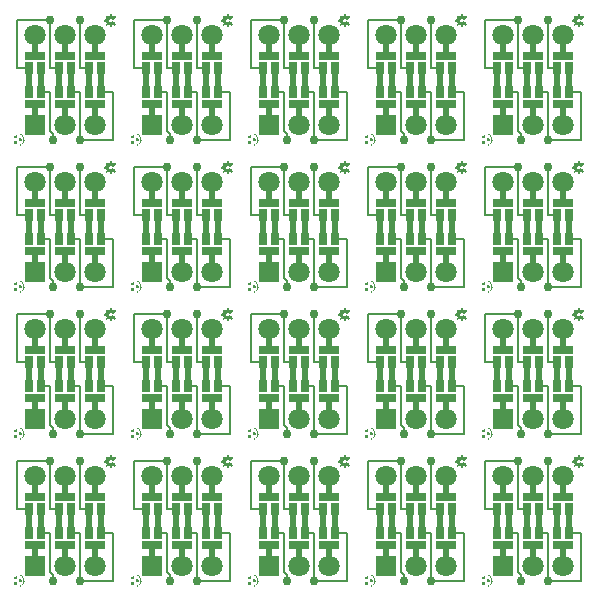
<source format=gbl>
G04 (created by PCBNEW (2013-04-28 BZR 4117)-testing) date Mon 29 Apr 2013 06:53:22 PM CEST*
%MOIN*%
G04 Gerber Fmt 3.4, Leading zero omitted, Abs format*
%FSLAX34Y34*%
G01*
G70*
G90*
G04 APERTURE LIST*
%ADD10C,2.3622e-06*%
%ADD11C,0.0001*%
%ADD12R,0.0295X0.0394*%
%ADD13R,0.0689X0.0295*%
%ADD14R,0.0709X0.0709*%
%ADD15C,0.0709*%
%ADD16C,0.03*%
%ADD17C,0.008*%
%ADD18C,0.02*%
G04 APERTURE END LIST*
G54D10*
G54D11*
G36*
X28546Y-22226D02*
X28545Y-22222D01*
X28544Y-22217D01*
X28543Y-22215D01*
X28540Y-22211D01*
X28536Y-22207D01*
X28532Y-22205D01*
X28528Y-22203D01*
X28523Y-22203D01*
X28518Y-22203D01*
X28513Y-22204D01*
X28509Y-22206D01*
X28507Y-22207D01*
X28504Y-22210D01*
X28502Y-22212D01*
X28501Y-22214D01*
X28500Y-22215D01*
X28498Y-22219D01*
X28497Y-22223D01*
X28497Y-22228D01*
X28497Y-22230D01*
X28498Y-22232D01*
X28498Y-22235D01*
X28499Y-22237D01*
X28501Y-22240D01*
X28504Y-22244D01*
X28508Y-22247D01*
X28512Y-22250D01*
X28515Y-22250D01*
X28517Y-22251D01*
X28519Y-22251D01*
X28519Y-22251D01*
X28519Y-22251D01*
X28518Y-22252D01*
X28518Y-22252D01*
X28515Y-22252D01*
X28512Y-22254D01*
X28509Y-22255D01*
X28505Y-22258D01*
X28502Y-22262D01*
X28499Y-22266D01*
X28498Y-22271D01*
X28497Y-22276D01*
X28497Y-22277D01*
X28498Y-22281D01*
X28499Y-22285D01*
X28499Y-22285D01*
X28501Y-22290D01*
X28504Y-22293D01*
X28508Y-22296D01*
X28512Y-22299D01*
X28516Y-22300D01*
X28517Y-22300D01*
X28518Y-22300D01*
X28518Y-22300D01*
X28518Y-22300D01*
X28518Y-22300D01*
X28516Y-22300D01*
X28516Y-22300D01*
X28512Y-22302D01*
X28508Y-22304D01*
X28504Y-22307D01*
X28501Y-22310D01*
X28499Y-22314D01*
X28498Y-22319D01*
X28497Y-22324D01*
X28497Y-22328D01*
X28499Y-22333D01*
X28501Y-22337D01*
X28504Y-22341D01*
X28508Y-22344D01*
X28508Y-22345D01*
X28510Y-22346D01*
X28512Y-22347D01*
X28513Y-22347D01*
X28515Y-22348D01*
X28517Y-22348D01*
X28519Y-22348D01*
X28519Y-22348D01*
X28519Y-22349D01*
X28518Y-22349D01*
X28515Y-22349D01*
X28512Y-22350D01*
X28509Y-22352D01*
X28505Y-22355D01*
X28502Y-22359D01*
X28499Y-22363D01*
X28498Y-22368D01*
X28497Y-22373D01*
X28497Y-22377D01*
X28499Y-22382D01*
X28501Y-22387D01*
X28505Y-22391D01*
X28507Y-22392D01*
X28509Y-22394D01*
X28512Y-22396D01*
X28515Y-22397D01*
X28520Y-22397D01*
X28525Y-22397D01*
X28529Y-22396D01*
X28534Y-22394D01*
X28537Y-22392D01*
X28541Y-22388D01*
X28543Y-22384D01*
X28545Y-22380D01*
X28546Y-22375D01*
X28546Y-22374D01*
X28546Y-22369D01*
X28545Y-22365D01*
X28542Y-22360D01*
X28541Y-22359D01*
X28539Y-22355D01*
X28535Y-22353D01*
X28531Y-22351D01*
X28530Y-22350D01*
X28528Y-22349D01*
X28526Y-22349D01*
X28524Y-22349D01*
X28523Y-22349D01*
X28524Y-22348D01*
X28525Y-22348D01*
X28527Y-22348D01*
X28530Y-22347D01*
X28532Y-22346D01*
X28534Y-22345D01*
X28538Y-22342D01*
X28541Y-22338D01*
X28544Y-22334D01*
X28546Y-22329D01*
X28546Y-22328D01*
X28546Y-22325D01*
X28546Y-22322D01*
X28545Y-22318D01*
X28544Y-22315D01*
X28542Y-22310D01*
X28539Y-22306D01*
X28538Y-22306D01*
X28535Y-22303D01*
X28531Y-22301D01*
X28527Y-22300D01*
X28526Y-22300D01*
X28525Y-22300D01*
X28525Y-22300D01*
X28525Y-22300D01*
X28526Y-22300D01*
X28526Y-22300D01*
X28529Y-22299D01*
X28532Y-22298D01*
X28534Y-22297D01*
X28537Y-22295D01*
X28541Y-22291D01*
X28544Y-22287D01*
X28545Y-22282D01*
X28546Y-22281D01*
X28546Y-22278D01*
X28546Y-22274D01*
X28546Y-22271D01*
X28545Y-22268D01*
X28543Y-22264D01*
X28540Y-22260D01*
X28536Y-22256D01*
X28532Y-22254D01*
X28530Y-22253D01*
X28528Y-22252D01*
X28526Y-22252D01*
X28524Y-22252D01*
X28524Y-22252D01*
X28524Y-22252D01*
X28525Y-22251D01*
X28525Y-22251D01*
X28528Y-22251D01*
X28531Y-22249D01*
X28534Y-22248D01*
X28535Y-22247D01*
X28539Y-22244D01*
X28542Y-22240D01*
X28544Y-22236D01*
X28546Y-22231D01*
X28546Y-22226D01*
X28546Y-22226D01*
G37*
G36*
X28497Y-22424D02*
X28497Y-22421D01*
X28497Y-22418D01*
X28496Y-22414D01*
X28494Y-22410D01*
X28491Y-22406D01*
X28487Y-22402D01*
X28483Y-22400D01*
X28478Y-22398D01*
X28473Y-22398D01*
X28468Y-22398D01*
X28464Y-22399D01*
X28459Y-22401D01*
X28455Y-22404D01*
X28452Y-22408D01*
X28451Y-22410D01*
X28449Y-22414D01*
X28448Y-22419D01*
X28448Y-22424D01*
X28449Y-22429D01*
X28451Y-22433D01*
X28454Y-22438D01*
X28457Y-22441D01*
X28462Y-22444D01*
X28467Y-22446D01*
X28469Y-22446D01*
X28472Y-22446D01*
X28475Y-22446D01*
X28478Y-22446D01*
X28479Y-22446D01*
X28484Y-22444D01*
X28488Y-22441D01*
X28492Y-22437D01*
X28495Y-22433D01*
X28495Y-22431D01*
X28496Y-22428D01*
X28497Y-22425D01*
X28497Y-22424D01*
X28497Y-22424D01*
G37*
G36*
X28497Y-22177D02*
X28496Y-22172D01*
X28495Y-22168D01*
X28492Y-22163D01*
X28491Y-22162D01*
X28488Y-22159D01*
X28483Y-22156D01*
X28479Y-22154D01*
X28476Y-22154D01*
X28473Y-22154D01*
X28470Y-22154D01*
X28467Y-22154D01*
X28466Y-22154D01*
X28461Y-22156D01*
X28457Y-22159D01*
X28453Y-22163D01*
X28451Y-22167D01*
X28449Y-22172D01*
X28448Y-22177D01*
X28448Y-22179D01*
X28449Y-22183D01*
X28450Y-22188D01*
X28453Y-22192D01*
X28456Y-22196D01*
X28459Y-22199D01*
X28464Y-22201D01*
X28469Y-22202D01*
X28474Y-22202D01*
X28477Y-22202D01*
X28479Y-22202D01*
X28482Y-22201D01*
X28486Y-22199D01*
X28490Y-22195D01*
X28493Y-22192D01*
X28495Y-22187D01*
X28497Y-22182D01*
X28497Y-22177D01*
X28497Y-22177D01*
G37*
G36*
X28448Y-22472D02*
X28448Y-22469D01*
X28448Y-22466D01*
X28446Y-22462D01*
X28444Y-22458D01*
X28441Y-22454D01*
X28438Y-22451D01*
X28434Y-22449D01*
X28429Y-22447D01*
X28427Y-22447D01*
X28424Y-22447D01*
X28421Y-22447D01*
X28418Y-22447D01*
X28417Y-22447D01*
X28412Y-22449D01*
X28408Y-22452D01*
X28404Y-22456D01*
X28402Y-22460D01*
X28401Y-22462D01*
X28400Y-22465D01*
X28399Y-22468D01*
X28399Y-22472D01*
X28399Y-22474D01*
X28400Y-22477D01*
X28400Y-22479D01*
X28402Y-22482D01*
X28402Y-22484D01*
X28405Y-22488D01*
X28409Y-22491D01*
X28414Y-22494D01*
X28419Y-22495D01*
X28420Y-22495D01*
X28423Y-22495D01*
X28426Y-22495D01*
X28428Y-22495D01*
X28430Y-22495D01*
X28435Y-22493D01*
X28439Y-22490D01*
X28443Y-22486D01*
X28445Y-22482D01*
X28447Y-22477D01*
X28448Y-22476D01*
X28448Y-22472D01*
X28448Y-22472D01*
G37*
G36*
X28448Y-22277D02*
X28448Y-22272D01*
X28446Y-22267D01*
X28445Y-22264D01*
X28442Y-22260D01*
X28439Y-22257D01*
X28434Y-22254D01*
X28429Y-22252D01*
X28428Y-22252D01*
X28424Y-22251D01*
X28421Y-22252D01*
X28416Y-22253D01*
X28412Y-22255D01*
X28408Y-22257D01*
X28404Y-22261D01*
X28401Y-22265D01*
X28400Y-22270D01*
X28399Y-22274D01*
X28399Y-22272D01*
X28399Y-22272D01*
X28398Y-22268D01*
X28396Y-22264D01*
X28394Y-22261D01*
X28393Y-22260D01*
X28390Y-22257D01*
X28386Y-22254D01*
X28381Y-22252D01*
X28376Y-22252D01*
X28372Y-22252D01*
X28368Y-22253D01*
X28363Y-22255D01*
X28363Y-22255D01*
X28359Y-22258D01*
X28356Y-22262D01*
X28353Y-22266D01*
X28352Y-22270D01*
X28351Y-22275D01*
X28351Y-22280D01*
X28352Y-22284D01*
X28355Y-22289D01*
X28358Y-22293D01*
X28360Y-22295D01*
X28364Y-22297D01*
X28367Y-22299D01*
X28371Y-22300D01*
X28372Y-22300D01*
X28372Y-22300D01*
X28372Y-22300D01*
X28371Y-22300D01*
X28368Y-22301D01*
X28364Y-22302D01*
X28361Y-22304D01*
X28359Y-22305D01*
X28356Y-22309D01*
X28353Y-22313D01*
X28352Y-22318D01*
X28351Y-22323D01*
X28351Y-22328D01*
X28352Y-22331D01*
X28354Y-22336D01*
X28357Y-22340D01*
X28361Y-22343D01*
X28365Y-22346D01*
X28370Y-22348D01*
X28372Y-22348D01*
X28376Y-22348D01*
X28381Y-22348D01*
X28386Y-22346D01*
X28390Y-22343D01*
X28393Y-22340D01*
X28396Y-22335D01*
X28397Y-22333D01*
X28398Y-22331D01*
X28399Y-22329D01*
X28399Y-22327D01*
X28399Y-22327D01*
X28399Y-22327D01*
X28399Y-22328D01*
X28400Y-22331D01*
X28401Y-22334D01*
X28403Y-22337D01*
X28404Y-22338D01*
X28406Y-22342D01*
X28410Y-22344D01*
X28414Y-22347D01*
X28418Y-22348D01*
X28422Y-22348D01*
X28426Y-22348D01*
X28427Y-22348D01*
X28432Y-22347D01*
X28437Y-22345D01*
X28441Y-22341D01*
X28443Y-22339D01*
X28446Y-22334D01*
X28448Y-22329D01*
X28448Y-22327D01*
X28448Y-22325D01*
X28448Y-22322D01*
X28448Y-22319D01*
X28447Y-22317D01*
X28447Y-22316D01*
X28444Y-22311D01*
X28441Y-22307D01*
X28437Y-22304D01*
X28435Y-22302D01*
X28432Y-22301D01*
X28429Y-22300D01*
X28428Y-22300D01*
X28427Y-22300D01*
X28427Y-22300D01*
X28427Y-22300D01*
X28420Y-22300D01*
X28420Y-22300D01*
X28420Y-22300D01*
X28418Y-22300D01*
X28418Y-22300D01*
X28414Y-22302D01*
X28410Y-22304D01*
X28406Y-22307D01*
X28403Y-22311D01*
X28401Y-22315D01*
X28401Y-22315D01*
X28400Y-22317D01*
X28399Y-22319D01*
X28399Y-22322D01*
X28399Y-22319D01*
X28398Y-22317D01*
X28396Y-22312D01*
X28393Y-22308D01*
X28390Y-22305D01*
X28386Y-22302D01*
X28384Y-22301D01*
X28381Y-22300D01*
X28379Y-22300D01*
X28378Y-22300D01*
X28378Y-22300D01*
X28378Y-22300D01*
X28379Y-22300D01*
X28381Y-22300D01*
X28383Y-22299D01*
X28386Y-22298D01*
X28388Y-22296D01*
X28392Y-22293D01*
X28395Y-22289D01*
X28397Y-22285D01*
X28399Y-22280D01*
X28399Y-22278D01*
X28399Y-22281D01*
X28399Y-22281D01*
X28400Y-22283D01*
X28401Y-22285D01*
X28401Y-22286D01*
X28403Y-22290D01*
X28406Y-22293D01*
X28410Y-22296D01*
X28414Y-22299D01*
X28418Y-22300D01*
X28419Y-22300D01*
X28420Y-22300D01*
X28420Y-22300D01*
X28427Y-22300D01*
X28427Y-22300D01*
X28427Y-22300D01*
X28429Y-22300D01*
X28432Y-22299D01*
X28436Y-22297D01*
X28440Y-22294D01*
X28443Y-22290D01*
X28446Y-22286D01*
X28446Y-22286D01*
X28447Y-22282D01*
X28448Y-22277D01*
X28448Y-22277D01*
G37*
G36*
X28448Y-22131D02*
X28448Y-22127D01*
X28447Y-22123D01*
X28447Y-22121D01*
X28444Y-22116D01*
X28441Y-22112D01*
X28438Y-22109D01*
X28433Y-22107D01*
X28429Y-22105D01*
X28424Y-22104D01*
X28421Y-22105D01*
X28416Y-22105D01*
X28412Y-22107D01*
X28407Y-22111D01*
X28406Y-22111D01*
X28403Y-22115D01*
X28401Y-22119D01*
X28400Y-22123D01*
X28400Y-22123D01*
X28399Y-22127D01*
X28399Y-22131D01*
X28400Y-22135D01*
X28400Y-22136D01*
X28402Y-22141D01*
X28405Y-22145D01*
X28408Y-22148D01*
X28412Y-22151D01*
X28417Y-22153D01*
X28421Y-22153D01*
X28426Y-22153D01*
X28431Y-22152D01*
X28435Y-22151D01*
X28439Y-22148D01*
X28443Y-22144D01*
X28445Y-22140D01*
X28447Y-22135D01*
X28447Y-22135D01*
X28448Y-22131D01*
X28448Y-22131D01*
G37*
G36*
X28302Y-22372D02*
X28301Y-22367D01*
X28300Y-22363D01*
X28299Y-22360D01*
X28297Y-22358D01*
X28295Y-22356D01*
X28292Y-22353D01*
X28288Y-22351D01*
X28283Y-22349D01*
X28282Y-22349D01*
X28279Y-22349D01*
X28275Y-22349D01*
X28272Y-22349D01*
X28268Y-22350D01*
X28264Y-22353D01*
X28260Y-22356D01*
X28260Y-22356D01*
X28258Y-22358D01*
X28256Y-22361D01*
X28255Y-22363D01*
X28255Y-22364D01*
X28254Y-22366D01*
X28253Y-22368D01*
X28253Y-22370D01*
X28253Y-22371D01*
X28253Y-22370D01*
X28253Y-22368D01*
X28252Y-22367D01*
X28252Y-22365D01*
X28250Y-22361D01*
X28248Y-22358D01*
X28245Y-22355D01*
X28245Y-22354D01*
X28240Y-22352D01*
X28236Y-22350D01*
X28231Y-22349D01*
X28226Y-22349D01*
X28225Y-22349D01*
X28220Y-22350D01*
X28215Y-22352D01*
X28211Y-22356D01*
X28209Y-22359D01*
X28206Y-22363D01*
X28204Y-22368D01*
X28204Y-22369D01*
X28204Y-22372D01*
X28204Y-22376D01*
X28205Y-22379D01*
X28205Y-22381D01*
X28208Y-22386D01*
X28211Y-22390D01*
X28214Y-22393D01*
X28219Y-22396D01*
X28223Y-22397D01*
X28224Y-22397D01*
X28225Y-22397D01*
X28225Y-22398D01*
X28225Y-22398D01*
X28224Y-22398D01*
X28222Y-22398D01*
X28220Y-22399D01*
X28218Y-22400D01*
X28216Y-22401D01*
X28212Y-22404D01*
X28209Y-22408D01*
X28206Y-22412D01*
X28205Y-22417D01*
X28204Y-22422D01*
X28204Y-22426D01*
X28205Y-22431D01*
X28208Y-22435D01*
X28209Y-22437D01*
X28213Y-22441D01*
X28217Y-22444D01*
X28222Y-22446D01*
X28226Y-22446D01*
X28231Y-22446D01*
X28236Y-22445D01*
X28241Y-22443D01*
X28245Y-22440D01*
X28248Y-22437D01*
X28251Y-22432D01*
X28252Y-22427D01*
X28253Y-22424D01*
X28253Y-22426D01*
X28253Y-22427D01*
X28255Y-22431D01*
X28257Y-22435D01*
X28259Y-22438D01*
X28262Y-22441D01*
X28265Y-22443D01*
X28268Y-22445D01*
X28271Y-22446D01*
X28274Y-22446D01*
X28277Y-22446D01*
X28280Y-22446D01*
X28283Y-22446D01*
X28286Y-22445D01*
X28290Y-22443D01*
X28294Y-22440D01*
X28298Y-22436D01*
X28300Y-22431D01*
X28302Y-22426D01*
X28302Y-22425D01*
X28302Y-22422D01*
X28302Y-22419D01*
X28301Y-22416D01*
X28301Y-22414D01*
X28298Y-22409D01*
X28295Y-22405D01*
X28292Y-22402D01*
X28287Y-22400D01*
X28282Y-22398D01*
X28282Y-22398D01*
X28281Y-22398D01*
X28281Y-22397D01*
X28274Y-22397D01*
X28274Y-22398D01*
X28273Y-22398D01*
X28273Y-22398D01*
X28270Y-22399D01*
X28266Y-22400D01*
X28263Y-22402D01*
X28261Y-22404D01*
X28258Y-22408D01*
X28255Y-22412D01*
X28253Y-22417D01*
X28253Y-22419D01*
X28253Y-22418D01*
X28252Y-22416D01*
X28252Y-22415D01*
X28252Y-22414D01*
X28249Y-22409D01*
X28246Y-22405D01*
X28243Y-22402D01*
X28238Y-22400D01*
X28234Y-22398D01*
X28232Y-22398D01*
X28232Y-22398D01*
X28232Y-22397D01*
X28234Y-22397D01*
X28234Y-22397D01*
X28236Y-22396D01*
X28239Y-22395D01*
X28242Y-22393D01*
X28244Y-22392D01*
X28246Y-22390D01*
X28248Y-22388D01*
X28250Y-22385D01*
X28250Y-22385D01*
X28252Y-22381D01*
X28253Y-22377D01*
X28253Y-22376D01*
X28253Y-22378D01*
X28255Y-22382D01*
X28257Y-22386D01*
X28260Y-22390D01*
X28264Y-22393D01*
X28265Y-22394D01*
X28267Y-22395D01*
X28270Y-22396D01*
X28272Y-22397D01*
X28274Y-22397D01*
X28274Y-22397D01*
X28274Y-22397D01*
X28281Y-22397D01*
X28281Y-22397D01*
X28282Y-22397D01*
X28283Y-22397D01*
X28285Y-22396D01*
X28288Y-22395D01*
X28292Y-22393D01*
X28295Y-22390D01*
X28298Y-22386D01*
X28300Y-22382D01*
X28302Y-22377D01*
X28302Y-22372D01*
X28302Y-22372D01*
G37*
G36*
X28302Y-22226D02*
X28301Y-22221D01*
X28300Y-22216D01*
X28297Y-22212D01*
X28294Y-22209D01*
X28290Y-22206D01*
X28285Y-22204D01*
X28283Y-22203D01*
X28282Y-22203D01*
X28282Y-22203D01*
X28281Y-22203D01*
X28281Y-22203D01*
X28274Y-22203D01*
X28273Y-22203D01*
X28272Y-22203D01*
X28269Y-22204D01*
X28264Y-22206D01*
X28261Y-22209D01*
X28257Y-22213D01*
X28255Y-22217D01*
X28253Y-22222D01*
X28253Y-22224D01*
X28253Y-22223D01*
X28253Y-22223D01*
X28251Y-22219D01*
X28250Y-22215D01*
X28249Y-22213D01*
X28247Y-22211D01*
X28244Y-22208D01*
X28242Y-22207D01*
X28240Y-22205D01*
X28237Y-22204D01*
X28234Y-22203D01*
X28232Y-22203D01*
X28232Y-22203D01*
X28232Y-22202D01*
X28234Y-22202D01*
X28237Y-22201D01*
X28241Y-22199D01*
X28245Y-22196D01*
X28249Y-22192D01*
X28251Y-22187D01*
X28253Y-22182D01*
X28253Y-22181D01*
X28253Y-22183D01*
X28254Y-22185D01*
X28256Y-22190D01*
X28259Y-22194D01*
X28263Y-22198D01*
X28264Y-22199D01*
X28266Y-22200D01*
X28269Y-22201D01*
X28271Y-22202D01*
X28273Y-22202D01*
X28273Y-22202D01*
X28274Y-22202D01*
X28274Y-22203D01*
X28281Y-22203D01*
X28281Y-22202D01*
X28282Y-22202D01*
X28284Y-22202D01*
X28288Y-22200D01*
X28291Y-22198D01*
X28293Y-22197D01*
X28297Y-22193D01*
X28299Y-22189D01*
X28301Y-22184D01*
X28302Y-22182D01*
X28302Y-22178D01*
X28302Y-22175D01*
X28301Y-22172D01*
X28301Y-22172D01*
X28299Y-22167D01*
X28296Y-22162D01*
X28293Y-22159D01*
X28288Y-22156D01*
X28283Y-22154D01*
X28281Y-22154D01*
X28278Y-22154D01*
X28274Y-22154D01*
X28271Y-22154D01*
X28269Y-22155D01*
X28265Y-22157D01*
X28262Y-22159D01*
X28260Y-22161D01*
X28257Y-22164D01*
X28256Y-22167D01*
X28255Y-22168D01*
X28254Y-22171D01*
X28253Y-22173D01*
X28253Y-22175D01*
X28253Y-22175D01*
X28253Y-22174D01*
X28252Y-22173D01*
X28252Y-22170D01*
X28250Y-22167D01*
X28249Y-22164D01*
X28248Y-22164D01*
X28245Y-22160D01*
X28242Y-22158D01*
X28238Y-22155D01*
X28237Y-22155D01*
X28232Y-22154D01*
X28227Y-22154D01*
X28222Y-22154D01*
X28221Y-22155D01*
X28216Y-22157D01*
X28212Y-22160D01*
X28209Y-22164D01*
X28206Y-22168D01*
X28204Y-22173D01*
X28204Y-22173D01*
X28204Y-22177D01*
X28204Y-22180D01*
X28205Y-22184D01*
X28205Y-22184D01*
X28207Y-22189D01*
X28210Y-22194D01*
X28213Y-22197D01*
X28218Y-22200D01*
X28219Y-22201D01*
X28221Y-22201D01*
X28223Y-22202D01*
X28225Y-22202D01*
X28225Y-22202D01*
X28225Y-22202D01*
X28225Y-22203D01*
X28223Y-22203D01*
X28220Y-22204D01*
X28216Y-22206D01*
X28212Y-22209D01*
X28209Y-22213D01*
X28206Y-22217D01*
X28206Y-22217D01*
X28205Y-22221D01*
X28204Y-22226D01*
X28204Y-22231D01*
X28206Y-22236D01*
X28207Y-22239D01*
X28210Y-22243D01*
X28213Y-22246D01*
X28218Y-22249D01*
X28223Y-22251D01*
X28224Y-22251D01*
X28228Y-22252D01*
X28231Y-22251D01*
X28236Y-22250D01*
X28241Y-22248D01*
X28245Y-22245D01*
X28248Y-22242D01*
X28251Y-22237D01*
X28252Y-22232D01*
X28253Y-22231D01*
X28253Y-22230D01*
X28253Y-22230D01*
X28253Y-22232D01*
X28254Y-22235D01*
X28255Y-22238D01*
X28257Y-22240D01*
X28259Y-22243D01*
X28263Y-22247D01*
X28267Y-22249D01*
X28268Y-22250D01*
X28273Y-22251D01*
X28278Y-22251D01*
X28283Y-22251D01*
X28288Y-22249D01*
X28290Y-22248D01*
X28292Y-22247D01*
X28294Y-22245D01*
X28295Y-22244D01*
X28298Y-22240D01*
X28300Y-22236D01*
X28302Y-22231D01*
X28302Y-22231D01*
X28302Y-22226D01*
X28302Y-22226D01*
G37*
G36*
X31596Y-18457D02*
X31595Y-18455D01*
X31592Y-18450D01*
X31587Y-18443D01*
X31581Y-18434D01*
X31575Y-18425D01*
X31571Y-18418D01*
X31567Y-18413D01*
X31566Y-18411D01*
X31567Y-18410D01*
X31569Y-18406D01*
X31572Y-18400D01*
X31574Y-18396D01*
X31576Y-18391D01*
X31576Y-18388D01*
X31576Y-18388D01*
X31572Y-18386D01*
X31564Y-18383D01*
X31555Y-18378D01*
X31544Y-18374D01*
X31532Y-18369D01*
X31520Y-18363D01*
X31508Y-18359D01*
X31497Y-18354D01*
X31489Y-18351D01*
X31483Y-18349D01*
X31480Y-18348D01*
X31480Y-18348D01*
X31477Y-18351D01*
X31474Y-18356D01*
X31465Y-18366D01*
X31452Y-18376D01*
X31438Y-18382D01*
X31422Y-18385D01*
X31407Y-18383D01*
X31393Y-18377D01*
X31380Y-18367D01*
X31371Y-18355D01*
X31365Y-18341D01*
X31363Y-18325D01*
X31364Y-18310D01*
X31370Y-18296D01*
X31380Y-18283D01*
X31386Y-18277D01*
X31399Y-18270D01*
X31413Y-18265D01*
X31416Y-18265D01*
X31432Y-18266D01*
X31446Y-18270D01*
X31459Y-18278D01*
X31470Y-18289D01*
X31471Y-18291D01*
X31475Y-18296D01*
X31478Y-18300D01*
X31480Y-18302D01*
X31527Y-18283D01*
X31535Y-18280D01*
X31548Y-18274D01*
X31559Y-18270D01*
X31568Y-18266D01*
X31574Y-18263D01*
X31576Y-18262D01*
X31576Y-18262D01*
X31576Y-18260D01*
X31575Y-18257D01*
X31572Y-18250D01*
X31570Y-18246D01*
X31567Y-18241D01*
X31566Y-18238D01*
X31567Y-18236D01*
X31570Y-18232D01*
X31575Y-18225D01*
X31581Y-18216D01*
X31586Y-18208D01*
X31591Y-18201D01*
X31595Y-18195D01*
X31596Y-18193D01*
X31596Y-18192D01*
X31595Y-18190D01*
X31591Y-18186D01*
X31585Y-18179D01*
X31576Y-18170D01*
X31575Y-18169D01*
X31567Y-18161D01*
X31561Y-18155D01*
X31556Y-18151D01*
X31554Y-18150D01*
X31554Y-18150D01*
X31552Y-18151D01*
X31546Y-18155D01*
X31539Y-18159D01*
X31530Y-18165D01*
X31507Y-18181D01*
X31486Y-18172D01*
X31479Y-18170D01*
X31471Y-18166D01*
X31466Y-18164D01*
X31463Y-18163D01*
X31462Y-18160D01*
X31461Y-18155D01*
X31459Y-18146D01*
X31457Y-18136D01*
X31456Y-18126D01*
X31454Y-18118D01*
X31453Y-18111D01*
X31452Y-18108D01*
X31452Y-18108D01*
X31450Y-18107D01*
X31447Y-18107D01*
X31442Y-18107D01*
X31434Y-18106D01*
X31422Y-18106D01*
X31420Y-18106D01*
X31409Y-18107D01*
X31400Y-18107D01*
X31395Y-18107D01*
X31392Y-18107D01*
X31392Y-18107D01*
X31392Y-18110D01*
X31390Y-18116D01*
X31389Y-18125D01*
X31387Y-18135D01*
X31386Y-18136D01*
X31384Y-18146D01*
X31383Y-18155D01*
X31381Y-18161D01*
X31380Y-18164D01*
X31380Y-18164D01*
X31376Y-18166D01*
X31369Y-18169D01*
X31361Y-18173D01*
X31353Y-18176D01*
X31346Y-18179D01*
X31340Y-18181D01*
X31338Y-18182D01*
X31338Y-18182D01*
X31335Y-18180D01*
X31330Y-18177D01*
X31323Y-18172D01*
X31314Y-18165D01*
X31313Y-18165D01*
X31304Y-18159D01*
X31297Y-18154D01*
X31292Y-18151D01*
X31289Y-18150D01*
X31289Y-18150D01*
X31287Y-18152D01*
X31282Y-18156D01*
X31275Y-18163D01*
X31267Y-18170D01*
X31265Y-18173D01*
X31256Y-18181D01*
X31251Y-18187D01*
X31248Y-18191D01*
X31247Y-18193D01*
X31247Y-18193D01*
X31249Y-18195D01*
X31253Y-18201D01*
X31258Y-18208D01*
X31264Y-18217D01*
X31264Y-18218D01*
X31270Y-18227D01*
X31275Y-18234D01*
X31279Y-18239D01*
X31280Y-18241D01*
X31280Y-18242D01*
X31279Y-18245D01*
X31277Y-18252D01*
X31274Y-18259D01*
X31270Y-18267D01*
X31267Y-18275D01*
X31265Y-18280D01*
X31263Y-18283D01*
X31263Y-18283D01*
X31260Y-18284D01*
X31254Y-18285D01*
X31245Y-18287D01*
X31234Y-18289D01*
X31232Y-18290D01*
X31222Y-18292D01*
X31213Y-18293D01*
X31207Y-18294D01*
X31205Y-18295D01*
X31204Y-18297D01*
X31204Y-18302D01*
X31204Y-18309D01*
X31204Y-18319D01*
X31204Y-18328D01*
X31204Y-18338D01*
X31204Y-18346D01*
X31205Y-18352D01*
X31205Y-18354D01*
X31205Y-18354D01*
X31208Y-18355D01*
X31215Y-18357D01*
X31224Y-18358D01*
X31235Y-18361D01*
X31237Y-18361D01*
X31247Y-18363D01*
X31256Y-18365D01*
X31262Y-18366D01*
X31264Y-18367D01*
X31264Y-18367D01*
X31266Y-18372D01*
X31269Y-18379D01*
X31273Y-18387D01*
X31281Y-18407D01*
X31264Y-18432D01*
X31262Y-18434D01*
X31256Y-18443D01*
X31251Y-18450D01*
X31248Y-18455D01*
X31247Y-18458D01*
X31247Y-18458D01*
X31249Y-18460D01*
X31254Y-18465D01*
X31260Y-18472D01*
X31268Y-18479D01*
X31274Y-18485D01*
X31281Y-18492D01*
X31285Y-18496D01*
X31288Y-18499D01*
X31290Y-18499D01*
X31291Y-18499D01*
X31294Y-18498D01*
X31299Y-18494D01*
X31307Y-18489D01*
X31315Y-18483D01*
X31323Y-18478D01*
X31331Y-18473D01*
X31337Y-18469D01*
X31340Y-18468D01*
X31341Y-18468D01*
X31346Y-18470D01*
X31353Y-18473D01*
X31362Y-18477D01*
X31381Y-18485D01*
X31384Y-18498D01*
X31385Y-18506D01*
X31387Y-18517D01*
X31389Y-18527D01*
X31392Y-18543D01*
X31451Y-18544D01*
X31452Y-18541D01*
X31452Y-18539D01*
X31454Y-18533D01*
X31455Y-18524D01*
X31457Y-18514D01*
X31459Y-18506D01*
X31461Y-18497D01*
X31462Y-18491D01*
X31462Y-18488D01*
X31463Y-18487D01*
X31467Y-18485D01*
X31474Y-18482D01*
X31482Y-18479D01*
X31490Y-18475D01*
X31498Y-18472D01*
X31504Y-18470D01*
X31507Y-18469D01*
X31509Y-18470D01*
X31514Y-18474D01*
X31522Y-18478D01*
X31530Y-18484D01*
X31539Y-18490D01*
X31546Y-18495D01*
X31551Y-18498D01*
X31554Y-18500D01*
X31556Y-18499D01*
X31560Y-18496D01*
X31566Y-18489D01*
X31576Y-18480D01*
X31577Y-18478D01*
X31585Y-18470D01*
X31591Y-18464D01*
X31595Y-18459D01*
X31596Y-18457D01*
X31596Y-18457D01*
G37*
G36*
X27696Y-18457D02*
X27695Y-18455D01*
X27692Y-18450D01*
X27687Y-18443D01*
X27681Y-18434D01*
X27675Y-18425D01*
X27671Y-18418D01*
X27667Y-18413D01*
X27666Y-18411D01*
X27667Y-18410D01*
X27669Y-18406D01*
X27672Y-18400D01*
X27674Y-18396D01*
X27676Y-18391D01*
X27676Y-18388D01*
X27676Y-18388D01*
X27672Y-18386D01*
X27664Y-18383D01*
X27655Y-18378D01*
X27644Y-18374D01*
X27632Y-18369D01*
X27620Y-18363D01*
X27608Y-18359D01*
X27597Y-18354D01*
X27589Y-18351D01*
X27583Y-18349D01*
X27580Y-18348D01*
X27580Y-18348D01*
X27577Y-18351D01*
X27574Y-18356D01*
X27565Y-18366D01*
X27552Y-18376D01*
X27538Y-18382D01*
X27522Y-18385D01*
X27507Y-18383D01*
X27493Y-18377D01*
X27480Y-18367D01*
X27471Y-18355D01*
X27465Y-18341D01*
X27463Y-18325D01*
X27464Y-18310D01*
X27470Y-18296D01*
X27480Y-18283D01*
X27486Y-18277D01*
X27499Y-18270D01*
X27513Y-18265D01*
X27516Y-18265D01*
X27532Y-18266D01*
X27546Y-18270D01*
X27559Y-18278D01*
X27570Y-18289D01*
X27571Y-18291D01*
X27575Y-18296D01*
X27578Y-18300D01*
X27580Y-18302D01*
X27627Y-18283D01*
X27635Y-18280D01*
X27648Y-18274D01*
X27659Y-18270D01*
X27668Y-18266D01*
X27674Y-18263D01*
X27676Y-18262D01*
X27676Y-18262D01*
X27676Y-18260D01*
X27675Y-18257D01*
X27672Y-18250D01*
X27670Y-18246D01*
X27667Y-18241D01*
X27666Y-18238D01*
X27667Y-18236D01*
X27670Y-18232D01*
X27675Y-18225D01*
X27681Y-18216D01*
X27686Y-18208D01*
X27691Y-18201D01*
X27695Y-18195D01*
X27696Y-18193D01*
X27696Y-18192D01*
X27695Y-18190D01*
X27691Y-18186D01*
X27685Y-18179D01*
X27676Y-18170D01*
X27675Y-18169D01*
X27667Y-18161D01*
X27661Y-18155D01*
X27656Y-18151D01*
X27654Y-18150D01*
X27654Y-18150D01*
X27652Y-18151D01*
X27646Y-18155D01*
X27639Y-18159D01*
X27630Y-18165D01*
X27607Y-18181D01*
X27586Y-18172D01*
X27579Y-18170D01*
X27571Y-18166D01*
X27566Y-18164D01*
X27563Y-18163D01*
X27562Y-18160D01*
X27561Y-18155D01*
X27559Y-18146D01*
X27557Y-18136D01*
X27556Y-18126D01*
X27554Y-18118D01*
X27553Y-18111D01*
X27552Y-18108D01*
X27552Y-18108D01*
X27550Y-18107D01*
X27547Y-18107D01*
X27542Y-18107D01*
X27534Y-18106D01*
X27522Y-18106D01*
X27520Y-18106D01*
X27509Y-18107D01*
X27500Y-18107D01*
X27495Y-18107D01*
X27492Y-18107D01*
X27492Y-18107D01*
X27492Y-18110D01*
X27490Y-18116D01*
X27489Y-18125D01*
X27487Y-18135D01*
X27486Y-18136D01*
X27484Y-18146D01*
X27483Y-18155D01*
X27481Y-18161D01*
X27480Y-18164D01*
X27480Y-18164D01*
X27476Y-18166D01*
X27469Y-18169D01*
X27461Y-18173D01*
X27453Y-18176D01*
X27446Y-18179D01*
X27440Y-18181D01*
X27438Y-18182D01*
X27438Y-18182D01*
X27435Y-18180D01*
X27430Y-18177D01*
X27423Y-18172D01*
X27414Y-18165D01*
X27413Y-18165D01*
X27404Y-18159D01*
X27397Y-18154D01*
X27392Y-18151D01*
X27389Y-18150D01*
X27389Y-18150D01*
X27387Y-18152D01*
X27382Y-18156D01*
X27375Y-18163D01*
X27367Y-18170D01*
X27365Y-18173D01*
X27356Y-18181D01*
X27351Y-18187D01*
X27348Y-18191D01*
X27347Y-18193D01*
X27347Y-18193D01*
X27349Y-18195D01*
X27353Y-18201D01*
X27358Y-18208D01*
X27364Y-18217D01*
X27364Y-18218D01*
X27370Y-18227D01*
X27375Y-18234D01*
X27379Y-18239D01*
X27380Y-18241D01*
X27380Y-18242D01*
X27379Y-18245D01*
X27377Y-18252D01*
X27374Y-18259D01*
X27370Y-18267D01*
X27367Y-18275D01*
X27365Y-18280D01*
X27363Y-18283D01*
X27363Y-18283D01*
X27360Y-18284D01*
X27354Y-18285D01*
X27345Y-18287D01*
X27334Y-18289D01*
X27332Y-18290D01*
X27322Y-18292D01*
X27313Y-18293D01*
X27307Y-18294D01*
X27305Y-18295D01*
X27304Y-18297D01*
X27304Y-18302D01*
X27304Y-18309D01*
X27304Y-18319D01*
X27304Y-18328D01*
X27304Y-18338D01*
X27304Y-18346D01*
X27305Y-18352D01*
X27305Y-18354D01*
X27305Y-18354D01*
X27308Y-18355D01*
X27315Y-18357D01*
X27324Y-18358D01*
X27335Y-18361D01*
X27337Y-18361D01*
X27347Y-18363D01*
X27356Y-18365D01*
X27362Y-18366D01*
X27364Y-18367D01*
X27364Y-18367D01*
X27366Y-18372D01*
X27369Y-18379D01*
X27373Y-18387D01*
X27381Y-18407D01*
X27364Y-18432D01*
X27362Y-18434D01*
X27356Y-18443D01*
X27351Y-18450D01*
X27348Y-18455D01*
X27347Y-18458D01*
X27347Y-18458D01*
X27349Y-18460D01*
X27354Y-18465D01*
X27360Y-18472D01*
X27368Y-18479D01*
X27374Y-18485D01*
X27381Y-18492D01*
X27385Y-18496D01*
X27388Y-18499D01*
X27390Y-18499D01*
X27391Y-18499D01*
X27394Y-18498D01*
X27399Y-18494D01*
X27407Y-18489D01*
X27415Y-18483D01*
X27423Y-18478D01*
X27431Y-18473D01*
X27437Y-18469D01*
X27440Y-18468D01*
X27441Y-18468D01*
X27446Y-18470D01*
X27453Y-18473D01*
X27462Y-18477D01*
X27481Y-18485D01*
X27484Y-18498D01*
X27485Y-18506D01*
X27487Y-18517D01*
X27489Y-18527D01*
X27492Y-18543D01*
X27551Y-18544D01*
X27552Y-18541D01*
X27552Y-18539D01*
X27554Y-18533D01*
X27555Y-18524D01*
X27557Y-18514D01*
X27559Y-18506D01*
X27561Y-18497D01*
X27562Y-18491D01*
X27562Y-18488D01*
X27563Y-18487D01*
X27567Y-18485D01*
X27574Y-18482D01*
X27582Y-18479D01*
X27590Y-18475D01*
X27598Y-18472D01*
X27604Y-18470D01*
X27607Y-18469D01*
X27609Y-18470D01*
X27614Y-18474D01*
X27622Y-18478D01*
X27630Y-18484D01*
X27639Y-18490D01*
X27646Y-18495D01*
X27651Y-18498D01*
X27654Y-18500D01*
X27656Y-18499D01*
X27660Y-18496D01*
X27666Y-18489D01*
X27676Y-18480D01*
X27677Y-18478D01*
X27685Y-18470D01*
X27691Y-18464D01*
X27695Y-18459D01*
X27696Y-18457D01*
X27696Y-18457D01*
G37*
G36*
X24646Y-22226D02*
X24645Y-22222D01*
X24644Y-22217D01*
X24643Y-22215D01*
X24640Y-22211D01*
X24636Y-22207D01*
X24632Y-22205D01*
X24628Y-22203D01*
X24623Y-22203D01*
X24618Y-22203D01*
X24613Y-22204D01*
X24609Y-22206D01*
X24607Y-22207D01*
X24604Y-22210D01*
X24602Y-22212D01*
X24601Y-22214D01*
X24600Y-22215D01*
X24598Y-22219D01*
X24597Y-22223D01*
X24597Y-22228D01*
X24597Y-22230D01*
X24598Y-22232D01*
X24598Y-22235D01*
X24599Y-22237D01*
X24601Y-22240D01*
X24604Y-22244D01*
X24608Y-22247D01*
X24612Y-22250D01*
X24615Y-22250D01*
X24617Y-22251D01*
X24619Y-22251D01*
X24619Y-22251D01*
X24619Y-22251D01*
X24618Y-22252D01*
X24618Y-22252D01*
X24615Y-22252D01*
X24612Y-22254D01*
X24609Y-22255D01*
X24605Y-22258D01*
X24602Y-22262D01*
X24599Y-22266D01*
X24598Y-22271D01*
X24597Y-22276D01*
X24597Y-22277D01*
X24598Y-22281D01*
X24599Y-22285D01*
X24599Y-22285D01*
X24601Y-22290D01*
X24604Y-22293D01*
X24608Y-22296D01*
X24612Y-22299D01*
X24616Y-22300D01*
X24617Y-22300D01*
X24618Y-22300D01*
X24618Y-22300D01*
X24618Y-22300D01*
X24618Y-22300D01*
X24616Y-22300D01*
X24616Y-22300D01*
X24612Y-22302D01*
X24608Y-22304D01*
X24604Y-22307D01*
X24601Y-22310D01*
X24599Y-22314D01*
X24598Y-22319D01*
X24597Y-22324D01*
X24597Y-22328D01*
X24599Y-22333D01*
X24601Y-22337D01*
X24604Y-22341D01*
X24608Y-22344D01*
X24608Y-22345D01*
X24610Y-22346D01*
X24612Y-22347D01*
X24613Y-22347D01*
X24615Y-22348D01*
X24617Y-22348D01*
X24619Y-22348D01*
X24619Y-22348D01*
X24619Y-22349D01*
X24618Y-22349D01*
X24615Y-22349D01*
X24612Y-22350D01*
X24609Y-22352D01*
X24605Y-22355D01*
X24602Y-22359D01*
X24599Y-22363D01*
X24598Y-22368D01*
X24597Y-22373D01*
X24597Y-22377D01*
X24599Y-22382D01*
X24601Y-22387D01*
X24605Y-22391D01*
X24607Y-22392D01*
X24609Y-22394D01*
X24612Y-22396D01*
X24615Y-22397D01*
X24620Y-22397D01*
X24625Y-22397D01*
X24629Y-22396D01*
X24634Y-22394D01*
X24637Y-22392D01*
X24641Y-22388D01*
X24643Y-22384D01*
X24645Y-22380D01*
X24646Y-22375D01*
X24646Y-22374D01*
X24646Y-22369D01*
X24645Y-22365D01*
X24642Y-22360D01*
X24641Y-22359D01*
X24639Y-22355D01*
X24635Y-22353D01*
X24631Y-22351D01*
X24630Y-22350D01*
X24628Y-22349D01*
X24626Y-22349D01*
X24624Y-22349D01*
X24623Y-22349D01*
X24624Y-22348D01*
X24625Y-22348D01*
X24627Y-22348D01*
X24630Y-22347D01*
X24632Y-22346D01*
X24634Y-22345D01*
X24638Y-22342D01*
X24641Y-22338D01*
X24644Y-22334D01*
X24646Y-22329D01*
X24646Y-22328D01*
X24646Y-22325D01*
X24646Y-22322D01*
X24645Y-22318D01*
X24644Y-22315D01*
X24642Y-22310D01*
X24639Y-22306D01*
X24638Y-22306D01*
X24635Y-22303D01*
X24631Y-22301D01*
X24627Y-22300D01*
X24626Y-22300D01*
X24625Y-22300D01*
X24625Y-22300D01*
X24625Y-22300D01*
X24626Y-22300D01*
X24626Y-22300D01*
X24629Y-22299D01*
X24632Y-22298D01*
X24634Y-22297D01*
X24637Y-22295D01*
X24641Y-22291D01*
X24644Y-22287D01*
X24645Y-22282D01*
X24646Y-22281D01*
X24646Y-22278D01*
X24646Y-22274D01*
X24646Y-22271D01*
X24645Y-22268D01*
X24643Y-22264D01*
X24640Y-22260D01*
X24636Y-22256D01*
X24632Y-22254D01*
X24630Y-22253D01*
X24628Y-22252D01*
X24626Y-22252D01*
X24624Y-22252D01*
X24624Y-22252D01*
X24624Y-22252D01*
X24625Y-22251D01*
X24625Y-22251D01*
X24628Y-22251D01*
X24631Y-22249D01*
X24634Y-22248D01*
X24635Y-22247D01*
X24639Y-22244D01*
X24642Y-22240D01*
X24644Y-22236D01*
X24646Y-22231D01*
X24646Y-22226D01*
X24646Y-22226D01*
G37*
G36*
X24597Y-22424D02*
X24597Y-22421D01*
X24597Y-22418D01*
X24596Y-22414D01*
X24594Y-22410D01*
X24591Y-22406D01*
X24587Y-22402D01*
X24583Y-22400D01*
X24578Y-22398D01*
X24573Y-22398D01*
X24568Y-22398D01*
X24564Y-22399D01*
X24559Y-22401D01*
X24555Y-22404D01*
X24552Y-22408D01*
X24551Y-22410D01*
X24549Y-22414D01*
X24548Y-22419D01*
X24548Y-22424D01*
X24549Y-22429D01*
X24551Y-22433D01*
X24554Y-22438D01*
X24557Y-22441D01*
X24562Y-22444D01*
X24567Y-22446D01*
X24569Y-22446D01*
X24572Y-22446D01*
X24575Y-22446D01*
X24578Y-22446D01*
X24579Y-22446D01*
X24584Y-22444D01*
X24588Y-22441D01*
X24592Y-22437D01*
X24595Y-22433D01*
X24595Y-22431D01*
X24596Y-22428D01*
X24597Y-22425D01*
X24597Y-22424D01*
X24597Y-22424D01*
G37*
G36*
X24597Y-22177D02*
X24596Y-22172D01*
X24595Y-22168D01*
X24592Y-22163D01*
X24591Y-22162D01*
X24588Y-22159D01*
X24583Y-22156D01*
X24579Y-22154D01*
X24576Y-22154D01*
X24573Y-22154D01*
X24570Y-22154D01*
X24567Y-22154D01*
X24566Y-22154D01*
X24561Y-22156D01*
X24557Y-22159D01*
X24553Y-22163D01*
X24551Y-22167D01*
X24549Y-22172D01*
X24548Y-22177D01*
X24548Y-22179D01*
X24549Y-22183D01*
X24550Y-22188D01*
X24553Y-22192D01*
X24556Y-22196D01*
X24559Y-22199D01*
X24564Y-22201D01*
X24569Y-22202D01*
X24574Y-22202D01*
X24577Y-22202D01*
X24579Y-22202D01*
X24582Y-22201D01*
X24586Y-22199D01*
X24590Y-22195D01*
X24593Y-22192D01*
X24595Y-22187D01*
X24597Y-22182D01*
X24597Y-22177D01*
X24597Y-22177D01*
G37*
G36*
X24548Y-22472D02*
X24548Y-22469D01*
X24548Y-22466D01*
X24546Y-22462D01*
X24544Y-22458D01*
X24541Y-22454D01*
X24538Y-22451D01*
X24534Y-22449D01*
X24529Y-22447D01*
X24527Y-22447D01*
X24524Y-22447D01*
X24521Y-22447D01*
X24518Y-22447D01*
X24517Y-22447D01*
X24512Y-22449D01*
X24508Y-22452D01*
X24504Y-22456D01*
X24502Y-22460D01*
X24501Y-22462D01*
X24500Y-22465D01*
X24499Y-22468D01*
X24499Y-22472D01*
X24499Y-22474D01*
X24500Y-22477D01*
X24500Y-22479D01*
X24502Y-22482D01*
X24502Y-22484D01*
X24505Y-22488D01*
X24509Y-22491D01*
X24514Y-22494D01*
X24519Y-22495D01*
X24520Y-22495D01*
X24523Y-22495D01*
X24526Y-22495D01*
X24528Y-22495D01*
X24530Y-22495D01*
X24535Y-22493D01*
X24539Y-22490D01*
X24543Y-22486D01*
X24545Y-22482D01*
X24547Y-22477D01*
X24548Y-22476D01*
X24548Y-22472D01*
X24548Y-22472D01*
G37*
G36*
X24548Y-22277D02*
X24548Y-22272D01*
X24546Y-22267D01*
X24545Y-22264D01*
X24542Y-22260D01*
X24539Y-22257D01*
X24534Y-22254D01*
X24529Y-22252D01*
X24528Y-22252D01*
X24524Y-22251D01*
X24521Y-22252D01*
X24516Y-22253D01*
X24512Y-22255D01*
X24508Y-22257D01*
X24504Y-22261D01*
X24501Y-22265D01*
X24500Y-22270D01*
X24499Y-22274D01*
X24499Y-22272D01*
X24499Y-22272D01*
X24498Y-22268D01*
X24496Y-22264D01*
X24494Y-22261D01*
X24493Y-22260D01*
X24490Y-22257D01*
X24486Y-22254D01*
X24481Y-22252D01*
X24476Y-22252D01*
X24472Y-22252D01*
X24468Y-22253D01*
X24463Y-22255D01*
X24463Y-22255D01*
X24459Y-22258D01*
X24456Y-22262D01*
X24453Y-22266D01*
X24452Y-22270D01*
X24451Y-22275D01*
X24451Y-22280D01*
X24452Y-22284D01*
X24455Y-22289D01*
X24458Y-22293D01*
X24460Y-22295D01*
X24464Y-22297D01*
X24467Y-22299D01*
X24471Y-22300D01*
X24472Y-22300D01*
X24472Y-22300D01*
X24472Y-22300D01*
X24471Y-22300D01*
X24468Y-22301D01*
X24464Y-22302D01*
X24461Y-22304D01*
X24459Y-22305D01*
X24456Y-22309D01*
X24453Y-22313D01*
X24452Y-22318D01*
X24451Y-22323D01*
X24451Y-22328D01*
X24452Y-22331D01*
X24454Y-22336D01*
X24457Y-22340D01*
X24461Y-22343D01*
X24465Y-22346D01*
X24470Y-22348D01*
X24472Y-22348D01*
X24476Y-22348D01*
X24481Y-22348D01*
X24486Y-22346D01*
X24490Y-22343D01*
X24493Y-22340D01*
X24496Y-22335D01*
X24497Y-22333D01*
X24498Y-22331D01*
X24499Y-22329D01*
X24499Y-22327D01*
X24499Y-22327D01*
X24499Y-22327D01*
X24499Y-22328D01*
X24500Y-22331D01*
X24501Y-22334D01*
X24503Y-22337D01*
X24504Y-22338D01*
X24506Y-22342D01*
X24510Y-22344D01*
X24514Y-22347D01*
X24518Y-22348D01*
X24522Y-22348D01*
X24526Y-22348D01*
X24527Y-22348D01*
X24532Y-22347D01*
X24537Y-22345D01*
X24541Y-22341D01*
X24543Y-22339D01*
X24546Y-22334D01*
X24548Y-22329D01*
X24548Y-22327D01*
X24548Y-22325D01*
X24548Y-22322D01*
X24548Y-22319D01*
X24547Y-22317D01*
X24547Y-22316D01*
X24544Y-22311D01*
X24541Y-22307D01*
X24537Y-22304D01*
X24535Y-22302D01*
X24532Y-22301D01*
X24529Y-22300D01*
X24528Y-22300D01*
X24527Y-22300D01*
X24527Y-22300D01*
X24527Y-22300D01*
X24520Y-22300D01*
X24520Y-22300D01*
X24520Y-22300D01*
X24518Y-22300D01*
X24518Y-22300D01*
X24514Y-22302D01*
X24510Y-22304D01*
X24506Y-22307D01*
X24503Y-22311D01*
X24501Y-22315D01*
X24501Y-22315D01*
X24500Y-22317D01*
X24499Y-22319D01*
X24499Y-22322D01*
X24499Y-22319D01*
X24498Y-22317D01*
X24496Y-22312D01*
X24493Y-22308D01*
X24490Y-22305D01*
X24486Y-22302D01*
X24484Y-22301D01*
X24481Y-22300D01*
X24479Y-22300D01*
X24478Y-22300D01*
X24478Y-22300D01*
X24478Y-22300D01*
X24479Y-22300D01*
X24481Y-22300D01*
X24483Y-22299D01*
X24486Y-22298D01*
X24488Y-22296D01*
X24492Y-22293D01*
X24495Y-22289D01*
X24497Y-22285D01*
X24499Y-22280D01*
X24499Y-22278D01*
X24499Y-22281D01*
X24499Y-22281D01*
X24500Y-22283D01*
X24501Y-22285D01*
X24501Y-22286D01*
X24503Y-22290D01*
X24506Y-22293D01*
X24510Y-22296D01*
X24514Y-22299D01*
X24518Y-22300D01*
X24519Y-22300D01*
X24520Y-22300D01*
X24520Y-22300D01*
X24527Y-22300D01*
X24527Y-22300D01*
X24527Y-22300D01*
X24529Y-22300D01*
X24532Y-22299D01*
X24536Y-22297D01*
X24540Y-22294D01*
X24543Y-22290D01*
X24546Y-22286D01*
X24546Y-22286D01*
X24547Y-22282D01*
X24548Y-22277D01*
X24548Y-22277D01*
G37*
G36*
X24548Y-22131D02*
X24548Y-22127D01*
X24547Y-22123D01*
X24547Y-22121D01*
X24544Y-22116D01*
X24541Y-22112D01*
X24538Y-22109D01*
X24533Y-22107D01*
X24529Y-22105D01*
X24524Y-22104D01*
X24521Y-22105D01*
X24516Y-22105D01*
X24512Y-22107D01*
X24507Y-22111D01*
X24506Y-22111D01*
X24503Y-22115D01*
X24501Y-22119D01*
X24500Y-22123D01*
X24500Y-22123D01*
X24499Y-22127D01*
X24499Y-22131D01*
X24500Y-22135D01*
X24500Y-22136D01*
X24502Y-22141D01*
X24505Y-22145D01*
X24508Y-22148D01*
X24512Y-22151D01*
X24517Y-22153D01*
X24521Y-22153D01*
X24526Y-22153D01*
X24531Y-22152D01*
X24535Y-22151D01*
X24539Y-22148D01*
X24543Y-22144D01*
X24545Y-22140D01*
X24547Y-22135D01*
X24547Y-22135D01*
X24548Y-22131D01*
X24548Y-22131D01*
G37*
G36*
X24402Y-22372D02*
X24401Y-22367D01*
X24400Y-22363D01*
X24399Y-22360D01*
X24397Y-22358D01*
X24395Y-22356D01*
X24392Y-22353D01*
X24388Y-22351D01*
X24383Y-22349D01*
X24382Y-22349D01*
X24379Y-22349D01*
X24375Y-22349D01*
X24372Y-22349D01*
X24368Y-22350D01*
X24364Y-22353D01*
X24360Y-22356D01*
X24360Y-22356D01*
X24358Y-22358D01*
X24356Y-22361D01*
X24355Y-22363D01*
X24355Y-22364D01*
X24354Y-22366D01*
X24353Y-22368D01*
X24353Y-22370D01*
X24353Y-22371D01*
X24353Y-22370D01*
X24353Y-22368D01*
X24352Y-22367D01*
X24352Y-22365D01*
X24350Y-22361D01*
X24348Y-22358D01*
X24345Y-22355D01*
X24345Y-22354D01*
X24340Y-22352D01*
X24336Y-22350D01*
X24331Y-22349D01*
X24326Y-22349D01*
X24325Y-22349D01*
X24320Y-22350D01*
X24315Y-22352D01*
X24311Y-22356D01*
X24309Y-22359D01*
X24306Y-22363D01*
X24304Y-22368D01*
X24304Y-22369D01*
X24304Y-22372D01*
X24304Y-22376D01*
X24305Y-22379D01*
X24305Y-22381D01*
X24308Y-22386D01*
X24311Y-22390D01*
X24314Y-22393D01*
X24319Y-22396D01*
X24323Y-22397D01*
X24324Y-22397D01*
X24325Y-22397D01*
X24325Y-22398D01*
X24325Y-22398D01*
X24324Y-22398D01*
X24322Y-22398D01*
X24320Y-22399D01*
X24318Y-22400D01*
X24316Y-22401D01*
X24312Y-22404D01*
X24309Y-22408D01*
X24306Y-22412D01*
X24305Y-22417D01*
X24304Y-22422D01*
X24304Y-22426D01*
X24305Y-22431D01*
X24308Y-22435D01*
X24309Y-22437D01*
X24313Y-22441D01*
X24317Y-22444D01*
X24322Y-22446D01*
X24326Y-22446D01*
X24331Y-22446D01*
X24336Y-22445D01*
X24341Y-22443D01*
X24345Y-22440D01*
X24348Y-22437D01*
X24351Y-22432D01*
X24352Y-22427D01*
X24353Y-22424D01*
X24353Y-22426D01*
X24353Y-22427D01*
X24355Y-22431D01*
X24357Y-22435D01*
X24359Y-22438D01*
X24362Y-22441D01*
X24365Y-22443D01*
X24368Y-22445D01*
X24371Y-22446D01*
X24374Y-22446D01*
X24377Y-22446D01*
X24380Y-22446D01*
X24383Y-22446D01*
X24386Y-22445D01*
X24390Y-22443D01*
X24394Y-22440D01*
X24398Y-22436D01*
X24400Y-22431D01*
X24402Y-22426D01*
X24402Y-22425D01*
X24402Y-22422D01*
X24402Y-22419D01*
X24401Y-22416D01*
X24401Y-22414D01*
X24398Y-22409D01*
X24395Y-22405D01*
X24392Y-22402D01*
X24387Y-22400D01*
X24382Y-22398D01*
X24382Y-22398D01*
X24381Y-22398D01*
X24381Y-22397D01*
X24374Y-22397D01*
X24374Y-22398D01*
X24373Y-22398D01*
X24373Y-22398D01*
X24370Y-22399D01*
X24366Y-22400D01*
X24363Y-22402D01*
X24361Y-22404D01*
X24358Y-22408D01*
X24355Y-22412D01*
X24353Y-22417D01*
X24353Y-22419D01*
X24353Y-22418D01*
X24352Y-22416D01*
X24352Y-22415D01*
X24352Y-22414D01*
X24349Y-22409D01*
X24346Y-22405D01*
X24343Y-22402D01*
X24338Y-22400D01*
X24334Y-22398D01*
X24332Y-22398D01*
X24332Y-22398D01*
X24332Y-22397D01*
X24334Y-22397D01*
X24334Y-22397D01*
X24336Y-22396D01*
X24339Y-22395D01*
X24342Y-22393D01*
X24344Y-22392D01*
X24346Y-22390D01*
X24348Y-22388D01*
X24350Y-22385D01*
X24350Y-22385D01*
X24352Y-22381D01*
X24353Y-22377D01*
X24353Y-22376D01*
X24353Y-22378D01*
X24355Y-22382D01*
X24357Y-22386D01*
X24360Y-22390D01*
X24364Y-22393D01*
X24365Y-22394D01*
X24367Y-22395D01*
X24370Y-22396D01*
X24372Y-22397D01*
X24374Y-22397D01*
X24374Y-22397D01*
X24374Y-22397D01*
X24381Y-22397D01*
X24381Y-22397D01*
X24382Y-22397D01*
X24383Y-22397D01*
X24385Y-22396D01*
X24388Y-22395D01*
X24392Y-22393D01*
X24395Y-22390D01*
X24398Y-22386D01*
X24400Y-22382D01*
X24402Y-22377D01*
X24402Y-22372D01*
X24402Y-22372D01*
G37*
G36*
X24402Y-22226D02*
X24401Y-22221D01*
X24400Y-22216D01*
X24397Y-22212D01*
X24394Y-22209D01*
X24390Y-22206D01*
X24385Y-22204D01*
X24383Y-22203D01*
X24382Y-22203D01*
X24382Y-22203D01*
X24381Y-22203D01*
X24381Y-22203D01*
X24374Y-22203D01*
X24373Y-22203D01*
X24372Y-22203D01*
X24369Y-22204D01*
X24364Y-22206D01*
X24361Y-22209D01*
X24357Y-22213D01*
X24355Y-22217D01*
X24353Y-22222D01*
X24353Y-22224D01*
X24353Y-22223D01*
X24353Y-22223D01*
X24351Y-22219D01*
X24350Y-22215D01*
X24349Y-22213D01*
X24347Y-22211D01*
X24344Y-22208D01*
X24342Y-22207D01*
X24340Y-22205D01*
X24337Y-22204D01*
X24334Y-22203D01*
X24332Y-22203D01*
X24332Y-22203D01*
X24332Y-22202D01*
X24334Y-22202D01*
X24337Y-22201D01*
X24341Y-22199D01*
X24345Y-22196D01*
X24349Y-22192D01*
X24351Y-22187D01*
X24353Y-22182D01*
X24353Y-22181D01*
X24353Y-22183D01*
X24354Y-22185D01*
X24356Y-22190D01*
X24359Y-22194D01*
X24363Y-22198D01*
X24364Y-22199D01*
X24366Y-22200D01*
X24369Y-22201D01*
X24371Y-22202D01*
X24373Y-22202D01*
X24373Y-22202D01*
X24374Y-22202D01*
X24374Y-22203D01*
X24381Y-22203D01*
X24381Y-22202D01*
X24382Y-22202D01*
X24384Y-22202D01*
X24388Y-22200D01*
X24391Y-22198D01*
X24393Y-22197D01*
X24397Y-22193D01*
X24399Y-22189D01*
X24401Y-22184D01*
X24402Y-22182D01*
X24402Y-22178D01*
X24402Y-22175D01*
X24401Y-22172D01*
X24401Y-22172D01*
X24399Y-22167D01*
X24396Y-22162D01*
X24393Y-22159D01*
X24388Y-22156D01*
X24383Y-22154D01*
X24381Y-22154D01*
X24378Y-22154D01*
X24374Y-22154D01*
X24371Y-22154D01*
X24369Y-22155D01*
X24365Y-22157D01*
X24362Y-22159D01*
X24360Y-22161D01*
X24357Y-22164D01*
X24356Y-22167D01*
X24355Y-22168D01*
X24354Y-22171D01*
X24353Y-22173D01*
X24353Y-22175D01*
X24353Y-22175D01*
X24353Y-22174D01*
X24352Y-22173D01*
X24352Y-22170D01*
X24350Y-22167D01*
X24349Y-22164D01*
X24348Y-22164D01*
X24345Y-22160D01*
X24342Y-22158D01*
X24338Y-22155D01*
X24337Y-22155D01*
X24332Y-22154D01*
X24327Y-22154D01*
X24322Y-22154D01*
X24321Y-22155D01*
X24316Y-22157D01*
X24312Y-22160D01*
X24309Y-22164D01*
X24306Y-22168D01*
X24304Y-22173D01*
X24304Y-22173D01*
X24304Y-22177D01*
X24304Y-22180D01*
X24305Y-22184D01*
X24305Y-22184D01*
X24307Y-22189D01*
X24310Y-22194D01*
X24313Y-22197D01*
X24318Y-22200D01*
X24319Y-22201D01*
X24321Y-22201D01*
X24323Y-22202D01*
X24325Y-22202D01*
X24325Y-22202D01*
X24325Y-22202D01*
X24325Y-22203D01*
X24323Y-22203D01*
X24320Y-22204D01*
X24316Y-22206D01*
X24312Y-22209D01*
X24309Y-22213D01*
X24306Y-22217D01*
X24306Y-22217D01*
X24305Y-22221D01*
X24304Y-22226D01*
X24304Y-22231D01*
X24306Y-22236D01*
X24307Y-22239D01*
X24310Y-22243D01*
X24313Y-22246D01*
X24318Y-22249D01*
X24323Y-22251D01*
X24324Y-22251D01*
X24328Y-22252D01*
X24331Y-22251D01*
X24336Y-22250D01*
X24341Y-22248D01*
X24345Y-22245D01*
X24348Y-22242D01*
X24351Y-22237D01*
X24352Y-22232D01*
X24353Y-22231D01*
X24353Y-22230D01*
X24353Y-22230D01*
X24353Y-22232D01*
X24354Y-22235D01*
X24355Y-22238D01*
X24357Y-22240D01*
X24359Y-22243D01*
X24363Y-22247D01*
X24367Y-22249D01*
X24368Y-22250D01*
X24373Y-22251D01*
X24378Y-22251D01*
X24383Y-22251D01*
X24388Y-22249D01*
X24390Y-22248D01*
X24392Y-22247D01*
X24394Y-22245D01*
X24395Y-22244D01*
X24398Y-22240D01*
X24400Y-22236D01*
X24402Y-22231D01*
X24402Y-22231D01*
X24402Y-22226D01*
X24402Y-22226D01*
G37*
G36*
X16846Y-22226D02*
X16845Y-22222D01*
X16844Y-22217D01*
X16843Y-22215D01*
X16840Y-22211D01*
X16836Y-22207D01*
X16832Y-22205D01*
X16828Y-22203D01*
X16823Y-22203D01*
X16818Y-22203D01*
X16813Y-22204D01*
X16809Y-22206D01*
X16807Y-22207D01*
X16804Y-22210D01*
X16802Y-22212D01*
X16801Y-22214D01*
X16800Y-22215D01*
X16798Y-22219D01*
X16797Y-22223D01*
X16797Y-22228D01*
X16797Y-22230D01*
X16798Y-22232D01*
X16798Y-22235D01*
X16799Y-22237D01*
X16801Y-22240D01*
X16804Y-22244D01*
X16808Y-22247D01*
X16812Y-22250D01*
X16815Y-22250D01*
X16817Y-22251D01*
X16819Y-22251D01*
X16819Y-22251D01*
X16819Y-22251D01*
X16818Y-22252D01*
X16818Y-22252D01*
X16815Y-22252D01*
X16812Y-22254D01*
X16809Y-22255D01*
X16805Y-22258D01*
X16802Y-22262D01*
X16799Y-22266D01*
X16798Y-22271D01*
X16797Y-22276D01*
X16797Y-22277D01*
X16798Y-22281D01*
X16799Y-22285D01*
X16799Y-22285D01*
X16801Y-22290D01*
X16804Y-22293D01*
X16808Y-22296D01*
X16812Y-22299D01*
X16816Y-22300D01*
X16817Y-22300D01*
X16818Y-22300D01*
X16818Y-22300D01*
X16818Y-22300D01*
X16818Y-22300D01*
X16816Y-22300D01*
X16816Y-22300D01*
X16812Y-22302D01*
X16808Y-22304D01*
X16804Y-22307D01*
X16801Y-22310D01*
X16799Y-22314D01*
X16798Y-22319D01*
X16797Y-22324D01*
X16797Y-22328D01*
X16799Y-22333D01*
X16801Y-22337D01*
X16804Y-22341D01*
X16808Y-22344D01*
X16808Y-22345D01*
X16810Y-22346D01*
X16812Y-22347D01*
X16813Y-22347D01*
X16815Y-22348D01*
X16817Y-22348D01*
X16819Y-22348D01*
X16819Y-22348D01*
X16819Y-22349D01*
X16818Y-22349D01*
X16815Y-22349D01*
X16812Y-22350D01*
X16809Y-22352D01*
X16805Y-22355D01*
X16802Y-22359D01*
X16799Y-22363D01*
X16798Y-22368D01*
X16797Y-22373D01*
X16797Y-22377D01*
X16799Y-22382D01*
X16801Y-22387D01*
X16805Y-22391D01*
X16807Y-22392D01*
X16809Y-22394D01*
X16812Y-22396D01*
X16815Y-22397D01*
X16820Y-22397D01*
X16825Y-22397D01*
X16829Y-22396D01*
X16834Y-22394D01*
X16837Y-22392D01*
X16841Y-22388D01*
X16843Y-22384D01*
X16845Y-22380D01*
X16846Y-22375D01*
X16846Y-22374D01*
X16846Y-22369D01*
X16845Y-22365D01*
X16842Y-22360D01*
X16841Y-22359D01*
X16839Y-22355D01*
X16835Y-22353D01*
X16831Y-22351D01*
X16830Y-22350D01*
X16828Y-22349D01*
X16826Y-22349D01*
X16824Y-22349D01*
X16823Y-22349D01*
X16824Y-22348D01*
X16825Y-22348D01*
X16827Y-22348D01*
X16830Y-22347D01*
X16832Y-22346D01*
X16834Y-22345D01*
X16838Y-22342D01*
X16841Y-22338D01*
X16844Y-22334D01*
X16846Y-22329D01*
X16846Y-22328D01*
X16846Y-22325D01*
X16846Y-22322D01*
X16845Y-22318D01*
X16844Y-22315D01*
X16842Y-22310D01*
X16839Y-22306D01*
X16838Y-22306D01*
X16835Y-22303D01*
X16831Y-22301D01*
X16827Y-22300D01*
X16826Y-22300D01*
X16825Y-22300D01*
X16825Y-22300D01*
X16825Y-22300D01*
X16826Y-22300D01*
X16826Y-22300D01*
X16829Y-22299D01*
X16832Y-22298D01*
X16834Y-22297D01*
X16837Y-22295D01*
X16841Y-22291D01*
X16844Y-22287D01*
X16845Y-22282D01*
X16846Y-22281D01*
X16846Y-22278D01*
X16846Y-22274D01*
X16846Y-22271D01*
X16845Y-22268D01*
X16843Y-22264D01*
X16840Y-22260D01*
X16836Y-22256D01*
X16832Y-22254D01*
X16830Y-22253D01*
X16828Y-22252D01*
X16826Y-22252D01*
X16824Y-22252D01*
X16824Y-22252D01*
X16824Y-22252D01*
X16825Y-22251D01*
X16825Y-22251D01*
X16828Y-22251D01*
X16831Y-22249D01*
X16834Y-22248D01*
X16835Y-22247D01*
X16839Y-22244D01*
X16842Y-22240D01*
X16844Y-22236D01*
X16846Y-22231D01*
X16846Y-22226D01*
X16846Y-22226D01*
G37*
G36*
X16797Y-22424D02*
X16797Y-22421D01*
X16797Y-22418D01*
X16796Y-22414D01*
X16794Y-22410D01*
X16791Y-22406D01*
X16787Y-22402D01*
X16783Y-22400D01*
X16778Y-22398D01*
X16773Y-22398D01*
X16768Y-22398D01*
X16764Y-22399D01*
X16759Y-22401D01*
X16755Y-22404D01*
X16752Y-22408D01*
X16751Y-22410D01*
X16749Y-22414D01*
X16748Y-22419D01*
X16748Y-22424D01*
X16749Y-22429D01*
X16751Y-22433D01*
X16754Y-22438D01*
X16757Y-22441D01*
X16762Y-22444D01*
X16767Y-22446D01*
X16769Y-22446D01*
X16772Y-22446D01*
X16775Y-22446D01*
X16778Y-22446D01*
X16779Y-22446D01*
X16784Y-22444D01*
X16788Y-22441D01*
X16792Y-22437D01*
X16795Y-22433D01*
X16795Y-22431D01*
X16796Y-22428D01*
X16797Y-22425D01*
X16797Y-22424D01*
X16797Y-22424D01*
G37*
G36*
X16797Y-22177D02*
X16796Y-22172D01*
X16795Y-22168D01*
X16792Y-22163D01*
X16791Y-22162D01*
X16788Y-22159D01*
X16783Y-22156D01*
X16779Y-22154D01*
X16776Y-22154D01*
X16773Y-22154D01*
X16770Y-22154D01*
X16767Y-22154D01*
X16766Y-22154D01*
X16761Y-22156D01*
X16757Y-22159D01*
X16753Y-22163D01*
X16751Y-22167D01*
X16749Y-22172D01*
X16748Y-22177D01*
X16748Y-22179D01*
X16749Y-22183D01*
X16750Y-22188D01*
X16753Y-22192D01*
X16756Y-22196D01*
X16759Y-22199D01*
X16764Y-22201D01*
X16769Y-22202D01*
X16774Y-22202D01*
X16777Y-22202D01*
X16779Y-22202D01*
X16782Y-22201D01*
X16786Y-22199D01*
X16790Y-22195D01*
X16793Y-22192D01*
X16795Y-22187D01*
X16797Y-22182D01*
X16797Y-22177D01*
X16797Y-22177D01*
G37*
G36*
X16748Y-22472D02*
X16748Y-22469D01*
X16748Y-22466D01*
X16746Y-22462D01*
X16744Y-22458D01*
X16741Y-22454D01*
X16738Y-22451D01*
X16734Y-22449D01*
X16729Y-22447D01*
X16727Y-22447D01*
X16724Y-22447D01*
X16721Y-22447D01*
X16718Y-22447D01*
X16717Y-22447D01*
X16712Y-22449D01*
X16708Y-22452D01*
X16704Y-22456D01*
X16702Y-22460D01*
X16701Y-22462D01*
X16700Y-22465D01*
X16699Y-22468D01*
X16699Y-22472D01*
X16699Y-22474D01*
X16700Y-22477D01*
X16700Y-22479D01*
X16702Y-22482D01*
X16702Y-22484D01*
X16705Y-22488D01*
X16709Y-22491D01*
X16714Y-22494D01*
X16719Y-22495D01*
X16720Y-22495D01*
X16723Y-22495D01*
X16726Y-22495D01*
X16728Y-22495D01*
X16730Y-22495D01*
X16735Y-22493D01*
X16739Y-22490D01*
X16743Y-22486D01*
X16745Y-22482D01*
X16747Y-22477D01*
X16748Y-22476D01*
X16748Y-22472D01*
X16748Y-22472D01*
G37*
G36*
X16748Y-22277D02*
X16748Y-22272D01*
X16746Y-22267D01*
X16745Y-22264D01*
X16742Y-22260D01*
X16739Y-22257D01*
X16734Y-22254D01*
X16729Y-22252D01*
X16728Y-22252D01*
X16724Y-22251D01*
X16721Y-22252D01*
X16716Y-22253D01*
X16712Y-22255D01*
X16708Y-22257D01*
X16704Y-22261D01*
X16701Y-22265D01*
X16700Y-22270D01*
X16699Y-22274D01*
X16699Y-22272D01*
X16699Y-22272D01*
X16698Y-22268D01*
X16696Y-22264D01*
X16694Y-22261D01*
X16693Y-22260D01*
X16690Y-22257D01*
X16686Y-22254D01*
X16681Y-22252D01*
X16676Y-22252D01*
X16672Y-22252D01*
X16668Y-22253D01*
X16663Y-22255D01*
X16663Y-22255D01*
X16659Y-22258D01*
X16656Y-22262D01*
X16653Y-22266D01*
X16652Y-22270D01*
X16651Y-22275D01*
X16651Y-22280D01*
X16652Y-22284D01*
X16655Y-22289D01*
X16658Y-22293D01*
X16660Y-22295D01*
X16664Y-22297D01*
X16667Y-22299D01*
X16671Y-22300D01*
X16672Y-22300D01*
X16672Y-22300D01*
X16672Y-22300D01*
X16671Y-22300D01*
X16668Y-22301D01*
X16664Y-22302D01*
X16661Y-22304D01*
X16659Y-22305D01*
X16656Y-22309D01*
X16653Y-22313D01*
X16652Y-22318D01*
X16651Y-22323D01*
X16651Y-22328D01*
X16652Y-22331D01*
X16654Y-22336D01*
X16657Y-22340D01*
X16661Y-22343D01*
X16665Y-22346D01*
X16670Y-22348D01*
X16672Y-22348D01*
X16676Y-22348D01*
X16681Y-22348D01*
X16686Y-22346D01*
X16690Y-22343D01*
X16693Y-22340D01*
X16696Y-22335D01*
X16697Y-22333D01*
X16698Y-22331D01*
X16699Y-22329D01*
X16699Y-22327D01*
X16699Y-22327D01*
X16699Y-22327D01*
X16699Y-22328D01*
X16700Y-22331D01*
X16701Y-22334D01*
X16703Y-22337D01*
X16704Y-22338D01*
X16706Y-22342D01*
X16710Y-22344D01*
X16714Y-22347D01*
X16718Y-22348D01*
X16722Y-22348D01*
X16726Y-22348D01*
X16727Y-22348D01*
X16732Y-22347D01*
X16737Y-22345D01*
X16741Y-22341D01*
X16743Y-22339D01*
X16746Y-22334D01*
X16748Y-22329D01*
X16748Y-22327D01*
X16748Y-22325D01*
X16748Y-22322D01*
X16748Y-22319D01*
X16747Y-22317D01*
X16747Y-22316D01*
X16744Y-22311D01*
X16741Y-22307D01*
X16737Y-22304D01*
X16735Y-22302D01*
X16732Y-22301D01*
X16729Y-22300D01*
X16728Y-22300D01*
X16727Y-22300D01*
X16727Y-22300D01*
X16727Y-22300D01*
X16720Y-22300D01*
X16720Y-22300D01*
X16720Y-22300D01*
X16718Y-22300D01*
X16718Y-22300D01*
X16714Y-22302D01*
X16710Y-22304D01*
X16706Y-22307D01*
X16703Y-22311D01*
X16701Y-22315D01*
X16701Y-22315D01*
X16700Y-22317D01*
X16699Y-22319D01*
X16699Y-22322D01*
X16699Y-22319D01*
X16698Y-22317D01*
X16696Y-22312D01*
X16693Y-22308D01*
X16690Y-22305D01*
X16686Y-22302D01*
X16684Y-22301D01*
X16681Y-22300D01*
X16679Y-22300D01*
X16678Y-22300D01*
X16678Y-22300D01*
X16678Y-22300D01*
X16679Y-22300D01*
X16681Y-22300D01*
X16683Y-22299D01*
X16686Y-22298D01*
X16688Y-22296D01*
X16692Y-22293D01*
X16695Y-22289D01*
X16697Y-22285D01*
X16699Y-22280D01*
X16699Y-22278D01*
X16699Y-22281D01*
X16699Y-22281D01*
X16700Y-22283D01*
X16701Y-22285D01*
X16701Y-22286D01*
X16703Y-22290D01*
X16706Y-22293D01*
X16710Y-22296D01*
X16714Y-22299D01*
X16718Y-22300D01*
X16719Y-22300D01*
X16720Y-22300D01*
X16720Y-22300D01*
X16727Y-22300D01*
X16727Y-22300D01*
X16727Y-22300D01*
X16729Y-22300D01*
X16732Y-22299D01*
X16736Y-22297D01*
X16740Y-22294D01*
X16743Y-22290D01*
X16746Y-22286D01*
X16746Y-22286D01*
X16747Y-22282D01*
X16748Y-22277D01*
X16748Y-22277D01*
G37*
G36*
X16748Y-22131D02*
X16748Y-22127D01*
X16747Y-22123D01*
X16747Y-22121D01*
X16744Y-22116D01*
X16741Y-22112D01*
X16738Y-22109D01*
X16733Y-22107D01*
X16729Y-22105D01*
X16724Y-22104D01*
X16721Y-22105D01*
X16716Y-22105D01*
X16712Y-22107D01*
X16707Y-22111D01*
X16706Y-22111D01*
X16703Y-22115D01*
X16701Y-22119D01*
X16700Y-22123D01*
X16700Y-22123D01*
X16699Y-22127D01*
X16699Y-22131D01*
X16700Y-22135D01*
X16700Y-22136D01*
X16702Y-22141D01*
X16705Y-22145D01*
X16708Y-22148D01*
X16712Y-22151D01*
X16717Y-22153D01*
X16721Y-22153D01*
X16726Y-22153D01*
X16731Y-22152D01*
X16735Y-22151D01*
X16739Y-22148D01*
X16743Y-22144D01*
X16745Y-22140D01*
X16747Y-22135D01*
X16747Y-22135D01*
X16748Y-22131D01*
X16748Y-22131D01*
G37*
G36*
X16602Y-22372D02*
X16601Y-22367D01*
X16600Y-22363D01*
X16599Y-22360D01*
X16597Y-22358D01*
X16595Y-22356D01*
X16592Y-22353D01*
X16588Y-22351D01*
X16583Y-22349D01*
X16582Y-22349D01*
X16579Y-22349D01*
X16575Y-22349D01*
X16572Y-22349D01*
X16568Y-22350D01*
X16564Y-22353D01*
X16560Y-22356D01*
X16560Y-22356D01*
X16558Y-22358D01*
X16556Y-22361D01*
X16555Y-22363D01*
X16555Y-22364D01*
X16554Y-22366D01*
X16553Y-22368D01*
X16553Y-22370D01*
X16553Y-22371D01*
X16553Y-22370D01*
X16553Y-22368D01*
X16552Y-22367D01*
X16552Y-22365D01*
X16550Y-22361D01*
X16548Y-22358D01*
X16545Y-22355D01*
X16545Y-22354D01*
X16540Y-22352D01*
X16536Y-22350D01*
X16531Y-22349D01*
X16526Y-22349D01*
X16525Y-22349D01*
X16520Y-22350D01*
X16515Y-22352D01*
X16511Y-22356D01*
X16509Y-22359D01*
X16506Y-22363D01*
X16504Y-22368D01*
X16504Y-22369D01*
X16504Y-22372D01*
X16504Y-22376D01*
X16505Y-22379D01*
X16505Y-22381D01*
X16508Y-22386D01*
X16511Y-22390D01*
X16514Y-22393D01*
X16519Y-22396D01*
X16523Y-22397D01*
X16524Y-22397D01*
X16525Y-22397D01*
X16525Y-22398D01*
X16525Y-22398D01*
X16524Y-22398D01*
X16522Y-22398D01*
X16520Y-22399D01*
X16518Y-22400D01*
X16516Y-22401D01*
X16512Y-22404D01*
X16509Y-22408D01*
X16506Y-22412D01*
X16505Y-22417D01*
X16504Y-22422D01*
X16504Y-22426D01*
X16505Y-22431D01*
X16508Y-22435D01*
X16509Y-22437D01*
X16513Y-22441D01*
X16517Y-22444D01*
X16522Y-22446D01*
X16526Y-22446D01*
X16531Y-22446D01*
X16536Y-22445D01*
X16541Y-22443D01*
X16545Y-22440D01*
X16548Y-22437D01*
X16551Y-22432D01*
X16552Y-22427D01*
X16553Y-22424D01*
X16553Y-22426D01*
X16553Y-22427D01*
X16555Y-22431D01*
X16557Y-22435D01*
X16559Y-22438D01*
X16562Y-22441D01*
X16565Y-22443D01*
X16568Y-22445D01*
X16571Y-22446D01*
X16574Y-22446D01*
X16577Y-22446D01*
X16580Y-22446D01*
X16583Y-22446D01*
X16586Y-22445D01*
X16590Y-22443D01*
X16594Y-22440D01*
X16598Y-22436D01*
X16600Y-22431D01*
X16602Y-22426D01*
X16602Y-22425D01*
X16602Y-22422D01*
X16602Y-22419D01*
X16601Y-22416D01*
X16601Y-22414D01*
X16598Y-22409D01*
X16595Y-22405D01*
X16592Y-22402D01*
X16587Y-22400D01*
X16582Y-22398D01*
X16582Y-22398D01*
X16581Y-22398D01*
X16581Y-22397D01*
X16574Y-22397D01*
X16574Y-22398D01*
X16573Y-22398D01*
X16573Y-22398D01*
X16570Y-22399D01*
X16566Y-22400D01*
X16563Y-22402D01*
X16561Y-22404D01*
X16558Y-22408D01*
X16555Y-22412D01*
X16553Y-22417D01*
X16553Y-22419D01*
X16553Y-22418D01*
X16552Y-22416D01*
X16552Y-22415D01*
X16552Y-22414D01*
X16549Y-22409D01*
X16546Y-22405D01*
X16543Y-22402D01*
X16538Y-22400D01*
X16534Y-22398D01*
X16532Y-22398D01*
X16532Y-22398D01*
X16532Y-22397D01*
X16534Y-22397D01*
X16534Y-22397D01*
X16536Y-22396D01*
X16539Y-22395D01*
X16542Y-22393D01*
X16544Y-22392D01*
X16546Y-22390D01*
X16548Y-22388D01*
X16550Y-22385D01*
X16550Y-22385D01*
X16552Y-22381D01*
X16553Y-22377D01*
X16553Y-22376D01*
X16553Y-22378D01*
X16555Y-22382D01*
X16557Y-22386D01*
X16560Y-22390D01*
X16564Y-22393D01*
X16565Y-22394D01*
X16567Y-22395D01*
X16570Y-22396D01*
X16572Y-22397D01*
X16574Y-22397D01*
X16574Y-22397D01*
X16574Y-22397D01*
X16581Y-22397D01*
X16581Y-22397D01*
X16582Y-22397D01*
X16583Y-22397D01*
X16585Y-22396D01*
X16588Y-22395D01*
X16592Y-22393D01*
X16595Y-22390D01*
X16598Y-22386D01*
X16600Y-22382D01*
X16602Y-22377D01*
X16602Y-22372D01*
X16602Y-22372D01*
G37*
G36*
X16602Y-22226D02*
X16601Y-22221D01*
X16600Y-22216D01*
X16597Y-22212D01*
X16594Y-22209D01*
X16590Y-22206D01*
X16585Y-22204D01*
X16583Y-22203D01*
X16582Y-22203D01*
X16582Y-22203D01*
X16581Y-22203D01*
X16581Y-22203D01*
X16574Y-22203D01*
X16573Y-22203D01*
X16572Y-22203D01*
X16569Y-22204D01*
X16564Y-22206D01*
X16561Y-22209D01*
X16557Y-22213D01*
X16555Y-22217D01*
X16553Y-22222D01*
X16553Y-22224D01*
X16553Y-22223D01*
X16553Y-22223D01*
X16551Y-22219D01*
X16550Y-22215D01*
X16549Y-22213D01*
X16547Y-22211D01*
X16544Y-22208D01*
X16542Y-22207D01*
X16540Y-22205D01*
X16537Y-22204D01*
X16534Y-22203D01*
X16532Y-22203D01*
X16532Y-22203D01*
X16532Y-22202D01*
X16534Y-22202D01*
X16537Y-22201D01*
X16541Y-22199D01*
X16545Y-22196D01*
X16549Y-22192D01*
X16551Y-22187D01*
X16553Y-22182D01*
X16553Y-22181D01*
X16553Y-22183D01*
X16554Y-22185D01*
X16556Y-22190D01*
X16559Y-22194D01*
X16563Y-22198D01*
X16564Y-22199D01*
X16566Y-22200D01*
X16569Y-22201D01*
X16571Y-22202D01*
X16573Y-22202D01*
X16573Y-22202D01*
X16574Y-22202D01*
X16574Y-22203D01*
X16581Y-22203D01*
X16581Y-22202D01*
X16582Y-22202D01*
X16584Y-22202D01*
X16588Y-22200D01*
X16591Y-22198D01*
X16593Y-22197D01*
X16597Y-22193D01*
X16599Y-22189D01*
X16601Y-22184D01*
X16602Y-22182D01*
X16602Y-22178D01*
X16602Y-22175D01*
X16601Y-22172D01*
X16601Y-22172D01*
X16599Y-22167D01*
X16596Y-22162D01*
X16593Y-22159D01*
X16588Y-22156D01*
X16583Y-22154D01*
X16581Y-22154D01*
X16578Y-22154D01*
X16574Y-22154D01*
X16571Y-22154D01*
X16569Y-22155D01*
X16565Y-22157D01*
X16562Y-22159D01*
X16560Y-22161D01*
X16557Y-22164D01*
X16556Y-22167D01*
X16555Y-22168D01*
X16554Y-22171D01*
X16553Y-22173D01*
X16553Y-22175D01*
X16553Y-22175D01*
X16553Y-22174D01*
X16552Y-22173D01*
X16552Y-22170D01*
X16550Y-22167D01*
X16549Y-22164D01*
X16548Y-22164D01*
X16545Y-22160D01*
X16542Y-22158D01*
X16538Y-22155D01*
X16537Y-22155D01*
X16532Y-22154D01*
X16527Y-22154D01*
X16522Y-22154D01*
X16521Y-22155D01*
X16516Y-22157D01*
X16512Y-22160D01*
X16509Y-22164D01*
X16506Y-22168D01*
X16504Y-22173D01*
X16504Y-22173D01*
X16504Y-22177D01*
X16504Y-22180D01*
X16505Y-22184D01*
X16505Y-22184D01*
X16507Y-22189D01*
X16510Y-22194D01*
X16513Y-22197D01*
X16518Y-22200D01*
X16519Y-22201D01*
X16521Y-22201D01*
X16523Y-22202D01*
X16525Y-22202D01*
X16525Y-22202D01*
X16525Y-22202D01*
X16525Y-22203D01*
X16523Y-22203D01*
X16520Y-22204D01*
X16516Y-22206D01*
X16512Y-22209D01*
X16509Y-22213D01*
X16506Y-22217D01*
X16506Y-22217D01*
X16505Y-22221D01*
X16504Y-22226D01*
X16504Y-22231D01*
X16506Y-22236D01*
X16507Y-22239D01*
X16510Y-22243D01*
X16513Y-22246D01*
X16518Y-22249D01*
X16523Y-22251D01*
X16524Y-22251D01*
X16528Y-22252D01*
X16531Y-22251D01*
X16536Y-22250D01*
X16541Y-22248D01*
X16545Y-22245D01*
X16548Y-22242D01*
X16551Y-22237D01*
X16552Y-22232D01*
X16553Y-22231D01*
X16553Y-22230D01*
X16553Y-22230D01*
X16553Y-22232D01*
X16554Y-22235D01*
X16555Y-22238D01*
X16557Y-22240D01*
X16559Y-22243D01*
X16563Y-22247D01*
X16567Y-22249D01*
X16568Y-22250D01*
X16573Y-22251D01*
X16578Y-22251D01*
X16583Y-22251D01*
X16588Y-22249D01*
X16590Y-22248D01*
X16592Y-22247D01*
X16594Y-22245D01*
X16595Y-22244D01*
X16598Y-22240D01*
X16600Y-22236D01*
X16602Y-22231D01*
X16602Y-22231D01*
X16602Y-22226D01*
X16602Y-22226D01*
G37*
G36*
X19896Y-18457D02*
X19895Y-18455D01*
X19892Y-18450D01*
X19887Y-18443D01*
X19881Y-18434D01*
X19875Y-18425D01*
X19871Y-18418D01*
X19867Y-18413D01*
X19866Y-18411D01*
X19867Y-18410D01*
X19869Y-18406D01*
X19872Y-18400D01*
X19874Y-18396D01*
X19876Y-18391D01*
X19876Y-18388D01*
X19876Y-18388D01*
X19872Y-18386D01*
X19864Y-18383D01*
X19855Y-18378D01*
X19844Y-18374D01*
X19832Y-18369D01*
X19820Y-18363D01*
X19808Y-18359D01*
X19797Y-18354D01*
X19789Y-18351D01*
X19783Y-18349D01*
X19780Y-18348D01*
X19780Y-18348D01*
X19777Y-18351D01*
X19774Y-18356D01*
X19765Y-18366D01*
X19752Y-18376D01*
X19738Y-18382D01*
X19722Y-18385D01*
X19707Y-18383D01*
X19693Y-18377D01*
X19680Y-18367D01*
X19671Y-18355D01*
X19665Y-18341D01*
X19663Y-18325D01*
X19664Y-18310D01*
X19670Y-18296D01*
X19680Y-18283D01*
X19686Y-18277D01*
X19699Y-18270D01*
X19713Y-18265D01*
X19716Y-18265D01*
X19732Y-18266D01*
X19746Y-18270D01*
X19759Y-18278D01*
X19770Y-18289D01*
X19771Y-18291D01*
X19775Y-18296D01*
X19778Y-18300D01*
X19780Y-18302D01*
X19827Y-18283D01*
X19835Y-18280D01*
X19848Y-18274D01*
X19859Y-18270D01*
X19868Y-18266D01*
X19874Y-18263D01*
X19876Y-18262D01*
X19876Y-18262D01*
X19876Y-18260D01*
X19875Y-18257D01*
X19872Y-18250D01*
X19870Y-18246D01*
X19867Y-18241D01*
X19866Y-18238D01*
X19867Y-18236D01*
X19870Y-18232D01*
X19875Y-18225D01*
X19881Y-18216D01*
X19886Y-18208D01*
X19891Y-18201D01*
X19895Y-18195D01*
X19896Y-18193D01*
X19896Y-18192D01*
X19895Y-18190D01*
X19891Y-18186D01*
X19885Y-18179D01*
X19876Y-18170D01*
X19875Y-18169D01*
X19867Y-18161D01*
X19861Y-18155D01*
X19856Y-18151D01*
X19854Y-18150D01*
X19854Y-18150D01*
X19852Y-18151D01*
X19846Y-18155D01*
X19839Y-18159D01*
X19830Y-18165D01*
X19807Y-18181D01*
X19786Y-18172D01*
X19779Y-18170D01*
X19771Y-18166D01*
X19766Y-18164D01*
X19763Y-18163D01*
X19762Y-18160D01*
X19761Y-18155D01*
X19759Y-18146D01*
X19757Y-18136D01*
X19756Y-18126D01*
X19754Y-18118D01*
X19753Y-18111D01*
X19752Y-18108D01*
X19752Y-18108D01*
X19750Y-18107D01*
X19747Y-18107D01*
X19742Y-18107D01*
X19734Y-18106D01*
X19722Y-18106D01*
X19720Y-18106D01*
X19709Y-18107D01*
X19700Y-18107D01*
X19695Y-18107D01*
X19692Y-18107D01*
X19692Y-18107D01*
X19692Y-18110D01*
X19690Y-18116D01*
X19689Y-18125D01*
X19687Y-18135D01*
X19686Y-18136D01*
X19684Y-18146D01*
X19683Y-18155D01*
X19681Y-18161D01*
X19680Y-18164D01*
X19680Y-18164D01*
X19676Y-18166D01*
X19669Y-18169D01*
X19661Y-18173D01*
X19653Y-18176D01*
X19646Y-18179D01*
X19640Y-18181D01*
X19638Y-18182D01*
X19638Y-18182D01*
X19635Y-18180D01*
X19630Y-18177D01*
X19623Y-18172D01*
X19614Y-18165D01*
X19613Y-18165D01*
X19604Y-18159D01*
X19597Y-18154D01*
X19592Y-18151D01*
X19589Y-18150D01*
X19589Y-18150D01*
X19587Y-18152D01*
X19582Y-18156D01*
X19575Y-18163D01*
X19567Y-18170D01*
X19565Y-18173D01*
X19556Y-18181D01*
X19551Y-18187D01*
X19548Y-18191D01*
X19547Y-18193D01*
X19547Y-18193D01*
X19549Y-18195D01*
X19553Y-18201D01*
X19558Y-18208D01*
X19564Y-18217D01*
X19564Y-18218D01*
X19570Y-18227D01*
X19575Y-18234D01*
X19579Y-18239D01*
X19580Y-18241D01*
X19580Y-18242D01*
X19579Y-18245D01*
X19577Y-18252D01*
X19574Y-18259D01*
X19570Y-18267D01*
X19567Y-18275D01*
X19565Y-18280D01*
X19563Y-18283D01*
X19563Y-18283D01*
X19560Y-18284D01*
X19554Y-18285D01*
X19545Y-18287D01*
X19534Y-18289D01*
X19532Y-18290D01*
X19522Y-18292D01*
X19513Y-18293D01*
X19507Y-18294D01*
X19505Y-18295D01*
X19504Y-18297D01*
X19504Y-18302D01*
X19504Y-18309D01*
X19504Y-18319D01*
X19504Y-18328D01*
X19504Y-18338D01*
X19504Y-18346D01*
X19505Y-18352D01*
X19505Y-18354D01*
X19505Y-18354D01*
X19508Y-18355D01*
X19515Y-18357D01*
X19524Y-18358D01*
X19535Y-18361D01*
X19537Y-18361D01*
X19547Y-18363D01*
X19556Y-18365D01*
X19562Y-18366D01*
X19564Y-18367D01*
X19564Y-18367D01*
X19566Y-18372D01*
X19569Y-18379D01*
X19573Y-18387D01*
X19581Y-18407D01*
X19564Y-18432D01*
X19562Y-18434D01*
X19556Y-18443D01*
X19551Y-18450D01*
X19548Y-18455D01*
X19547Y-18458D01*
X19547Y-18458D01*
X19549Y-18460D01*
X19554Y-18465D01*
X19560Y-18472D01*
X19568Y-18479D01*
X19574Y-18485D01*
X19581Y-18492D01*
X19585Y-18496D01*
X19588Y-18499D01*
X19590Y-18499D01*
X19591Y-18499D01*
X19594Y-18498D01*
X19599Y-18494D01*
X19607Y-18489D01*
X19615Y-18483D01*
X19623Y-18478D01*
X19631Y-18473D01*
X19637Y-18469D01*
X19640Y-18468D01*
X19641Y-18468D01*
X19646Y-18470D01*
X19653Y-18473D01*
X19662Y-18477D01*
X19681Y-18485D01*
X19684Y-18498D01*
X19685Y-18506D01*
X19687Y-18517D01*
X19689Y-18527D01*
X19692Y-18543D01*
X19751Y-18544D01*
X19752Y-18541D01*
X19752Y-18539D01*
X19754Y-18533D01*
X19755Y-18524D01*
X19757Y-18514D01*
X19759Y-18506D01*
X19761Y-18497D01*
X19762Y-18491D01*
X19762Y-18488D01*
X19763Y-18487D01*
X19767Y-18485D01*
X19774Y-18482D01*
X19782Y-18479D01*
X19790Y-18475D01*
X19798Y-18472D01*
X19804Y-18470D01*
X19807Y-18469D01*
X19809Y-18470D01*
X19814Y-18474D01*
X19822Y-18478D01*
X19830Y-18484D01*
X19839Y-18490D01*
X19846Y-18495D01*
X19851Y-18498D01*
X19854Y-18500D01*
X19856Y-18499D01*
X19860Y-18496D01*
X19866Y-18489D01*
X19876Y-18480D01*
X19877Y-18478D01*
X19885Y-18470D01*
X19891Y-18464D01*
X19895Y-18459D01*
X19896Y-18457D01*
X19896Y-18457D01*
G37*
G36*
X23796Y-18457D02*
X23795Y-18455D01*
X23792Y-18450D01*
X23787Y-18443D01*
X23781Y-18434D01*
X23775Y-18425D01*
X23771Y-18418D01*
X23767Y-18413D01*
X23766Y-18411D01*
X23767Y-18410D01*
X23769Y-18406D01*
X23772Y-18400D01*
X23774Y-18396D01*
X23776Y-18391D01*
X23776Y-18388D01*
X23776Y-18388D01*
X23772Y-18386D01*
X23764Y-18383D01*
X23755Y-18378D01*
X23744Y-18374D01*
X23732Y-18369D01*
X23720Y-18363D01*
X23708Y-18359D01*
X23697Y-18354D01*
X23689Y-18351D01*
X23683Y-18349D01*
X23680Y-18348D01*
X23680Y-18348D01*
X23677Y-18351D01*
X23674Y-18356D01*
X23665Y-18366D01*
X23652Y-18376D01*
X23638Y-18382D01*
X23622Y-18385D01*
X23607Y-18383D01*
X23593Y-18377D01*
X23580Y-18367D01*
X23571Y-18355D01*
X23565Y-18341D01*
X23563Y-18325D01*
X23564Y-18310D01*
X23570Y-18296D01*
X23580Y-18283D01*
X23586Y-18277D01*
X23599Y-18270D01*
X23613Y-18265D01*
X23616Y-18265D01*
X23632Y-18266D01*
X23646Y-18270D01*
X23659Y-18278D01*
X23670Y-18289D01*
X23671Y-18291D01*
X23675Y-18296D01*
X23678Y-18300D01*
X23680Y-18302D01*
X23727Y-18283D01*
X23735Y-18280D01*
X23748Y-18274D01*
X23759Y-18270D01*
X23768Y-18266D01*
X23774Y-18263D01*
X23776Y-18262D01*
X23776Y-18262D01*
X23776Y-18260D01*
X23775Y-18257D01*
X23772Y-18250D01*
X23770Y-18246D01*
X23767Y-18241D01*
X23766Y-18238D01*
X23767Y-18236D01*
X23770Y-18232D01*
X23775Y-18225D01*
X23781Y-18216D01*
X23786Y-18208D01*
X23791Y-18201D01*
X23795Y-18195D01*
X23796Y-18193D01*
X23796Y-18192D01*
X23795Y-18190D01*
X23791Y-18186D01*
X23785Y-18179D01*
X23776Y-18170D01*
X23775Y-18169D01*
X23767Y-18161D01*
X23761Y-18155D01*
X23756Y-18151D01*
X23754Y-18150D01*
X23754Y-18150D01*
X23752Y-18151D01*
X23746Y-18155D01*
X23739Y-18159D01*
X23730Y-18165D01*
X23707Y-18181D01*
X23686Y-18172D01*
X23679Y-18170D01*
X23671Y-18166D01*
X23666Y-18164D01*
X23663Y-18163D01*
X23662Y-18160D01*
X23661Y-18155D01*
X23659Y-18146D01*
X23657Y-18136D01*
X23656Y-18126D01*
X23654Y-18118D01*
X23653Y-18111D01*
X23652Y-18108D01*
X23652Y-18108D01*
X23650Y-18107D01*
X23647Y-18107D01*
X23642Y-18107D01*
X23634Y-18106D01*
X23622Y-18106D01*
X23620Y-18106D01*
X23609Y-18107D01*
X23600Y-18107D01*
X23595Y-18107D01*
X23592Y-18107D01*
X23592Y-18107D01*
X23592Y-18110D01*
X23590Y-18116D01*
X23589Y-18125D01*
X23587Y-18135D01*
X23586Y-18136D01*
X23584Y-18146D01*
X23583Y-18155D01*
X23581Y-18161D01*
X23580Y-18164D01*
X23580Y-18164D01*
X23576Y-18166D01*
X23569Y-18169D01*
X23561Y-18173D01*
X23553Y-18176D01*
X23546Y-18179D01*
X23540Y-18181D01*
X23538Y-18182D01*
X23538Y-18182D01*
X23535Y-18180D01*
X23530Y-18177D01*
X23523Y-18172D01*
X23514Y-18165D01*
X23513Y-18165D01*
X23504Y-18159D01*
X23497Y-18154D01*
X23492Y-18151D01*
X23489Y-18150D01*
X23489Y-18150D01*
X23487Y-18152D01*
X23482Y-18156D01*
X23475Y-18163D01*
X23467Y-18170D01*
X23465Y-18173D01*
X23456Y-18181D01*
X23451Y-18187D01*
X23448Y-18191D01*
X23447Y-18193D01*
X23447Y-18193D01*
X23449Y-18195D01*
X23453Y-18201D01*
X23458Y-18208D01*
X23464Y-18217D01*
X23464Y-18218D01*
X23470Y-18227D01*
X23475Y-18234D01*
X23479Y-18239D01*
X23480Y-18241D01*
X23480Y-18242D01*
X23479Y-18245D01*
X23477Y-18252D01*
X23474Y-18259D01*
X23470Y-18267D01*
X23467Y-18275D01*
X23465Y-18280D01*
X23463Y-18283D01*
X23463Y-18283D01*
X23460Y-18284D01*
X23454Y-18285D01*
X23445Y-18287D01*
X23434Y-18289D01*
X23432Y-18290D01*
X23422Y-18292D01*
X23413Y-18293D01*
X23407Y-18294D01*
X23405Y-18295D01*
X23404Y-18297D01*
X23404Y-18302D01*
X23404Y-18309D01*
X23404Y-18319D01*
X23404Y-18328D01*
X23404Y-18338D01*
X23404Y-18346D01*
X23405Y-18352D01*
X23405Y-18354D01*
X23405Y-18354D01*
X23408Y-18355D01*
X23415Y-18357D01*
X23424Y-18358D01*
X23435Y-18361D01*
X23437Y-18361D01*
X23447Y-18363D01*
X23456Y-18365D01*
X23462Y-18366D01*
X23464Y-18367D01*
X23464Y-18367D01*
X23466Y-18372D01*
X23469Y-18379D01*
X23473Y-18387D01*
X23481Y-18407D01*
X23464Y-18432D01*
X23462Y-18434D01*
X23456Y-18443D01*
X23451Y-18450D01*
X23448Y-18455D01*
X23447Y-18458D01*
X23447Y-18458D01*
X23449Y-18460D01*
X23454Y-18465D01*
X23460Y-18472D01*
X23468Y-18479D01*
X23474Y-18485D01*
X23481Y-18492D01*
X23485Y-18496D01*
X23488Y-18499D01*
X23490Y-18499D01*
X23491Y-18499D01*
X23494Y-18498D01*
X23499Y-18494D01*
X23507Y-18489D01*
X23515Y-18483D01*
X23523Y-18478D01*
X23531Y-18473D01*
X23537Y-18469D01*
X23540Y-18468D01*
X23541Y-18468D01*
X23546Y-18470D01*
X23553Y-18473D01*
X23562Y-18477D01*
X23581Y-18485D01*
X23584Y-18498D01*
X23585Y-18506D01*
X23587Y-18517D01*
X23589Y-18527D01*
X23592Y-18543D01*
X23651Y-18544D01*
X23652Y-18541D01*
X23652Y-18539D01*
X23654Y-18533D01*
X23655Y-18524D01*
X23657Y-18514D01*
X23659Y-18506D01*
X23661Y-18497D01*
X23662Y-18491D01*
X23662Y-18488D01*
X23663Y-18487D01*
X23667Y-18485D01*
X23674Y-18482D01*
X23682Y-18479D01*
X23690Y-18475D01*
X23698Y-18472D01*
X23704Y-18470D01*
X23707Y-18469D01*
X23709Y-18470D01*
X23714Y-18474D01*
X23722Y-18478D01*
X23730Y-18484D01*
X23739Y-18490D01*
X23746Y-18495D01*
X23751Y-18498D01*
X23754Y-18500D01*
X23756Y-18499D01*
X23760Y-18496D01*
X23766Y-18489D01*
X23776Y-18480D01*
X23777Y-18478D01*
X23785Y-18470D01*
X23791Y-18464D01*
X23795Y-18459D01*
X23796Y-18457D01*
X23796Y-18457D01*
G37*
G36*
X20746Y-22226D02*
X20745Y-22222D01*
X20744Y-22217D01*
X20743Y-22215D01*
X20740Y-22211D01*
X20736Y-22207D01*
X20732Y-22205D01*
X20728Y-22203D01*
X20723Y-22203D01*
X20718Y-22203D01*
X20713Y-22204D01*
X20709Y-22206D01*
X20707Y-22207D01*
X20704Y-22210D01*
X20702Y-22212D01*
X20701Y-22214D01*
X20700Y-22215D01*
X20698Y-22219D01*
X20697Y-22223D01*
X20697Y-22228D01*
X20697Y-22230D01*
X20698Y-22232D01*
X20698Y-22235D01*
X20699Y-22237D01*
X20701Y-22240D01*
X20704Y-22244D01*
X20708Y-22247D01*
X20712Y-22250D01*
X20715Y-22250D01*
X20717Y-22251D01*
X20719Y-22251D01*
X20719Y-22251D01*
X20719Y-22251D01*
X20718Y-22252D01*
X20718Y-22252D01*
X20715Y-22252D01*
X20712Y-22254D01*
X20709Y-22255D01*
X20705Y-22258D01*
X20702Y-22262D01*
X20699Y-22266D01*
X20698Y-22271D01*
X20697Y-22276D01*
X20697Y-22277D01*
X20698Y-22281D01*
X20699Y-22285D01*
X20699Y-22285D01*
X20701Y-22290D01*
X20704Y-22293D01*
X20708Y-22296D01*
X20712Y-22299D01*
X20716Y-22300D01*
X20717Y-22300D01*
X20718Y-22300D01*
X20718Y-22300D01*
X20718Y-22300D01*
X20718Y-22300D01*
X20716Y-22300D01*
X20716Y-22300D01*
X20712Y-22302D01*
X20708Y-22304D01*
X20704Y-22307D01*
X20701Y-22310D01*
X20699Y-22314D01*
X20698Y-22319D01*
X20697Y-22324D01*
X20697Y-22328D01*
X20699Y-22333D01*
X20701Y-22337D01*
X20704Y-22341D01*
X20708Y-22344D01*
X20708Y-22345D01*
X20710Y-22346D01*
X20712Y-22347D01*
X20713Y-22347D01*
X20715Y-22348D01*
X20717Y-22348D01*
X20719Y-22348D01*
X20719Y-22348D01*
X20719Y-22349D01*
X20718Y-22349D01*
X20715Y-22349D01*
X20712Y-22350D01*
X20709Y-22352D01*
X20705Y-22355D01*
X20702Y-22359D01*
X20699Y-22363D01*
X20698Y-22368D01*
X20697Y-22373D01*
X20697Y-22377D01*
X20699Y-22382D01*
X20701Y-22387D01*
X20705Y-22391D01*
X20707Y-22392D01*
X20709Y-22394D01*
X20712Y-22396D01*
X20715Y-22397D01*
X20720Y-22397D01*
X20725Y-22397D01*
X20729Y-22396D01*
X20734Y-22394D01*
X20737Y-22392D01*
X20741Y-22388D01*
X20743Y-22384D01*
X20745Y-22380D01*
X20746Y-22375D01*
X20746Y-22374D01*
X20746Y-22369D01*
X20745Y-22365D01*
X20742Y-22360D01*
X20741Y-22359D01*
X20739Y-22355D01*
X20735Y-22353D01*
X20731Y-22351D01*
X20730Y-22350D01*
X20728Y-22349D01*
X20726Y-22349D01*
X20724Y-22349D01*
X20723Y-22349D01*
X20724Y-22348D01*
X20725Y-22348D01*
X20727Y-22348D01*
X20730Y-22347D01*
X20732Y-22346D01*
X20734Y-22345D01*
X20738Y-22342D01*
X20741Y-22338D01*
X20744Y-22334D01*
X20746Y-22329D01*
X20746Y-22328D01*
X20746Y-22325D01*
X20746Y-22322D01*
X20745Y-22318D01*
X20744Y-22315D01*
X20742Y-22310D01*
X20739Y-22306D01*
X20738Y-22306D01*
X20735Y-22303D01*
X20731Y-22301D01*
X20727Y-22300D01*
X20726Y-22300D01*
X20725Y-22300D01*
X20725Y-22300D01*
X20725Y-22300D01*
X20726Y-22300D01*
X20726Y-22300D01*
X20729Y-22299D01*
X20732Y-22298D01*
X20734Y-22297D01*
X20737Y-22295D01*
X20741Y-22291D01*
X20744Y-22287D01*
X20745Y-22282D01*
X20746Y-22281D01*
X20746Y-22278D01*
X20746Y-22274D01*
X20746Y-22271D01*
X20745Y-22268D01*
X20743Y-22264D01*
X20740Y-22260D01*
X20736Y-22256D01*
X20732Y-22254D01*
X20730Y-22253D01*
X20728Y-22252D01*
X20726Y-22252D01*
X20724Y-22252D01*
X20724Y-22252D01*
X20724Y-22252D01*
X20725Y-22251D01*
X20725Y-22251D01*
X20728Y-22251D01*
X20731Y-22249D01*
X20734Y-22248D01*
X20735Y-22247D01*
X20739Y-22244D01*
X20742Y-22240D01*
X20744Y-22236D01*
X20746Y-22231D01*
X20746Y-22226D01*
X20746Y-22226D01*
G37*
G36*
X20697Y-22424D02*
X20697Y-22421D01*
X20697Y-22418D01*
X20696Y-22414D01*
X20694Y-22410D01*
X20691Y-22406D01*
X20687Y-22402D01*
X20683Y-22400D01*
X20678Y-22398D01*
X20673Y-22398D01*
X20668Y-22398D01*
X20664Y-22399D01*
X20659Y-22401D01*
X20655Y-22404D01*
X20652Y-22408D01*
X20651Y-22410D01*
X20649Y-22414D01*
X20648Y-22419D01*
X20648Y-22424D01*
X20649Y-22429D01*
X20651Y-22433D01*
X20654Y-22438D01*
X20657Y-22441D01*
X20662Y-22444D01*
X20667Y-22446D01*
X20669Y-22446D01*
X20672Y-22446D01*
X20675Y-22446D01*
X20678Y-22446D01*
X20679Y-22446D01*
X20684Y-22444D01*
X20688Y-22441D01*
X20692Y-22437D01*
X20695Y-22433D01*
X20695Y-22431D01*
X20696Y-22428D01*
X20697Y-22425D01*
X20697Y-22424D01*
X20697Y-22424D01*
G37*
G36*
X20697Y-22177D02*
X20696Y-22172D01*
X20695Y-22168D01*
X20692Y-22163D01*
X20691Y-22162D01*
X20688Y-22159D01*
X20683Y-22156D01*
X20679Y-22154D01*
X20676Y-22154D01*
X20673Y-22154D01*
X20670Y-22154D01*
X20667Y-22154D01*
X20666Y-22154D01*
X20661Y-22156D01*
X20657Y-22159D01*
X20653Y-22163D01*
X20651Y-22167D01*
X20649Y-22172D01*
X20648Y-22177D01*
X20648Y-22179D01*
X20649Y-22183D01*
X20650Y-22188D01*
X20653Y-22192D01*
X20656Y-22196D01*
X20659Y-22199D01*
X20664Y-22201D01*
X20669Y-22202D01*
X20674Y-22202D01*
X20677Y-22202D01*
X20679Y-22202D01*
X20682Y-22201D01*
X20686Y-22199D01*
X20690Y-22195D01*
X20693Y-22192D01*
X20695Y-22187D01*
X20697Y-22182D01*
X20697Y-22177D01*
X20697Y-22177D01*
G37*
G36*
X20648Y-22472D02*
X20648Y-22469D01*
X20648Y-22466D01*
X20646Y-22462D01*
X20644Y-22458D01*
X20641Y-22454D01*
X20638Y-22451D01*
X20634Y-22449D01*
X20629Y-22447D01*
X20627Y-22447D01*
X20624Y-22447D01*
X20621Y-22447D01*
X20618Y-22447D01*
X20617Y-22447D01*
X20612Y-22449D01*
X20608Y-22452D01*
X20604Y-22456D01*
X20602Y-22460D01*
X20601Y-22462D01*
X20600Y-22465D01*
X20599Y-22468D01*
X20599Y-22472D01*
X20599Y-22474D01*
X20600Y-22477D01*
X20600Y-22479D01*
X20602Y-22482D01*
X20602Y-22484D01*
X20605Y-22488D01*
X20609Y-22491D01*
X20614Y-22494D01*
X20619Y-22495D01*
X20620Y-22495D01*
X20623Y-22495D01*
X20626Y-22495D01*
X20628Y-22495D01*
X20630Y-22495D01*
X20635Y-22493D01*
X20639Y-22490D01*
X20643Y-22486D01*
X20645Y-22482D01*
X20647Y-22477D01*
X20648Y-22476D01*
X20648Y-22472D01*
X20648Y-22472D01*
G37*
G36*
X20648Y-22277D02*
X20648Y-22272D01*
X20646Y-22267D01*
X20645Y-22264D01*
X20642Y-22260D01*
X20639Y-22257D01*
X20634Y-22254D01*
X20629Y-22252D01*
X20628Y-22252D01*
X20624Y-22251D01*
X20621Y-22252D01*
X20616Y-22253D01*
X20612Y-22255D01*
X20608Y-22257D01*
X20604Y-22261D01*
X20601Y-22265D01*
X20600Y-22270D01*
X20599Y-22274D01*
X20599Y-22272D01*
X20599Y-22272D01*
X20598Y-22268D01*
X20596Y-22264D01*
X20594Y-22261D01*
X20593Y-22260D01*
X20590Y-22257D01*
X20586Y-22254D01*
X20581Y-22252D01*
X20576Y-22252D01*
X20572Y-22252D01*
X20568Y-22253D01*
X20563Y-22255D01*
X20563Y-22255D01*
X20559Y-22258D01*
X20556Y-22262D01*
X20553Y-22266D01*
X20552Y-22270D01*
X20551Y-22275D01*
X20551Y-22280D01*
X20552Y-22284D01*
X20555Y-22289D01*
X20558Y-22293D01*
X20560Y-22295D01*
X20564Y-22297D01*
X20567Y-22299D01*
X20571Y-22300D01*
X20572Y-22300D01*
X20572Y-22300D01*
X20572Y-22300D01*
X20571Y-22300D01*
X20568Y-22301D01*
X20564Y-22302D01*
X20561Y-22304D01*
X20559Y-22305D01*
X20556Y-22309D01*
X20553Y-22313D01*
X20552Y-22318D01*
X20551Y-22323D01*
X20551Y-22328D01*
X20552Y-22331D01*
X20554Y-22336D01*
X20557Y-22340D01*
X20561Y-22343D01*
X20565Y-22346D01*
X20570Y-22348D01*
X20572Y-22348D01*
X20576Y-22348D01*
X20581Y-22348D01*
X20586Y-22346D01*
X20590Y-22343D01*
X20593Y-22340D01*
X20596Y-22335D01*
X20597Y-22333D01*
X20598Y-22331D01*
X20599Y-22329D01*
X20599Y-22327D01*
X20599Y-22327D01*
X20599Y-22327D01*
X20599Y-22328D01*
X20600Y-22331D01*
X20601Y-22334D01*
X20603Y-22337D01*
X20604Y-22338D01*
X20606Y-22342D01*
X20610Y-22344D01*
X20614Y-22347D01*
X20618Y-22348D01*
X20622Y-22348D01*
X20626Y-22348D01*
X20627Y-22348D01*
X20632Y-22347D01*
X20637Y-22345D01*
X20641Y-22341D01*
X20643Y-22339D01*
X20646Y-22334D01*
X20648Y-22329D01*
X20648Y-22327D01*
X20648Y-22325D01*
X20648Y-22322D01*
X20648Y-22319D01*
X20647Y-22317D01*
X20647Y-22316D01*
X20644Y-22311D01*
X20641Y-22307D01*
X20637Y-22304D01*
X20635Y-22302D01*
X20632Y-22301D01*
X20629Y-22300D01*
X20628Y-22300D01*
X20627Y-22300D01*
X20627Y-22300D01*
X20627Y-22300D01*
X20620Y-22300D01*
X20620Y-22300D01*
X20620Y-22300D01*
X20618Y-22300D01*
X20618Y-22300D01*
X20614Y-22302D01*
X20610Y-22304D01*
X20606Y-22307D01*
X20603Y-22311D01*
X20601Y-22315D01*
X20601Y-22315D01*
X20600Y-22317D01*
X20599Y-22319D01*
X20599Y-22322D01*
X20599Y-22319D01*
X20598Y-22317D01*
X20596Y-22312D01*
X20593Y-22308D01*
X20590Y-22305D01*
X20586Y-22302D01*
X20584Y-22301D01*
X20581Y-22300D01*
X20579Y-22300D01*
X20578Y-22300D01*
X20578Y-22300D01*
X20578Y-22300D01*
X20579Y-22300D01*
X20581Y-22300D01*
X20583Y-22299D01*
X20586Y-22298D01*
X20588Y-22296D01*
X20592Y-22293D01*
X20595Y-22289D01*
X20597Y-22285D01*
X20599Y-22280D01*
X20599Y-22278D01*
X20599Y-22281D01*
X20599Y-22281D01*
X20600Y-22283D01*
X20601Y-22285D01*
X20601Y-22286D01*
X20603Y-22290D01*
X20606Y-22293D01*
X20610Y-22296D01*
X20614Y-22299D01*
X20618Y-22300D01*
X20619Y-22300D01*
X20620Y-22300D01*
X20620Y-22300D01*
X20627Y-22300D01*
X20627Y-22300D01*
X20627Y-22300D01*
X20629Y-22300D01*
X20632Y-22299D01*
X20636Y-22297D01*
X20640Y-22294D01*
X20643Y-22290D01*
X20646Y-22286D01*
X20646Y-22286D01*
X20647Y-22282D01*
X20648Y-22277D01*
X20648Y-22277D01*
G37*
G36*
X20648Y-22131D02*
X20648Y-22127D01*
X20647Y-22123D01*
X20647Y-22121D01*
X20644Y-22116D01*
X20641Y-22112D01*
X20638Y-22109D01*
X20633Y-22107D01*
X20629Y-22105D01*
X20624Y-22104D01*
X20621Y-22105D01*
X20616Y-22105D01*
X20612Y-22107D01*
X20607Y-22111D01*
X20606Y-22111D01*
X20603Y-22115D01*
X20601Y-22119D01*
X20600Y-22123D01*
X20600Y-22123D01*
X20599Y-22127D01*
X20599Y-22131D01*
X20600Y-22135D01*
X20600Y-22136D01*
X20602Y-22141D01*
X20605Y-22145D01*
X20608Y-22148D01*
X20612Y-22151D01*
X20617Y-22153D01*
X20621Y-22153D01*
X20626Y-22153D01*
X20631Y-22152D01*
X20635Y-22151D01*
X20639Y-22148D01*
X20643Y-22144D01*
X20645Y-22140D01*
X20647Y-22135D01*
X20647Y-22135D01*
X20648Y-22131D01*
X20648Y-22131D01*
G37*
G36*
X20502Y-22372D02*
X20501Y-22367D01*
X20500Y-22363D01*
X20499Y-22360D01*
X20497Y-22358D01*
X20495Y-22356D01*
X20492Y-22353D01*
X20488Y-22351D01*
X20483Y-22349D01*
X20482Y-22349D01*
X20479Y-22349D01*
X20475Y-22349D01*
X20472Y-22349D01*
X20468Y-22350D01*
X20464Y-22353D01*
X20460Y-22356D01*
X20460Y-22356D01*
X20458Y-22358D01*
X20456Y-22361D01*
X20455Y-22363D01*
X20455Y-22364D01*
X20454Y-22366D01*
X20453Y-22368D01*
X20453Y-22370D01*
X20453Y-22371D01*
X20453Y-22370D01*
X20453Y-22368D01*
X20452Y-22367D01*
X20452Y-22365D01*
X20450Y-22361D01*
X20448Y-22358D01*
X20445Y-22355D01*
X20445Y-22354D01*
X20440Y-22352D01*
X20436Y-22350D01*
X20431Y-22349D01*
X20426Y-22349D01*
X20425Y-22349D01*
X20420Y-22350D01*
X20415Y-22352D01*
X20411Y-22356D01*
X20409Y-22359D01*
X20406Y-22363D01*
X20404Y-22368D01*
X20404Y-22369D01*
X20404Y-22372D01*
X20404Y-22376D01*
X20405Y-22379D01*
X20405Y-22381D01*
X20408Y-22386D01*
X20411Y-22390D01*
X20414Y-22393D01*
X20419Y-22396D01*
X20423Y-22397D01*
X20424Y-22397D01*
X20425Y-22397D01*
X20425Y-22398D01*
X20425Y-22398D01*
X20424Y-22398D01*
X20422Y-22398D01*
X20420Y-22399D01*
X20418Y-22400D01*
X20416Y-22401D01*
X20412Y-22404D01*
X20409Y-22408D01*
X20406Y-22412D01*
X20405Y-22417D01*
X20404Y-22422D01*
X20404Y-22426D01*
X20405Y-22431D01*
X20408Y-22435D01*
X20409Y-22437D01*
X20413Y-22441D01*
X20417Y-22444D01*
X20422Y-22446D01*
X20426Y-22446D01*
X20431Y-22446D01*
X20436Y-22445D01*
X20441Y-22443D01*
X20445Y-22440D01*
X20448Y-22437D01*
X20451Y-22432D01*
X20452Y-22427D01*
X20453Y-22424D01*
X20453Y-22426D01*
X20453Y-22427D01*
X20455Y-22431D01*
X20457Y-22435D01*
X20459Y-22438D01*
X20462Y-22441D01*
X20465Y-22443D01*
X20468Y-22445D01*
X20471Y-22446D01*
X20474Y-22446D01*
X20477Y-22446D01*
X20480Y-22446D01*
X20483Y-22446D01*
X20486Y-22445D01*
X20490Y-22443D01*
X20494Y-22440D01*
X20498Y-22436D01*
X20500Y-22431D01*
X20502Y-22426D01*
X20502Y-22425D01*
X20502Y-22422D01*
X20502Y-22419D01*
X20501Y-22416D01*
X20501Y-22414D01*
X20498Y-22409D01*
X20495Y-22405D01*
X20492Y-22402D01*
X20487Y-22400D01*
X20482Y-22398D01*
X20482Y-22398D01*
X20481Y-22398D01*
X20481Y-22397D01*
X20474Y-22397D01*
X20474Y-22398D01*
X20473Y-22398D01*
X20473Y-22398D01*
X20470Y-22399D01*
X20466Y-22400D01*
X20463Y-22402D01*
X20461Y-22404D01*
X20458Y-22408D01*
X20455Y-22412D01*
X20453Y-22417D01*
X20453Y-22419D01*
X20453Y-22418D01*
X20452Y-22416D01*
X20452Y-22415D01*
X20452Y-22414D01*
X20449Y-22409D01*
X20446Y-22405D01*
X20443Y-22402D01*
X20438Y-22400D01*
X20434Y-22398D01*
X20432Y-22398D01*
X20432Y-22398D01*
X20432Y-22397D01*
X20434Y-22397D01*
X20434Y-22397D01*
X20436Y-22396D01*
X20439Y-22395D01*
X20442Y-22393D01*
X20444Y-22392D01*
X20446Y-22390D01*
X20448Y-22388D01*
X20450Y-22385D01*
X20450Y-22385D01*
X20452Y-22381D01*
X20453Y-22377D01*
X20453Y-22376D01*
X20453Y-22378D01*
X20455Y-22382D01*
X20457Y-22386D01*
X20460Y-22390D01*
X20464Y-22393D01*
X20465Y-22394D01*
X20467Y-22395D01*
X20470Y-22396D01*
X20472Y-22397D01*
X20474Y-22397D01*
X20474Y-22397D01*
X20474Y-22397D01*
X20481Y-22397D01*
X20481Y-22397D01*
X20482Y-22397D01*
X20483Y-22397D01*
X20485Y-22396D01*
X20488Y-22395D01*
X20492Y-22393D01*
X20495Y-22390D01*
X20498Y-22386D01*
X20500Y-22382D01*
X20502Y-22377D01*
X20502Y-22372D01*
X20502Y-22372D01*
G37*
G36*
X20502Y-22226D02*
X20501Y-22221D01*
X20500Y-22216D01*
X20497Y-22212D01*
X20494Y-22209D01*
X20490Y-22206D01*
X20485Y-22204D01*
X20483Y-22203D01*
X20482Y-22203D01*
X20482Y-22203D01*
X20481Y-22203D01*
X20481Y-22203D01*
X20474Y-22203D01*
X20473Y-22203D01*
X20472Y-22203D01*
X20469Y-22204D01*
X20464Y-22206D01*
X20461Y-22209D01*
X20457Y-22213D01*
X20455Y-22217D01*
X20453Y-22222D01*
X20453Y-22224D01*
X20453Y-22223D01*
X20453Y-22223D01*
X20451Y-22219D01*
X20450Y-22215D01*
X20449Y-22213D01*
X20447Y-22211D01*
X20444Y-22208D01*
X20442Y-22207D01*
X20440Y-22205D01*
X20437Y-22204D01*
X20434Y-22203D01*
X20432Y-22203D01*
X20432Y-22203D01*
X20432Y-22202D01*
X20434Y-22202D01*
X20437Y-22201D01*
X20441Y-22199D01*
X20445Y-22196D01*
X20449Y-22192D01*
X20451Y-22187D01*
X20453Y-22182D01*
X20453Y-22181D01*
X20453Y-22183D01*
X20454Y-22185D01*
X20456Y-22190D01*
X20459Y-22194D01*
X20463Y-22198D01*
X20464Y-22199D01*
X20466Y-22200D01*
X20469Y-22201D01*
X20471Y-22202D01*
X20473Y-22202D01*
X20473Y-22202D01*
X20474Y-22202D01*
X20474Y-22203D01*
X20481Y-22203D01*
X20481Y-22202D01*
X20482Y-22202D01*
X20484Y-22202D01*
X20488Y-22200D01*
X20491Y-22198D01*
X20493Y-22197D01*
X20497Y-22193D01*
X20499Y-22189D01*
X20501Y-22184D01*
X20502Y-22182D01*
X20502Y-22178D01*
X20502Y-22175D01*
X20501Y-22172D01*
X20501Y-22172D01*
X20499Y-22167D01*
X20496Y-22162D01*
X20493Y-22159D01*
X20488Y-22156D01*
X20483Y-22154D01*
X20481Y-22154D01*
X20478Y-22154D01*
X20474Y-22154D01*
X20471Y-22154D01*
X20469Y-22155D01*
X20465Y-22157D01*
X20462Y-22159D01*
X20460Y-22161D01*
X20457Y-22164D01*
X20456Y-22167D01*
X20455Y-22168D01*
X20454Y-22171D01*
X20453Y-22173D01*
X20453Y-22175D01*
X20453Y-22175D01*
X20453Y-22174D01*
X20452Y-22173D01*
X20452Y-22170D01*
X20450Y-22167D01*
X20449Y-22164D01*
X20448Y-22164D01*
X20445Y-22160D01*
X20442Y-22158D01*
X20438Y-22155D01*
X20437Y-22155D01*
X20432Y-22154D01*
X20427Y-22154D01*
X20422Y-22154D01*
X20421Y-22155D01*
X20416Y-22157D01*
X20412Y-22160D01*
X20409Y-22164D01*
X20406Y-22168D01*
X20404Y-22173D01*
X20404Y-22173D01*
X20404Y-22177D01*
X20404Y-22180D01*
X20405Y-22184D01*
X20405Y-22184D01*
X20407Y-22189D01*
X20410Y-22194D01*
X20413Y-22197D01*
X20418Y-22200D01*
X20419Y-22201D01*
X20421Y-22201D01*
X20423Y-22202D01*
X20425Y-22202D01*
X20425Y-22202D01*
X20425Y-22202D01*
X20425Y-22203D01*
X20423Y-22203D01*
X20420Y-22204D01*
X20416Y-22206D01*
X20412Y-22209D01*
X20409Y-22213D01*
X20406Y-22217D01*
X20406Y-22217D01*
X20405Y-22221D01*
X20404Y-22226D01*
X20404Y-22231D01*
X20406Y-22236D01*
X20407Y-22239D01*
X20410Y-22243D01*
X20413Y-22246D01*
X20418Y-22249D01*
X20423Y-22251D01*
X20424Y-22251D01*
X20428Y-22252D01*
X20431Y-22251D01*
X20436Y-22250D01*
X20441Y-22248D01*
X20445Y-22245D01*
X20448Y-22242D01*
X20451Y-22237D01*
X20452Y-22232D01*
X20453Y-22231D01*
X20453Y-22230D01*
X20453Y-22230D01*
X20453Y-22232D01*
X20454Y-22235D01*
X20455Y-22238D01*
X20457Y-22240D01*
X20459Y-22243D01*
X20463Y-22247D01*
X20467Y-22249D01*
X20468Y-22250D01*
X20473Y-22251D01*
X20478Y-22251D01*
X20483Y-22251D01*
X20488Y-22249D01*
X20490Y-22248D01*
X20492Y-22247D01*
X20494Y-22245D01*
X20495Y-22244D01*
X20498Y-22240D01*
X20500Y-22236D01*
X20502Y-22231D01*
X20502Y-22231D01*
X20502Y-22226D01*
X20502Y-22226D01*
G37*
G36*
X35496Y-18457D02*
X35495Y-18455D01*
X35492Y-18450D01*
X35487Y-18443D01*
X35481Y-18434D01*
X35475Y-18425D01*
X35471Y-18418D01*
X35467Y-18413D01*
X35466Y-18411D01*
X35467Y-18410D01*
X35469Y-18406D01*
X35472Y-18400D01*
X35474Y-18396D01*
X35476Y-18391D01*
X35476Y-18388D01*
X35476Y-18388D01*
X35472Y-18386D01*
X35464Y-18383D01*
X35455Y-18378D01*
X35444Y-18374D01*
X35432Y-18369D01*
X35420Y-18363D01*
X35408Y-18359D01*
X35397Y-18354D01*
X35389Y-18351D01*
X35383Y-18349D01*
X35380Y-18348D01*
X35380Y-18348D01*
X35377Y-18351D01*
X35374Y-18356D01*
X35365Y-18366D01*
X35352Y-18376D01*
X35338Y-18382D01*
X35322Y-18385D01*
X35307Y-18383D01*
X35293Y-18377D01*
X35280Y-18367D01*
X35271Y-18355D01*
X35265Y-18341D01*
X35263Y-18325D01*
X35264Y-18310D01*
X35270Y-18296D01*
X35280Y-18283D01*
X35286Y-18277D01*
X35299Y-18270D01*
X35313Y-18265D01*
X35316Y-18265D01*
X35332Y-18266D01*
X35346Y-18270D01*
X35359Y-18278D01*
X35370Y-18289D01*
X35371Y-18291D01*
X35375Y-18296D01*
X35378Y-18300D01*
X35380Y-18302D01*
X35427Y-18283D01*
X35435Y-18280D01*
X35448Y-18274D01*
X35459Y-18270D01*
X35468Y-18266D01*
X35474Y-18263D01*
X35476Y-18262D01*
X35476Y-18262D01*
X35476Y-18260D01*
X35475Y-18257D01*
X35472Y-18250D01*
X35470Y-18246D01*
X35467Y-18241D01*
X35466Y-18238D01*
X35467Y-18236D01*
X35470Y-18232D01*
X35475Y-18225D01*
X35481Y-18216D01*
X35486Y-18208D01*
X35491Y-18201D01*
X35495Y-18195D01*
X35496Y-18193D01*
X35496Y-18192D01*
X35495Y-18190D01*
X35491Y-18186D01*
X35485Y-18179D01*
X35476Y-18170D01*
X35475Y-18169D01*
X35467Y-18161D01*
X35461Y-18155D01*
X35456Y-18151D01*
X35454Y-18150D01*
X35454Y-18150D01*
X35452Y-18151D01*
X35446Y-18155D01*
X35439Y-18159D01*
X35430Y-18165D01*
X35407Y-18181D01*
X35386Y-18172D01*
X35379Y-18170D01*
X35371Y-18166D01*
X35366Y-18164D01*
X35363Y-18163D01*
X35362Y-18160D01*
X35361Y-18155D01*
X35359Y-18146D01*
X35357Y-18136D01*
X35356Y-18126D01*
X35354Y-18118D01*
X35353Y-18111D01*
X35352Y-18108D01*
X35352Y-18108D01*
X35350Y-18107D01*
X35347Y-18107D01*
X35342Y-18107D01*
X35334Y-18106D01*
X35322Y-18106D01*
X35320Y-18106D01*
X35309Y-18107D01*
X35300Y-18107D01*
X35295Y-18107D01*
X35292Y-18107D01*
X35292Y-18107D01*
X35292Y-18110D01*
X35290Y-18116D01*
X35289Y-18125D01*
X35287Y-18135D01*
X35286Y-18136D01*
X35284Y-18146D01*
X35283Y-18155D01*
X35281Y-18161D01*
X35280Y-18164D01*
X35280Y-18164D01*
X35276Y-18166D01*
X35269Y-18169D01*
X35261Y-18173D01*
X35253Y-18176D01*
X35246Y-18179D01*
X35240Y-18181D01*
X35238Y-18182D01*
X35238Y-18182D01*
X35235Y-18180D01*
X35230Y-18177D01*
X35223Y-18172D01*
X35214Y-18165D01*
X35213Y-18165D01*
X35204Y-18159D01*
X35197Y-18154D01*
X35192Y-18151D01*
X35189Y-18150D01*
X35189Y-18150D01*
X35187Y-18152D01*
X35182Y-18156D01*
X35175Y-18163D01*
X35167Y-18170D01*
X35165Y-18173D01*
X35156Y-18181D01*
X35151Y-18187D01*
X35148Y-18191D01*
X35147Y-18193D01*
X35147Y-18193D01*
X35149Y-18195D01*
X35153Y-18201D01*
X35158Y-18208D01*
X35164Y-18217D01*
X35164Y-18218D01*
X35170Y-18227D01*
X35175Y-18234D01*
X35179Y-18239D01*
X35180Y-18241D01*
X35180Y-18242D01*
X35179Y-18245D01*
X35177Y-18252D01*
X35174Y-18259D01*
X35170Y-18267D01*
X35167Y-18275D01*
X35165Y-18280D01*
X35163Y-18283D01*
X35163Y-18283D01*
X35160Y-18284D01*
X35154Y-18285D01*
X35145Y-18287D01*
X35134Y-18289D01*
X35132Y-18290D01*
X35122Y-18292D01*
X35113Y-18293D01*
X35107Y-18294D01*
X35105Y-18295D01*
X35104Y-18297D01*
X35104Y-18302D01*
X35104Y-18309D01*
X35104Y-18319D01*
X35104Y-18328D01*
X35104Y-18338D01*
X35104Y-18346D01*
X35105Y-18352D01*
X35105Y-18354D01*
X35105Y-18354D01*
X35108Y-18355D01*
X35115Y-18357D01*
X35124Y-18358D01*
X35135Y-18361D01*
X35137Y-18361D01*
X35147Y-18363D01*
X35156Y-18365D01*
X35162Y-18366D01*
X35164Y-18367D01*
X35164Y-18367D01*
X35166Y-18372D01*
X35169Y-18379D01*
X35173Y-18387D01*
X35181Y-18407D01*
X35164Y-18432D01*
X35162Y-18434D01*
X35156Y-18443D01*
X35151Y-18450D01*
X35148Y-18455D01*
X35147Y-18458D01*
X35147Y-18458D01*
X35149Y-18460D01*
X35154Y-18465D01*
X35160Y-18472D01*
X35168Y-18479D01*
X35174Y-18485D01*
X35181Y-18492D01*
X35185Y-18496D01*
X35188Y-18499D01*
X35190Y-18499D01*
X35191Y-18499D01*
X35194Y-18498D01*
X35199Y-18494D01*
X35207Y-18489D01*
X35215Y-18483D01*
X35223Y-18478D01*
X35231Y-18473D01*
X35237Y-18469D01*
X35240Y-18468D01*
X35241Y-18468D01*
X35246Y-18470D01*
X35253Y-18473D01*
X35262Y-18477D01*
X35281Y-18485D01*
X35284Y-18498D01*
X35285Y-18506D01*
X35287Y-18517D01*
X35289Y-18527D01*
X35292Y-18543D01*
X35351Y-18544D01*
X35352Y-18541D01*
X35352Y-18539D01*
X35354Y-18533D01*
X35355Y-18524D01*
X35357Y-18514D01*
X35359Y-18506D01*
X35361Y-18497D01*
X35362Y-18491D01*
X35362Y-18488D01*
X35363Y-18487D01*
X35367Y-18485D01*
X35374Y-18482D01*
X35382Y-18479D01*
X35390Y-18475D01*
X35398Y-18472D01*
X35404Y-18470D01*
X35407Y-18469D01*
X35409Y-18470D01*
X35414Y-18474D01*
X35422Y-18478D01*
X35430Y-18484D01*
X35439Y-18490D01*
X35446Y-18495D01*
X35451Y-18498D01*
X35454Y-18500D01*
X35456Y-18499D01*
X35460Y-18496D01*
X35466Y-18489D01*
X35476Y-18480D01*
X35477Y-18478D01*
X35485Y-18470D01*
X35491Y-18464D01*
X35495Y-18459D01*
X35496Y-18457D01*
X35496Y-18457D01*
G37*
G36*
X32446Y-22226D02*
X32445Y-22222D01*
X32444Y-22217D01*
X32443Y-22215D01*
X32440Y-22211D01*
X32436Y-22207D01*
X32432Y-22205D01*
X32428Y-22203D01*
X32423Y-22203D01*
X32418Y-22203D01*
X32413Y-22204D01*
X32409Y-22206D01*
X32407Y-22207D01*
X32404Y-22210D01*
X32402Y-22212D01*
X32401Y-22214D01*
X32400Y-22215D01*
X32398Y-22219D01*
X32397Y-22223D01*
X32397Y-22228D01*
X32397Y-22230D01*
X32398Y-22232D01*
X32398Y-22235D01*
X32399Y-22237D01*
X32401Y-22240D01*
X32404Y-22244D01*
X32408Y-22247D01*
X32412Y-22250D01*
X32415Y-22250D01*
X32417Y-22251D01*
X32419Y-22251D01*
X32419Y-22251D01*
X32419Y-22251D01*
X32418Y-22252D01*
X32418Y-22252D01*
X32415Y-22252D01*
X32412Y-22254D01*
X32409Y-22255D01*
X32405Y-22258D01*
X32402Y-22262D01*
X32399Y-22266D01*
X32398Y-22271D01*
X32397Y-22276D01*
X32397Y-22277D01*
X32398Y-22281D01*
X32399Y-22285D01*
X32399Y-22285D01*
X32401Y-22290D01*
X32404Y-22293D01*
X32408Y-22296D01*
X32412Y-22299D01*
X32416Y-22300D01*
X32417Y-22300D01*
X32418Y-22300D01*
X32418Y-22300D01*
X32418Y-22300D01*
X32418Y-22300D01*
X32416Y-22300D01*
X32416Y-22300D01*
X32412Y-22302D01*
X32408Y-22304D01*
X32404Y-22307D01*
X32401Y-22310D01*
X32399Y-22314D01*
X32398Y-22319D01*
X32397Y-22324D01*
X32397Y-22328D01*
X32399Y-22333D01*
X32401Y-22337D01*
X32404Y-22341D01*
X32408Y-22344D01*
X32408Y-22345D01*
X32410Y-22346D01*
X32412Y-22347D01*
X32413Y-22347D01*
X32415Y-22348D01*
X32417Y-22348D01*
X32419Y-22348D01*
X32419Y-22348D01*
X32419Y-22349D01*
X32418Y-22349D01*
X32415Y-22349D01*
X32412Y-22350D01*
X32409Y-22352D01*
X32405Y-22355D01*
X32402Y-22359D01*
X32399Y-22363D01*
X32398Y-22368D01*
X32397Y-22373D01*
X32397Y-22377D01*
X32399Y-22382D01*
X32401Y-22387D01*
X32405Y-22391D01*
X32407Y-22392D01*
X32409Y-22394D01*
X32412Y-22396D01*
X32415Y-22397D01*
X32420Y-22397D01*
X32425Y-22397D01*
X32429Y-22396D01*
X32434Y-22394D01*
X32437Y-22392D01*
X32441Y-22388D01*
X32443Y-22384D01*
X32445Y-22380D01*
X32446Y-22375D01*
X32446Y-22374D01*
X32446Y-22369D01*
X32445Y-22365D01*
X32442Y-22360D01*
X32441Y-22359D01*
X32439Y-22355D01*
X32435Y-22353D01*
X32431Y-22351D01*
X32430Y-22350D01*
X32428Y-22349D01*
X32426Y-22349D01*
X32424Y-22349D01*
X32423Y-22349D01*
X32424Y-22348D01*
X32425Y-22348D01*
X32427Y-22348D01*
X32430Y-22347D01*
X32432Y-22346D01*
X32434Y-22345D01*
X32438Y-22342D01*
X32441Y-22338D01*
X32444Y-22334D01*
X32446Y-22329D01*
X32446Y-22328D01*
X32446Y-22325D01*
X32446Y-22322D01*
X32445Y-22318D01*
X32444Y-22315D01*
X32442Y-22310D01*
X32439Y-22306D01*
X32438Y-22306D01*
X32435Y-22303D01*
X32431Y-22301D01*
X32427Y-22300D01*
X32426Y-22300D01*
X32425Y-22300D01*
X32425Y-22300D01*
X32425Y-22300D01*
X32426Y-22300D01*
X32426Y-22300D01*
X32429Y-22299D01*
X32432Y-22298D01*
X32434Y-22297D01*
X32437Y-22295D01*
X32441Y-22291D01*
X32444Y-22287D01*
X32445Y-22282D01*
X32446Y-22281D01*
X32446Y-22278D01*
X32446Y-22274D01*
X32446Y-22271D01*
X32445Y-22268D01*
X32443Y-22264D01*
X32440Y-22260D01*
X32436Y-22256D01*
X32432Y-22254D01*
X32430Y-22253D01*
X32428Y-22252D01*
X32426Y-22252D01*
X32424Y-22252D01*
X32424Y-22252D01*
X32424Y-22252D01*
X32425Y-22251D01*
X32425Y-22251D01*
X32428Y-22251D01*
X32431Y-22249D01*
X32434Y-22248D01*
X32435Y-22247D01*
X32439Y-22244D01*
X32442Y-22240D01*
X32444Y-22236D01*
X32446Y-22231D01*
X32446Y-22226D01*
X32446Y-22226D01*
G37*
G36*
X32397Y-22424D02*
X32397Y-22421D01*
X32397Y-22418D01*
X32396Y-22414D01*
X32394Y-22410D01*
X32391Y-22406D01*
X32387Y-22402D01*
X32383Y-22400D01*
X32378Y-22398D01*
X32373Y-22398D01*
X32368Y-22398D01*
X32364Y-22399D01*
X32359Y-22401D01*
X32355Y-22404D01*
X32352Y-22408D01*
X32351Y-22410D01*
X32349Y-22414D01*
X32348Y-22419D01*
X32348Y-22424D01*
X32349Y-22429D01*
X32351Y-22433D01*
X32354Y-22438D01*
X32357Y-22441D01*
X32362Y-22444D01*
X32367Y-22446D01*
X32369Y-22446D01*
X32372Y-22446D01*
X32375Y-22446D01*
X32378Y-22446D01*
X32379Y-22446D01*
X32384Y-22444D01*
X32388Y-22441D01*
X32392Y-22437D01*
X32395Y-22433D01*
X32395Y-22431D01*
X32396Y-22428D01*
X32397Y-22425D01*
X32397Y-22424D01*
X32397Y-22424D01*
G37*
G36*
X32397Y-22177D02*
X32396Y-22172D01*
X32395Y-22168D01*
X32392Y-22163D01*
X32391Y-22162D01*
X32388Y-22159D01*
X32383Y-22156D01*
X32379Y-22154D01*
X32376Y-22154D01*
X32373Y-22154D01*
X32370Y-22154D01*
X32367Y-22154D01*
X32366Y-22154D01*
X32361Y-22156D01*
X32357Y-22159D01*
X32353Y-22163D01*
X32351Y-22167D01*
X32349Y-22172D01*
X32348Y-22177D01*
X32348Y-22179D01*
X32349Y-22183D01*
X32350Y-22188D01*
X32353Y-22192D01*
X32356Y-22196D01*
X32359Y-22199D01*
X32364Y-22201D01*
X32369Y-22202D01*
X32374Y-22202D01*
X32377Y-22202D01*
X32379Y-22202D01*
X32382Y-22201D01*
X32386Y-22199D01*
X32390Y-22195D01*
X32393Y-22192D01*
X32395Y-22187D01*
X32397Y-22182D01*
X32397Y-22177D01*
X32397Y-22177D01*
G37*
G36*
X32348Y-22472D02*
X32348Y-22469D01*
X32348Y-22466D01*
X32346Y-22462D01*
X32344Y-22458D01*
X32341Y-22454D01*
X32338Y-22451D01*
X32334Y-22449D01*
X32329Y-22447D01*
X32327Y-22447D01*
X32324Y-22447D01*
X32321Y-22447D01*
X32318Y-22447D01*
X32317Y-22447D01*
X32312Y-22449D01*
X32308Y-22452D01*
X32304Y-22456D01*
X32302Y-22460D01*
X32301Y-22462D01*
X32300Y-22465D01*
X32299Y-22468D01*
X32299Y-22472D01*
X32299Y-22474D01*
X32300Y-22477D01*
X32300Y-22479D01*
X32302Y-22482D01*
X32302Y-22484D01*
X32305Y-22488D01*
X32309Y-22491D01*
X32314Y-22494D01*
X32319Y-22495D01*
X32320Y-22495D01*
X32323Y-22495D01*
X32326Y-22495D01*
X32328Y-22495D01*
X32330Y-22495D01*
X32335Y-22493D01*
X32339Y-22490D01*
X32343Y-22486D01*
X32345Y-22482D01*
X32347Y-22477D01*
X32348Y-22476D01*
X32348Y-22472D01*
X32348Y-22472D01*
G37*
G36*
X32348Y-22277D02*
X32348Y-22272D01*
X32346Y-22267D01*
X32345Y-22264D01*
X32342Y-22260D01*
X32339Y-22257D01*
X32334Y-22254D01*
X32329Y-22252D01*
X32328Y-22252D01*
X32324Y-22251D01*
X32321Y-22252D01*
X32316Y-22253D01*
X32312Y-22255D01*
X32308Y-22257D01*
X32304Y-22261D01*
X32301Y-22265D01*
X32300Y-22270D01*
X32299Y-22274D01*
X32299Y-22272D01*
X32299Y-22272D01*
X32298Y-22268D01*
X32296Y-22264D01*
X32294Y-22261D01*
X32293Y-22260D01*
X32290Y-22257D01*
X32286Y-22254D01*
X32281Y-22252D01*
X32276Y-22252D01*
X32272Y-22252D01*
X32268Y-22253D01*
X32263Y-22255D01*
X32263Y-22255D01*
X32259Y-22258D01*
X32256Y-22262D01*
X32253Y-22266D01*
X32252Y-22270D01*
X32251Y-22275D01*
X32251Y-22280D01*
X32252Y-22284D01*
X32255Y-22289D01*
X32258Y-22293D01*
X32260Y-22295D01*
X32264Y-22297D01*
X32267Y-22299D01*
X32271Y-22300D01*
X32272Y-22300D01*
X32272Y-22300D01*
X32272Y-22300D01*
X32271Y-22300D01*
X32268Y-22301D01*
X32264Y-22302D01*
X32261Y-22304D01*
X32259Y-22305D01*
X32256Y-22309D01*
X32253Y-22313D01*
X32252Y-22318D01*
X32251Y-22323D01*
X32251Y-22328D01*
X32252Y-22331D01*
X32254Y-22336D01*
X32257Y-22340D01*
X32261Y-22343D01*
X32265Y-22346D01*
X32270Y-22348D01*
X32272Y-22348D01*
X32276Y-22348D01*
X32281Y-22348D01*
X32286Y-22346D01*
X32290Y-22343D01*
X32293Y-22340D01*
X32296Y-22335D01*
X32297Y-22333D01*
X32298Y-22331D01*
X32299Y-22329D01*
X32299Y-22327D01*
X32299Y-22327D01*
X32299Y-22327D01*
X32299Y-22328D01*
X32300Y-22331D01*
X32301Y-22334D01*
X32303Y-22337D01*
X32304Y-22338D01*
X32306Y-22342D01*
X32310Y-22344D01*
X32314Y-22347D01*
X32318Y-22348D01*
X32322Y-22348D01*
X32326Y-22348D01*
X32327Y-22348D01*
X32332Y-22347D01*
X32337Y-22345D01*
X32341Y-22341D01*
X32343Y-22339D01*
X32346Y-22334D01*
X32348Y-22329D01*
X32348Y-22327D01*
X32348Y-22325D01*
X32348Y-22322D01*
X32348Y-22319D01*
X32347Y-22317D01*
X32347Y-22316D01*
X32344Y-22311D01*
X32341Y-22307D01*
X32337Y-22304D01*
X32335Y-22302D01*
X32332Y-22301D01*
X32329Y-22300D01*
X32328Y-22300D01*
X32327Y-22300D01*
X32327Y-22300D01*
X32327Y-22300D01*
X32320Y-22300D01*
X32320Y-22300D01*
X32320Y-22300D01*
X32318Y-22300D01*
X32318Y-22300D01*
X32314Y-22302D01*
X32310Y-22304D01*
X32306Y-22307D01*
X32303Y-22311D01*
X32301Y-22315D01*
X32301Y-22315D01*
X32300Y-22317D01*
X32299Y-22319D01*
X32299Y-22322D01*
X32299Y-22319D01*
X32298Y-22317D01*
X32296Y-22312D01*
X32293Y-22308D01*
X32290Y-22305D01*
X32286Y-22302D01*
X32284Y-22301D01*
X32281Y-22300D01*
X32279Y-22300D01*
X32278Y-22300D01*
X32278Y-22300D01*
X32278Y-22300D01*
X32279Y-22300D01*
X32281Y-22300D01*
X32283Y-22299D01*
X32286Y-22298D01*
X32288Y-22296D01*
X32292Y-22293D01*
X32295Y-22289D01*
X32297Y-22285D01*
X32299Y-22280D01*
X32299Y-22278D01*
X32299Y-22281D01*
X32299Y-22281D01*
X32300Y-22283D01*
X32301Y-22285D01*
X32301Y-22286D01*
X32303Y-22290D01*
X32306Y-22293D01*
X32310Y-22296D01*
X32314Y-22299D01*
X32318Y-22300D01*
X32319Y-22300D01*
X32320Y-22300D01*
X32320Y-22300D01*
X32327Y-22300D01*
X32327Y-22300D01*
X32327Y-22300D01*
X32329Y-22300D01*
X32332Y-22299D01*
X32336Y-22297D01*
X32340Y-22294D01*
X32343Y-22290D01*
X32346Y-22286D01*
X32346Y-22286D01*
X32347Y-22282D01*
X32348Y-22277D01*
X32348Y-22277D01*
G37*
G36*
X32348Y-22131D02*
X32348Y-22127D01*
X32347Y-22123D01*
X32347Y-22121D01*
X32344Y-22116D01*
X32341Y-22112D01*
X32338Y-22109D01*
X32333Y-22107D01*
X32329Y-22105D01*
X32324Y-22104D01*
X32321Y-22105D01*
X32316Y-22105D01*
X32312Y-22107D01*
X32307Y-22111D01*
X32306Y-22111D01*
X32303Y-22115D01*
X32301Y-22119D01*
X32300Y-22123D01*
X32300Y-22123D01*
X32299Y-22127D01*
X32299Y-22131D01*
X32300Y-22135D01*
X32300Y-22136D01*
X32302Y-22141D01*
X32305Y-22145D01*
X32308Y-22148D01*
X32312Y-22151D01*
X32317Y-22153D01*
X32321Y-22153D01*
X32326Y-22153D01*
X32331Y-22152D01*
X32335Y-22151D01*
X32339Y-22148D01*
X32343Y-22144D01*
X32345Y-22140D01*
X32347Y-22135D01*
X32347Y-22135D01*
X32348Y-22131D01*
X32348Y-22131D01*
G37*
G36*
X32202Y-22372D02*
X32201Y-22367D01*
X32200Y-22363D01*
X32199Y-22360D01*
X32197Y-22358D01*
X32195Y-22356D01*
X32192Y-22353D01*
X32188Y-22351D01*
X32183Y-22349D01*
X32182Y-22349D01*
X32179Y-22349D01*
X32175Y-22349D01*
X32172Y-22349D01*
X32168Y-22350D01*
X32164Y-22353D01*
X32160Y-22356D01*
X32160Y-22356D01*
X32158Y-22358D01*
X32156Y-22361D01*
X32155Y-22363D01*
X32155Y-22364D01*
X32154Y-22366D01*
X32153Y-22368D01*
X32153Y-22370D01*
X32153Y-22371D01*
X32153Y-22370D01*
X32153Y-22368D01*
X32152Y-22367D01*
X32152Y-22365D01*
X32150Y-22361D01*
X32148Y-22358D01*
X32145Y-22355D01*
X32145Y-22354D01*
X32140Y-22352D01*
X32136Y-22350D01*
X32131Y-22349D01*
X32126Y-22349D01*
X32125Y-22349D01*
X32120Y-22350D01*
X32115Y-22352D01*
X32111Y-22356D01*
X32109Y-22359D01*
X32106Y-22363D01*
X32104Y-22368D01*
X32104Y-22369D01*
X32104Y-22372D01*
X32104Y-22376D01*
X32105Y-22379D01*
X32105Y-22381D01*
X32108Y-22386D01*
X32111Y-22390D01*
X32114Y-22393D01*
X32119Y-22396D01*
X32123Y-22397D01*
X32124Y-22397D01*
X32125Y-22397D01*
X32125Y-22398D01*
X32125Y-22398D01*
X32124Y-22398D01*
X32122Y-22398D01*
X32120Y-22399D01*
X32118Y-22400D01*
X32116Y-22401D01*
X32112Y-22404D01*
X32109Y-22408D01*
X32106Y-22412D01*
X32105Y-22417D01*
X32104Y-22422D01*
X32104Y-22426D01*
X32105Y-22431D01*
X32108Y-22435D01*
X32109Y-22437D01*
X32113Y-22441D01*
X32117Y-22444D01*
X32122Y-22446D01*
X32126Y-22446D01*
X32131Y-22446D01*
X32136Y-22445D01*
X32141Y-22443D01*
X32145Y-22440D01*
X32148Y-22437D01*
X32151Y-22432D01*
X32152Y-22427D01*
X32153Y-22424D01*
X32153Y-22426D01*
X32153Y-22427D01*
X32155Y-22431D01*
X32157Y-22435D01*
X32159Y-22438D01*
X32162Y-22441D01*
X32165Y-22443D01*
X32168Y-22445D01*
X32171Y-22446D01*
X32174Y-22446D01*
X32177Y-22446D01*
X32180Y-22446D01*
X32183Y-22446D01*
X32186Y-22445D01*
X32190Y-22443D01*
X32194Y-22440D01*
X32198Y-22436D01*
X32200Y-22431D01*
X32202Y-22426D01*
X32202Y-22425D01*
X32202Y-22422D01*
X32202Y-22419D01*
X32201Y-22416D01*
X32201Y-22414D01*
X32198Y-22409D01*
X32195Y-22405D01*
X32192Y-22402D01*
X32187Y-22400D01*
X32182Y-22398D01*
X32182Y-22398D01*
X32181Y-22398D01*
X32181Y-22397D01*
X32174Y-22397D01*
X32174Y-22398D01*
X32173Y-22398D01*
X32173Y-22398D01*
X32170Y-22399D01*
X32166Y-22400D01*
X32163Y-22402D01*
X32161Y-22404D01*
X32158Y-22408D01*
X32155Y-22412D01*
X32153Y-22417D01*
X32153Y-22419D01*
X32153Y-22418D01*
X32152Y-22416D01*
X32152Y-22415D01*
X32152Y-22414D01*
X32149Y-22409D01*
X32146Y-22405D01*
X32143Y-22402D01*
X32138Y-22400D01*
X32134Y-22398D01*
X32132Y-22398D01*
X32132Y-22398D01*
X32132Y-22397D01*
X32134Y-22397D01*
X32134Y-22397D01*
X32136Y-22396D01*
X32139Y-22395D01*
X32142Y-22393D01*
X32144Y-22392D01*
X32146Y-22390D01*
X32148Y-22388D01*
X32150Y-22385D01*
X32150Y-22385D01*
X32152Y-22381D01*
X32153Y-22377D01*
X32153Y-22376D01*
X32153Y-22378D01*
X32155Y-22382D01*
X32157Y-22386D01*
X32160Y-22390D01*
X32164Y-22393D01*
X32165Y-22394D01*
X32167Y-22395D01*
X32170Y-22396D01*
X32172Y-22397D01*
X32174Y-22397D01*
X32174Y-22397D01*
X32174Y-22397D01*
X32181Y-22397D01*
X32181Y-22397D01*
X32182Y-22397D01*
X32183Y-22397D01*
X32185Y-22396D01*
X32188Y-22395D01*
X32192Y-22393D01*
X32195Y-22390D01*
X32198Y-22386D01*
X32200Y-22382D01*
X32202Y-22377D01*
X32202Y-22372D01*
X32202Y-22372D01*
G37*
G36*
X32202Y-22226D02*
X32201Y-22221D01*
X32200Y-22216D01*
X32197Y-22212D01*
X32194Y-22209D01*
X32190Y-22206D01*
X32185Y-22204D01*
X32183Y-22203D01*
X32182Y-22203D01*
X32182Y-22203D01*
X32181Y-22203D01*
X32181Y-22203D01*
X32174Y-22203D01*
X32173Y-22203D01*
X32172Y-22203D01*
X32169Y-22204D01*
X32164Y-22206D01*
X32161Y-22209D01*
X32157Y-22213D01*
X32155Y-22217D01*
X32153Y-22222D01*
X32153Y-22224D01*
X32153Y-22223D01*
X32153Y-22223D01*
X32151Y-22219D01*
X32150Y-22215D01*
X32149Y-22213D01*
X32147Y-22211D01*
X32144Y-22208D01*
X32142Y-22207D01*
X32140Y-22205D01*
X32137Y-22204D01*
X32134Y-22203D01*
X32132Y-22203D01*
X32132Y-22203D01*
X32132Y-22202D01*
X32134Y-22202D01*
X32137Y-22201D01*
X32141Y-22199D01*
X32145Y-22196D01*
X32149Y-22192D01*
X32151Y-22187D01*
X32153Y-22182D01*
X32153Y-22181D01*
X32153Y-22183D01*
X32154Y-22185D01*
X32156Y-22190D01*
X32159Y-22194D01*
X32163Y-22198D01*
X32164Y-22199D01*
X32166Y-22200D01*
X32169Y-22201D01*
X32171Y-22202D01*
X32173Y-22202D01*
X32173Y-22202D01*
X32174Y-22202D01*
X32174Y-22203D01*
X32181Y-22203D01*
X32181Y-22202D01*
X32182Y-22202D01*
X32184Y-22202D01*
X32188Y-22200D01*
X32191Y-22198D01*
X32193Y-22197D01*
X32197Y-22193D01*
X32199Y-22189D01*
X32201Y-22184D01*
X32202Y-22182D01*
X32202Y-22178D01*
X32202Y-22175D01*
X32201Y-22172D01*
X32201Y-22172D01*
X32199Y-22167D01*
X32196Y-22162D01*
X32193Y-22159D01*
X32188Y-22156D01*
X32183Y-22154D01*
X32181Y-22154D01*
X32178Y-22154D01*
X32174Y-22154D01*
X32171Y-22154D01*
X32169Y-22155D01*
X32165Y-22157D01*
X32162Y-22159D01*
X32160Y-22161D01*
X32157Y-22164D01*
X32156Y-22167D01*
X32155Y-22168D01*
X32154Y-22171D01*
X32153Y-22173D01*
X32153Y-22175D01*
X32153Y-22175D01*
X32153Y-22174D01*
X32152Y-22173D01*
X32152Y-22170D01*
X32150Y-22167D01*
X32149Y-22164D01*
X32148Y-22164D01*
X32145Y-22160D01*
X32142Y-22158D01*
X32138Y-22155D01*
X32137Y-22155D01*
X32132Y-22154D01*
X32127Y-22154D01*
X32122Y-22154D01*
X32121Y-22155D01*
X32116Y-22157D01*
X32112Y-22160D01*
X32109Y-22164D01*
X32106Y-22168D01*
X32104Y-22173D01*
X32104Y-22173D01*
X32104Y-22177D01*
X32104Y-22180D01*
X32105Y-22184D01*
X32105Y-22184D01*
X32107Y-22189D01*
X32110Y-22194D01*
X32113Y-22197D01*
X32118Y-22200D01*
X32119Y-22201D01*
X32121Y-22201D01*
X32123Y-22202D01*
X32125Y-22202D01*
X32125Y-22202D01*
X32125Y-22202D01*
X32125Y-22203D01*
X32123Y-22203D01*
X32120Y-22204D01*
X32116Y-22206D01*
X32112Y-22209D01*
X32109Y-22213D01*
X32106Y-22217D01*
X32106Y-22217D01*
X32105Y-22221D01*
X32104Y-22226D01*
X32104Y-22231D01*
X32106Y-22236D01*
X32107Y-22239D01*
X32110Y-22243D01*
X32113Y-22246D01*
X32118Y-22249D01*
X32123Y-22251D01*
X32124Y-22251D01*
X32128Y-22252D01*
X32131Y-22251D01*
X32136Y-22250D01*
X32141Y-22248D01*
X32145Y-22245D01*
X32148Y-22242D01*
X32151Y-22237D01*
X32152Y-22232D01*
X32153Y-22231D01*
X32153Y-22230D01*
X32153Y-22230D01*
X32153Y-22232D01*
X32154Y-22235D01*
X32155Y-22238D01*
X32157Y-22240D01*
X32159Y-22243D01*
X32163Y-22247D01*
X32167Y-22249D01*
X32168Y-22250D01*
X32173Y-22251D01*
X32178Y-22251D01*
X32183Y-22251D01*
X32188Y-22249D01*
X32190Y-22248D01*
X32192Y-22247D01*
X32194Y-22245D01*
X32195Y-22244D01*
X32198Y-22240D01*
X32200Y-22236D01*
X32202Y-22231D01*
X32202Y-22231D01*
X32202Y-22226D01*
X32202Y-22226D01*
G37*
G36*
X32446Y-17326D02*
X32445Y-17322D01*
X32444Y-17317D01*
X32443Y-17315D01*
X32440Y-17311D01*
X32436Y-17307D01*
X32432Y-17305D01*
X32428Y-17303D01*
X32423Y-17303D01*
X32418Y-17303D01*
X32413Y-17304D01*
X32409Y-17306D01*
X32407Y-17307D01*
X32404Y-17310D01*
X32402Y-17312D01*
X32401Y-17314D01*
X32400Y-17315D01*
X32398Y-17319D01*
X32397Y-17323D01*
X32397Y-17328D01*
X32397Y-17330D01*
X32398Y-17332D01*
X32398Y-17335D01*
X32399Y-17337D01*
X32401Y-17340D01*
X32404Y-17344D01*
X32408Y-17347D01*
X32412Y-17350D01*
X32415Y-17350D01*
X32417Y-17351D01*
X32419Y-17351D01*
X32419Y-17351D01*
X32419Y-17351D01*
X32418Y-17352D01*
X32418Y-17352D01*
X32415Y-17352D01*
X32412Y-17354D01*
X32409Y-17355D01*
X32405Y-17358D01*
X32402Y-17362D01*
X32399Y-17366D01*
X32398Y-17371D01*
X32397Y-17376D01*
X32397Y-17377D01*
X32398Y-17381D01*
X32399Y-17385D01*
X32399Y-17385D01*
X32401Y-17390D01*
X32404Y-17393D01*
X32408Y-17396D01*
X32412Y-17399D01*
X32416Y-17400D01*
X32417Y-17400D01*
X32418Y-17400D01*
X32418Y-17400D01*
X32418Y-17400D01*
X32418Y-17400D01*
X32416Y-17400D01*
X32416Y-17400D01*
X32412Y-17402D01*
X32408Y-17404D01*
X32404Y-17407D01*
X32401Y-17410D01*
X32399Y-17414D01*
X32398Y-17419D01*
X32397Y-17424D01*
X32397Y-17428D01*
X32399Y-17433D01*
X32401Y-17437D01*
X32404Y-17441D01*
X32408Y-17444D01*
X32408Y-17445D01*
X32410Y-17446D01*
X32412Y-17447D01*
X32413Y-17447D01*
X32415Y-17448D01*
X32417Y-17448D01*
X32419Y-17448D01*
X32419Y-17448D01*
X32419Y-17449D01*
X32418Y-17449D01*
X32415Y-17449D01*
X32412Y-17450D01*
X32409Y-17452D01*
X32405Y-17455D01*
X32402Y-17459D01*
X32399Y-17463D01*
X32398Y-17468D01*
X32397Y-17473D01*
X32397Y-17477D01*
X32399Y-17482D01*
X32401Y-17487D01*
X32405Y-17491D01*
X32407Y-17492D01*
X32409Y-17494D01*
X32412Y-17496D01*
X32415Y-17497D01*
X32420Y-17497D01*
X32425Y-17497D01*
X32429Y-17496D01*
X32434Y-17494D01*
X32437Y-17492D01*
X32441Y-17488D01*
X32443Y-17484D01*
X32445Y-17480D01*
X32446Y-17475D01*
X32446Y-17474D01*
X32446Y-17469D01*
X32445Y-17465D01*
X32442Y-17460D01*
X32441Y-17459D01*
X32439Y-17455D01*
X32435Y-17453D01*
X32431Y-17451D01*
X32430Y-17450D01*
X32428Y-17449D01*
X32426Y-17449D01*
X32424Y-17449D01*
X32423Y-17449D01*
X32424Y-17448D01*
X32425Y-17448D01*
X32427Y-17448D01*
X32430Y-17447D01*
X32432Y-17446D01*
X32434Y-17445D01*
X32438Y-17442D01*
X32441Y-17438D01*
X32444Y-17434D01*
X32446Y-17429D01*
X32446Y-17428D01*
X32446Y-17425D01*
X32446Y-17422D01*
X32445Y-17418D01*
X32444Y-17415D01*
X32442Y-17410D01*
X32439Y-17406D01*
X32438Y-17406D01*
X32435Y-17403D01*
X32431Y-17401D01*
X32427Y-17400D01*
X32426Y-17400D01*
X32425Y-17400D01*
X32425Y-17400D01*
X32425Y-17400D01*
X32426Y-17400D01*
X32426Y-17400D01*
X32429Y-17399D01*
X32432Y-17398D01*
X32434Y-17397D01*
X32437Y-17395D01*
X32441Y-17391D01*
X32444Y-17387D01*
X32445Y-17382D01*
X32446Y-17381D01*
X32446Y-17378D01*
X32446Y-17374D01*
X32446Y-17371D01*
X32445Y-17368D01*
X32443Y-17364D01*
X32440Y-17360D01*
X32436Y-17356D01*
X32432Y-17354D01*
X32430Y-17353D01*
X32428Y-17352D01*
X32426Y-17352D01*
X32424Y-17352D01*
X32424Y-17352D01*
X32424Y-17352D01*
X32425Y-17351D01*
X32425Y-17351D01*
X32428Y-17351D01*
X32431Y-17349D01*
X32434Y-17348D01*
X32435Y-17347D01*
X32439Y-17344D01*
X32442Y-17340D01*
X32444Y-17336D01*
X32446Y-17331D01*
X32446Y-17326D01*
X32446Y-17326D01*
G37*
G36*
X32397Y-17524D02*
X32397Y-17521D01*
X32397Y-17518D01*
X32396Y-17514D01*
X32394Y-17510D01*
X32391Y-17506D01*
X32387Y-17502D01*
X32383Y-17500D01*
X32378Y-17498D01*
X32373Y-17498D01*
X32368Y-17498D01*
X32364Y-17499D01*
X32359Y-17501D01*
X32355Y-17504D01*
X32352Y-17508D01*
X32351Y-17510D01*
X32349Y-17514D01*
X32348Y-17519D01*
X32348Y-17524D01*
X32349Y-17529D01*
X32351Y-17533D01*
X32354Y-17538D01*
X32357Y-17541D01*
X32362Y-17544D01*
X32367Y-17546D01*
X32369Y-17546D01*
X32372Y-17546D01*
X32375Y-17546D01*
X32378Y-17546D01*
X32379Y-17546D01*
X32384Y-17544D01*
X32388Y-17541D01*
X32392Y-17537D01*
X32395Y-17533D01*
X32395Y-17531D01*
X32396Y-17528D01*
X32397Y-17525D01*
X32397Y-17524D01*
X32397Y-17524D01*
G37*
G36*
X32397Y-17277D02*
X32396Y-17272D01*
X32395Y-17268D01*
X32392Y-17263D01*
X32391Y-17262D01*
X32388Y-17259D01*
X32383Y-17256D01*
X32379Y-17254D01*
X32376Y-17254D01*
X32373Y-17254D01*
X32370Y-17254D01*
X32367Y-17254D01*
X32366Y-17254D01*
X32361Y-17256D01*
X32357Y-17259D01*
X32353Y-17263D01*
X32351Y-17267D01*
X32349Y-17272D01*
X32348Y-17277D01*
X32348Y-17279D01*
X32349Y-17283D01*
X32350Y-17288D01*
X32353Y-17292D01*
X32356Y-17296D01*
X32359Y-17299D01*
X32364Y-17301D01*
X32369Y-17302D01*
X32374Y-17302D01*
X32377Y-17302D01*
X32379Y-17302D01*
X32382Y-17301D01*
X32386Y-17299D01*
X32390Y-17295D01*
X32393Y-17292D01*
X32395Y-17287D01*
X32397Y-17282D01*
X32397Y-17277D01*
X32397Y-17277D01*
G37*
G36*
X32348Y-17572D02*
X32348Y-17569D01*
X32348Y-17566D01*
X32346Y-17562D01*
X32344Y-17558D01*
X32341Y-17554D01*
X32338Y-17551D01*
X32334Y-17549D01*
X32329Y-17547D01*
X32327Y-17547D01*
X32324Y-17547D01*
X32321Y-17547D01*
X32318Y-17547D01*
X32317Y-17547D01*
X32312Y-17549D01*
X32308Y-17552D01*
X32304Y-17556D01*
X32302Y-17560D01*
X32301Y-17562D01*
X32300Y-17565D01*
X32299Y-17568D01*
X32299Y-17572D01*
X32299Y-17574D01*
X32300Y-17577D01*
X32300Y-17579D01*
X32302Y-17582D01*
X32302Y-17584D01*
X32305Y-17588D01*
X32309Y-17591D01*
X32314Y-17594D01*
X32319Y-17595D01*
X32320Y-17595D01*
X32323Y-17595D01*
X32326Y-17595D01*
X32328Y-17595D01*
X32330Y-17595D01*
X32335Y-17593D01*
X32339Y-17590D01*
X32343Y-17586D01*
X32345Y-17582D01*
X32347Y-17577D01*
X32348Y-17576D01*
X32348Y-17572D01*
X32348Y-17572D01*
G37*
G36*
X32348Y-17377D02*
X32348Y-17372D01*
X32346Y-17367D01*
X32345Y-17364D01*
X32342Y-17360D01*
X32339Y-17357D01*
X32334Y-17354D01*
X32329Y-17352D01*
X32328Y-17352D01*
X32324Y-17351D01*
X32321Y-17352D01*
X32316Y-17353D01*
X32312Y-17355D01*
X32308Y-17357D01*
X32304Y-17361D01*
X32301Y-17365D01*
X32300Y-17370D01*
X32299Y-17374D01*
X32299Y-17372D01*
X32299Y-17372D01*
X32298Y-17368D01*
X32296Y-17364D01*
X32294Y-17361D01*
X32293Y-17360D01*
X32290Y-17357D01*
X32286Y-17354D01*
X32281Y-17352D01*
X32276Y-17352D01*
X32272Y-17352D01*
X32268Y-17353D01*
X32263Y-17355D01*
X32263Y-17355D01*
X32259Y-17358D01*
X32256Y-17362D01*
X32253Y-17366D01*
X32252Y-17370D01*
X32251Y-17375D01*
X32251Y-17380D01*
X32252Y-17384D01*
X32255Y-17389D01*
X32258Y-17393D01*
X32260Y-17395D01*
X32264Y-17397D01*
X32267Y-17399D01*
X32271Y-17400D01*
X32272Y-17400D01*
X32272Y-17400D01*
X32272Y-17400D01*
X32271Y-17400D01*
X32268Y-17401D01*
X32264Y-17402D01*
X32261Y-17404D01*
X32259Y-17405D01*
X32256Y-17409D01*
X32253Y-17413D01*
X32252Y-17418D01*
X32251Y-17423D01*
X32251Y-17428D01*
X32252Y-17431D01*
X32254Y-17436D01*
X32257Y-17440D01*
X32261Y-17443D01*
X32265Y-17446D01*
X32270Y-17448D01*
X32272Y-17448D01*
X32276Y-17448D01*
X32281Y-17448D01*
X32286Y-17446D01*
X32290Y-17443D01*
X32293Y-17440D01*
X32296Y-17435D01*
X32297Y-17433D01*
X32298Y-17431D01*
X32299Y-17429D01*
X32299Y-17427D01*
X32299Y-17427D01*
X32299Y-17427D01*
X32299Y-17428D01*
X32300Y-17431D01*
X32301Y-17434D01*
X32303Y-17437D01*
X32304Y-17438D01*
X32306Y-17442D01*
X32310Y-17444D01*
X32314Y-17447D01*
X32318Y-17448D01*
X32322Y-17448D01*
X32326Y-17448D01*
X32327Y-17448D01*
X32332Y-17447D01*
X32337Y-17445D01*
X32341Y-17441D01*
X32343Y-17439D01*
X32346Y-17434D01*
X32348Y-17429D01*
X32348Y-17427D01*
X32348Y-17425D01*
X32348Y-17422D01*
X32348Y-17419D01*
X32347Y-17417D01*
X32347Y-17416D01*
X32344Y-17411D01*
X32341Y-17407D01*
X32337Y-17404D01*
X32335Y-17402D01*
X32332Y-17401D01*
X32329Y-17400D01*
X32328Y-17400D01*
X32327Y-17400D01*
X32327Y-17400D01*
X32327Y-17400D01*
X32320Y-17400D01*
X32320Y-17400D01*
X32320Y-17400D01*
X32318Y-17400D01*
X32318Y-17400D01*
X32314Y-17402D01*
X32310Y-17404D01*
X32306Y-17407D01*
X32303Y-17411D01*
X32301Y-17415D01*
X32301Y-17415D01*
X32300Y-17417D01*
X32299Y-17419D01*
X32299Y-17422D01*
X32299Y-17419D01*
X32298Y-17417D01*
X32296Y-17412D01*
X32293Y-17408D01*
X32290Y-17405D01*
X32286Y-17402D01*
X32284Y-17401D01*
X32281Y-17400D01*
X32279Y-17400D01*
X32278Y-17400D01*
X32278Y-17400D01*
X32278Y-17400D01*
X32279Y-17400D01*
X32281Y-17400D01*
X32283Y-17399D01*
X32286Y-17398D01*
X32288Y-17396D01*
X32292Y-17393D01*
X32295Y-17389D01*
X32297Y-17385D01*
X32299Y-17380D01*
X32299Y-17378D01*
X32299Y-17381D01*
X32299Y-17381D01*
X32300Y-17383D01*
X32301Y-17385D01*
X32301Y-17386D01*
X32303Y-17390D01*
X32306Y-17393D01*
X32310Y-17396D01*
X32314Y-17399D01*
X32318Y-17400D01*
X32319Y-17400D01*
X32320Y-17400D01*
X32320Y-17400D01*
X32327Y-17400D01*
X32327Y-17400D01*
X32327Y-17400D01*
X32329Y-17400D01*
X32332Y-17399D01*
X32336Y-17397D01*
X32340Y-17394D01*
X32343Y-17390D01*
X32346Y-17386D01*
X32346Y-17386D01*
X32347Y-17382D01*
X32348Y-17377D01*
X32348Y-17377D01*
G37*
G36*
X32348Y-17231D02*
X32348Y-17227D01*
X32347Y-17223D01*
X32347Y-17221D01*
X32344Y-17216D01*
X32341Y-17212D01*
X32338Y-17209D01*
X32333Y-17207D01*
X32329Y-17205D01*
X32324Y-17204D01*
X32321Y-17205D01*
X32316Y-17205D01*
X32312Y-17207D01*
X32307Y-17211D01*
X32306Y-17211D01*
X32303Y-17215D01*
X32301Y-17219D01*
X32300Y-17223D01*
X32300Y-17223D01*
X32299Y-17227D01*
X32299Y-17231D01*
X32300Y-17235D01*
X32300Y-17236D01*
X32302Y-17241D01*
X32305Y-17245D01*
X32308Y-17248D01*
X32312Y-17251D01*
X32317Y-17253D01*
X32321Y-17253D01*
X32326Y-17253D01*
X32331Y-17252D01*
X32335Y-17251D01*
X32339Y-17248D01*
X32343Y-17244D01*
X32345Y-17240D01*
X32347Y-17235D01*
X32347Y-17235D01*
X32348Y-17231D01*
X32348Y-17231D01*
G37*
G36*
X32202Y-17472D02*
X32201Y-17467D01*
X32200Y-17463D01*
X32199Y-17460D01*
X32197Y-17458D01*
X32195Y-17456D01*
X32192Y-17453D01*
X32188Y-17451D01*
X32183Y-17449D01*
X32182Y-17449D01*
X32179Y-17449D01*
X32175Y-17449D01*
X32172Y-17449D01*
X32168Y-17450D01*
X32164Y-17453D01*
X32160Y-17456D01*
X32160Y-17456D01*
X32158Y-17458D01*
X32156Y-17461D01*
X32155Y-17463D01*
X32155Y-17464D01*
X32154Y-17466D01*
X32153Y-17468D01*
X32153Y-17470D01*
X32153Y-17471D01*
X32153Y-17470D01*
X32153Y-17468D01*
X32152Y-17467D01*
X32152Y-17465D01*
X32150Y-17461D01*
X32148Y-17458D01*
X32145Y-17455D01*
X32145Y-17454D01*
X32140Y-17452D01*
X32136Y-17450D01*
X32131Y-17449D01*
X32126Y-17449D01*
X32125Y-17449D01*
X32120Y-17450D01*
X32115Y-17452D01*
X32111Y-17456D01*
X32109Y-17459D01*
X32106Y-17463D01*
X32104Y-17468D01*
X32104Y-17469D01*
X32104Y-17472D01*
X32104Y-17476D01*
X32105Y-17479D01*
X32105Y-17481D01*
X32108Y-17486D01*
X32111Y-17490D01*
X32114Y-17493D01*
X32119Y-17496D01*
X32123Y-17497D01*
X32124Y-17497D01*
X32125Y-17497D01*
X32125Y-17498D01*
X32125Y-17498D01*
X32124Y-17498D01*
X32122Y-17498D01*
X32120Y-17499D01*
X32118Y-17500D01*
X32116Y-17501D01*
X32112Y-17504D01*
X32109Y-17508D01*
X32106Y-17512D01*
X32105Y-17517D01*
X32104Y-17522D01*
X32104Y-17526D01*
X32105Y-17531D01*
X32108Y-17535D01*
X32109Y-17537D01*
X32113Y-17541D01*
X32117Y-17544D01*
X32122Y-17546D01*
X32126Y-17546D01*
X32131Y-17546D01*
X32136Y-17545D01*
X32141Y-17543D01*
X32145Y-17540D01*
X32148Y-17537D01*
X32151Y-17532D01*
X32152Y-17527D01*
X32153Y-17524D01*
X32153Y-17526D01*
X32153Y-17527D01*
X32155Y-17531D01*
X32157Y-17535D01*
X32159Y-17538D01*
X32162Y-17541D01*
X32165Y-17543D01*
X32168Y-17545D01*
X32171Y-17546D01*
X32174Y-17546D01*
X32177Y-17546D01*
X32180Y-17546D01*
X32183Y-17546D01*
X32186Y-17545D01*
X32190Y-17543D01*
X32194Y-17540D01*
X32198Y-17536D01*
X32200Y-17531D01*
X32202Y-17526D01*
X32202Y-17525D01*
X32202Y-17522D01*
X32202Y-17519D01*
X32201Y-17516D01*
X32201Y-17514D01*
X32198Y-17509D01*
X32195Y-17505D01*
X32192Y-17502D01*
X32187Y-17500D01*
X32182Y-17498D01*
X32182Y-17498D01*
X32181Y-17498D01*
X32181Y-17497D01*
X32174Y-17497D01*
X32174Y-17498D01*
X32173Y-17498D01*
X32173Y-17498D01*
X32170Y-17499D01*
X32166Y-17500D01*
X32163Y-17502D01*
X32161Y-17504D01*
X32158Y-17508D01*
X32155Y-17512D01*
X32153Y-17517D01*
X32153Y-17519D01*
X32153Y-17518D01*
X32152Y-17516D01*
X32152Y-17515D01*
X32152Y-17514D01*
X32149Y-17509D01*
X32146Y-17505D01*
X32143Y-17502D01*
X32138Y-17500D01*
X32134Y-17498D01*
X32132Y-17498D01*
X32132Y-17498D01*
X32132Y-17497D01*
X32134Y-17497D01*
X32134Y-17497D01*
X32136Y-17496D01*
X32139Y-17495D01*
X32142Y-17493D01*
X32144Y-17492D01*
X32146Y-17490D01*
X32148Y-17488D01*
X32150Y-17485D01*
X32150Y-17485D01*
X32152Y-17481D01*
X32153Y-17477D01*
X32153Y-17476D01*
X32153Y-17478D01*
X32155Y-17482D01*
X32157Y-17486D01*
X32160Y-17490D01*
X32164Y-17493D01*
X32165Y-17494D01*
X32167Y-17495D01*
X32170Y-17496D01*
X32172Y-17497D01*
X32174Y-17497D01*
X32174Y-17497D01*
X32174Y-17497D01*
X32181Y-17497D01*
X32181Y-17497D01*
X32182Y-17497D01*
X32183Y-17497D01*
X32185Y-17496D01*
X32188Y-17495D01*
X32192Y-17493D01*
X32195Y-17490D01*
X32198Y-17486D01*
X32200Y-17482D01*
X32202Y-17477D01*
X32202Y-17472D01*
X32202Y-17472D01*
G37*
G36*
X32202Y-17326D02*
X32201Y-17321D01*
X32200Y-17316D01*
X32197Y-17312D01*
X32194Y-17309D01*
X32190Y-17306D01*
X32185Y-17304D01*
X32183Y-17303D01*
X32182Y-17303D01*
X32182Y-17303D01*
X32181Y-17303D01*
X32181Y-17303D01*
X32174Y-17303D01*
X32173Y-17303D01*
X32172Y-17303D01*
X32169Y-17304D01*
X32164Y-17306D01*
X32161Y-17309D01*
X32157Y-17313D01*
X32155Y-17317D01*
X32153Y-17322D01*
X32153Y-17324D01*
X32153Y-17323D01*
X32153Y-17323D01*
X32151Y-17319D01*
X32150Y-17315D01*
X32149Y-17313D01*
X32147Y-17311D01*
X32144Y-17308D01*
X32142Y-17307D01*
X32140Y-17305D01*
X32137Y-17304D01*
X32134Y-17303D01*
X32132Y-17303D01*
X32132Y-17303D01*
X32132Y-17302D01*
X32134Y-17302D01*
X32137Y-17301D01*
X32141Y-17299D01*
X32145Y-17296D01*
X32149Y-17292D01*
X32151Y-17287D01*
X32153Y-17282D01*
X32153Y-17281D01*
X32153Y-17283D01*
X32154Y-17285D01*
X32156Y-17290D01*
X32159Y-17294D01*
X32163Y-17298D01*
X32164Y-17299D01*
X32166Y-17300D01*
X32169Y-17301D01*
X32171Y-17302D01*
X32173Y-17302D01*
X32173Y-17302D01*
X32174Y-17302D01*
X32174Y-17303D01*
X32181Y-17303D01*
X32181Y-17302D01*
X32182Y-17302D01*
X32184Y-17302D01*
X32188Y-17300D01*
X32191Y-17298D01*
X32193Y-17297D01*
X32197Y-17293D01*
X32199Y-17289D01*
X32201Y-17284D01*
X32202Y-17282D01*
X32202Y-17278D01*
X32202Y-17275D01*
X32201Y-17272D01*
X32201Y-17272D01*
X32199Y-17267D01*
X32196Y-17262D01*
X32193Y-17259D01*
X32188Y-17256D01*
X32183Y-17254D01*
X32181Y-17254D01*
X32178Y-17254D01*
X32174Y-17254D01*
X32171Y-17254D01*
X32169Y-17255D01*
X32165Y-17257D01*
X32162Y-17259D01*
X32160Y-17261D01*
X32157Y-17264D01*
X32156Y-17267D01*
X32155Y-17268D01*
X32154Y-17271D01*
X32153Y-17273D01*
X32153Y-17275D01*
X32153Y-17275D01*
X32153Y-17274D01*
X32152Y-17273D01*
X32152Y-17270D01*
X32150Y-17267D01*
X32149Y-17264D01*
X32148Y-17264D01*
X32145Y-17260D01*
X32142Y-17258D01*
X32138Y-17255D01*
X32137Y-17255D01*
X32132Y-17254D01*
X32127Y-17254D01*
X32122Y-17254D01*
X32121Y-17255D01*
X32116Y-17257D01*
X32112Y-17260D01*
X32109Y-17264D01*
X32106Y-17268D01*
X32104Y-17273D01*
X32104Y-17273D01*
X32104Y-17277D01*
X32104Y-17280D01*
X32105Y-17284D01*
X32105Y-17284D01*
X32107Y-17289D01*
X32110Y-17294D01*
X32113Y-17297D01*
X32118Y-17300D01*
X32119Y-17301D01*
X32121Y-17301D01*
X32123Y-17302D01*
X32125Y-17302D01*
X32125Y-17302D01*
X32125Y-17302D01*
X32125Y-17303D01*
X32123Y-17303D01*
X32120Y-17304D01*
X32116Y-17306D01*
X32112Y-17309D01*
X32109Y-17313D01*
X32106Y-17317D01*
X32106Y-17317D01*
X32105Y-17321D01*
X32104Y-17326D01*
X32104Y-17331D01*
X32106Y-17336D01*
X32107Y-17339D01*
X32110Y-17343D01*
X32113Y-17346D01*
X32118Y-17349D01*
X32123Y-17351D01*
X32124Y-17351D01*
X32128Y-17352D01*
X32131Y-17351D01*
X32136Y-17350D01*
X32141Y-17348D01*
X32145Y-17345D01*
X32148Y-17342D01*
X32151Y-17337D01*
X32152Y-17332D01*
X32153Y-17331D01*
X32153Y-17330D01*
X32153Y-17330D01*
X32153Y-17332D01*
X32154Y-17335D01*
X32155Y-17338D01*
X32157Y-17340D01*
X32159Y-17343D01*
X32163Y-17347D01*
X32167Y-17349D01*
X32168Y-17350D01*
X32173Y-17351D01*
X32178Y-17351D01*
X32183Y-17351D01*
X32188Y-17349D01*
X32190Y-17348D01*
X32192Y-17347D01*
X32194Y-17345D01*
X32195Y-17344D01*
X32198Y-17340D01*
X32200Y-17336D01*
X32202Y-17331D01*
X32202Y-17331D01*
X32202Y-17326D01*
X32202Y-17326D01*
G37*
G36*
X35496Y-13557D02*
X35495Y-13555D01*
X35492Y-13550D01*
X35487Y-13543D01*
X35481Y-13534D01*
X35475Y-13525D01*
X35471Y-13518D01*
X35467Y-13513D01*
X35466Y-13511D01*
X35467Y-13510D01*
X35469Y-13506D01*
X35472Y-13500D01*
X35474Y-13496D01*
X35476Y-13491D01*
X35476Y-13488D01*
X35476Y-13488D01*
X35472Y-13486D01*
X35464Y-13483D01*
X35455Y-13478D01*
X35444Y-13474D01*
X35432Y-13469D01*
X35420Y-13463D01*
X35408Y-13459D01*
X35397Y-13454D01*
X35389Y-13451D01*
X35383Y-13449D01*
X35380Y-13448D01*
X35380Y-13448D01*
X35377Y-13451D01*
X35374Y-13456D01*
X35365Y-13466D01*
X35352Y-13476D01*
X35338Y-13482D01*
X35322Y-13485D01*
X35307Y-13483D01*
X35293Y-13477D01*
X35280Y-13467D01*
X35271Y-13455D01*
X35265Y-13441D01*
X35263Y-13425D01*
X35264Y-13410D01*
X35270Y-13396D01*
X35280Y-13383D01*
X35286Y-13377D01*
X35299Y-13370D01*
X35313Y-13365D01*
X35316Y-13365D01*
X35332Y-13366D01*
X35346Y-13370D01*
X35359Y-13378D01*
X35370Y-13389D01*
X35371Y-13391D01*
X35375Y-13396D01*
X35378Y-13400D01*
X35380Y-13402D01*
X35427Y-13383D01*
X35435Y-13380D01*
X35448Y-13374D01*
X35459Y-13370D01*
X35468Y-13366D01*
X35474Y-13363D01*
X35476Y-13362D01*
X35476Y-13362D01*
X35476Y-13360D01*
X35475Y-13357D01*
X35472Y-13350D01*
X35470Y-13346D01*
X35467Y-13341D01*
X35466Y-13338D01*
X35467Y-13336D01*
X35470Y-13332D01*
X35475Y-13325D01*
X35481Y-13316D01*
X35486Y-13308D01*
X35491Y-13301D01*
X35495Y-13295D01*
X35496Y-13293D01*
X35496Y-13292D01*
X35495Y-13290D01*
X35491Y-13286D01*
X35485Y-13279D01*
X35476Y-13270D01*
X35475Y-13269D01*
X35467Y-13261D01*
X35461Y-13255D01*
X35456Y-13251D01*
X35454Y-13250D01*
X35454Y-13250D01*
X35452Y-13251D01*
X35446Y-13255D01*
X35439Y-13259D01*
X35430Y-13265D01*
X35407Y-13281D01*
X35386Y-13272D01*
X35379Y-13270D01*
X35371Y-13266D01*
X35366Y-13264D01*
X35363Y-13263D01*
X35362Y-13260D01*
X35361Y-13255D01*
X35359Y-13246D01*
X35357Y-13236D01*
X35356Y-13226D01*
X35354Y-13218D01*
X35353Y-13211D01*
X35352Y-13208D01*
X35352Y-13208D01*
X35350Y-13207D01*
X35347Y-13207D01*
X35342Y-13207D01*
X35334Y-13206D01*
X35322Y-13206D01*
X35320Y-13206D01*
X35309Y-13207D01*
X35300Y-13207D01*
X35295Y-13207D01*
X35292Y-13207D01*
X35292Y-13207D01*
X35292Y-13210D01*
X35290Y-13216D01*
X35289Y-13225D01*
X35287Y-13235D01*
X35286Y-13236D01*
X35284Y-13246D01*
X35283Y-13255D01*
X35281Y-13261D01*
X35280Y-13264D01*
X35280Y-13264D01*
X35276Y-13266D01*
X35269Y-13269D01*
X35261Y-13273D01*
X35253Y-13276D01*
X35246Y-13279D01*
X35240Y-13281D01*
X35238Y-13282D01*
X35238Y-13282D01*
X35235Y-13280D01*
X35230Y-13277D01*
X35223Y-13272D01*
X35214Y-13265D01*
X35213Y-13265D01*
X35204Y-13259D01*
X35197Y-13254D01*
X35192Y-13251D01*
X35189Y-13250D01*
X35189Y-13250D01*
X35187Y-13252D01*
X35182Y-13256D01*
X35175Y-13263D01*
X35167Y-13270D01*
X35165Y-13273D01*
X35156Y-13281D01*
X35151Y-13287D01*
X35148Y-13291D01*
X35147Y-13293D01*
X35147Y-13293D01*
X35149Y-13295D01*
X35153Y-13301D01*
X35158Y-13308D01*
X35164Y-13317D01*
X35164Y-13318D01*
X35170Y-13327D01*
X35175Y-13334D01*
X35179Y-13339D01*
X35180Y-13341D01*
X35180Y-13342D01*
X35179Y-13345D01*
X35177Y-13352D01*
X35174Y-13359D01*
X35170Y-13367D01*
X35167Y-13375D01*
X35165Y-13380D01*
X35163Y-13383D01*
X35163Y-13383D01*
X35160Y-13384D01*
X35154Y-13385D01*
X35145Y-13387D01*
X35134Y-13389D01*
X35132Y-13390D01*
X35122Y-13392D01*
X35113Y-13393D01*
X35107Y-13394D01*
X35105Y-13395D01*
X35104Y-13397D01*
X35104Y-13402D01*
X35104Y-13409D01*
X35104Y-13419D01*
X35104Y-13428D01*
X35104Y-13438D01*
X35104Y-13446D01*
X35105Y-13452D01*
X35105Y-13454D01*
X35105Y-13454D01*
X35108Y-13455D01*
X35115Y-13457D01*
X35124Y-13458D01*
X35135Y-13461D01*
X35137Y-13461D01*
X35147Y-13463D01*
X35156Y-13465D01*
X35162Y-13466D01*
X35164Y-13467D01*
X35164Y-13467D01*
X35166Y-13472D01*
X35169Y-13479D01*
X35173Y-13487D01*
X35181Y-13507D01*
X35164Y-13532D01*
X35162Y-13534D01*
X35156Y-13543D01*
X35151Y-13550D01*
X35148Y-13555D01*
X35147Y-13558D01*
X35147Y-13558D01*
X35149Y-13560D01*
X35154Y-13565D01*
X35160Y-13572D01*
X35168Y-13579D01*
X35174Y-13585D01*
X35181Y-13592D01*
X35185Y-13596D01*
X35188Y-13599D01*
X35190Y-13599D01*
X35191Y-13599D01*
X35194Y-13598D01*
X35199Y-13594D01*
X35207Y-13589D01*
X35215Y-13583D01*
X35223Y-13578D01*
X35231Y-13573D01*
X35237Y-13569D01*
X35240Y-13568D01*
X35241Y-13568D01*
X35246Y-13570D01*
X35253Y-13573D01*
X35262Y-13577D01*
X35281Y-13585D01*
X35284Y-13598D01*
X35285Y-13606D01*
X35287Y-13617D01*
X35289Y-13627D01*
X35292Y-13643D01*
X35351Y-13644D01*
X35352Y-13641D01*
X35352Y-13639D01*
X35354Y-13633D01*
X35355Y-13624D01*
X35357Y-13614D01*
X35359Y-13606D01*
X35361Y-13597D01*
X35362Y-13591D01*
X35362Y-13588D01*
X35363Y-13587D01*
X35367Y-13585D01*
X35374Y-13582D01*
X35382Y-13579D01*
X35390Y-13575D01*
X35398Y-13572D01*
X35404Y-13570D01*
X35407Y-13569D01*
X35409Y-13570D01*
X35414Y-13574D01*
X35422Y-13578D01*
X35430Y-13584D01*
X35439Y-13590D01*
X35446Y-13595D01*
X35451Y-13598D01*
X35454Y-13600D01*
X35456Y-13599D01*
X35460Y-13596D01*
X35466Y-13589D01*
X35476Y-13580D01*
X35477Y-13578D01*
X35485Y-13570D01*
X35491Y-13564D01*
X35495Y-13559D01*
X35496Y-13557D01*
X35496Y-13557D01*
G37*
G36*
X20746Y-17326D02*
X20745Y-17322D01*
X20744Y-17317D01*
X20743Y-17315D01*
X20740Y-17311D01*
X20736Y-17307D01*
X20732Y-17305D01*
X20728Y-17303D01*
X20723Y-17303D01*
X20718Y-17303D01*
X20713Y-17304D01*
X20709Y-17306D01*
X20707Y-17307D01*
X20704Y-17310D01*
X20702Y-17312D01*
X20701Y-17314D01*
X20700Y-17315D01*
X20698Y-17319D01*
X20697Y-17323D01*
X20697Y-17328D01*
X20697Y-17330D01*
X20698Y-17332D01*
X20698Y-17335D01*
X20699Y-17337D01*
X20701Y-17340D01*
X20704Y-17344D01*
X20708Y-17347D01*
X20712Y-17350D01*
X20715Y-17350D01*
X20717Y-17351D01*
X20719Y-17351D01*
X20719Y-17351D01*
X20719Y-17351D01*
X20718Y-17352D01*
X20718Y-17352D01*
X20715Y-17352D01*
X20712Y-17354D01*
X20709Y-17355D01*
X20705Y-17358D01*
X20702Y-17362D01*
X20699Y-17366D01*
X20698Y-17371D01*
X20697Y-17376D01*
X20697Y-17377D01*
X20698Y-17381D01*
X20699Y-17385D01*
X20699Y-17385D01*
X20701Y-17390D01*
X20704Y-17393D01*
X20708Y-17396D01*
X20712Y-17399D01*
X20716Y-17400D01*
X20717Y-17400D01*
X20718Y-17400D01*
X20718Y-17400D01*
X20718Y-17400D01*
X20718Y-17400D01*
X20716Y-17400D01*
X20716Y-17400D01*
X20712Y-17402D01*
X20708Y-17404D01*
X20704Y-17407D01*
X20701Y-17410D01*
X20699Y-17414D01*
X20698Y-17419D01*
X20697Y-17424D01*
X20697Y-17428D01*
X20699Y-17433D01*
X20701Y-17437D01*
X20704Y-17441D01*
X20708Y-17444D01*
X20708Y-17445D01*
X20710Y-17446D01*
X20712Y-17447D01*
X20713Y-17447D01*
X20715Y-17448D01*
X20717Y-17448D01*
X20719Y-17448D01*
X20719Y-17448D01*
X20719Y-17449D01*
X20718Y-17449D01*
X20715Y-17449D01*
X20712Y-17450D01*
X20709Y-17452D01*
X20705Y-17455D01*
X20702Y-17459D01*
X20699Y-17463D01*
X20698Y-17468D01*
X20697Y-17473D01*
X20697Y-17477D01*
X20699Y-17482D01*
X20701Y-17487D01*
X20705Y-17491D01*
X20707Y-17492D01*
X20709Y-17494D01*
X20712Y-17496D01*
X20715Y-17497D01*
X20720Y-17497D01*
X20725Y-17497D01*
X20729Y-17496D01*
X20734Y-17494D01*
X20737Y-17492D01*
X20741Y-17488D01*
X20743Y-17484D01*
X20745Y-17480D01*
X20746Y-17475D01*
X20746Y-17474D01*
X20746Y-17469D01*
X20745Y-17465D01*
X20742Y-17460D01*
X20741Y-17459D01*
X20739Y-17455D01*
X20735Y-17453D01*
X20731Y-17451D01*
X20730Y-17450D01*
X20728Y-17449D01*
X20726Y-17449D01*
X20724Y-17449D01*
X20723Y-17449D01*
X20724Y-17448D01*
X20725Y-17448D01*
X20727Y-17448D01*
X20730Y-17447D01*
X20732Y-17446D01*
X20734Y-17445D01*
X20738Y-17442D01*
X20741Y-17438D01*
X20744Y-17434D01*
X20746Y-17429D01*
X20746Y-17428D01*
X20746Y-17425D01*
X20746Y-17422D01*
X20745Y-17418D01*
X20744Y-17415D01*
X20742Y-17410D01*
X20739Y-17406D01*
X20738Y-17406D01*
X20735Y-17403D01*
X20731Y-17401D01*
X20727Y-17400D01*
X20726Y-17400D01*
X20725Y-17400D01*
X20725Y-17400D01*
X20725Y-17400D01*
X20726Y-17400D01*
X20726Y-17400D01*
X20729Y-17399D01*
X20732Y-17398D01*
X20734Y-17397D01*
X20737Y-17395D01*
X20741Y-17391D01*
X20744Y-17387D01*
X20745Y-17382D01*
X20746Y-17381D01*
X20746Y-17378D01*
X20746Y-17374D01*
X20746Y-17371D01*
X20745Y-17368D01*
X20743Y-17364D01*
X20740Y-17360D01*
X20736Y-17356D01*
X20732Y-17354D01*
X20730Y-17353D01*
X20728Y-17352D01*
X20726Y-17352D01*
X20724Y-17352D01*
X20724Y-17352D01*
X20724Y-17352D01*
X20725Y-17351D01*
X20725Y-17351D01*
X20728Y-17351D01*
X20731Y-17349D01*
X20734Y-17348D01*
X20735Y-17347D01*
X20739Y-17344D01*
X20742Y-17340D01*
X20744Y-17336D01*
X20746Y-17331D01*
X20746Y-17326D01*
X20746Y-17326D01*
G37*
G36*
X20697Y-17524D02*
X20697Y-17521D01*
X20697Y-17518D01*
X20696Y-17514D01*
X20694Y-17510D01*
X20691Y-17506D01*
X20687Y-17502D01*
X20683Y-17500D01*
X20678Y-17498D01*
X20673Y-17498D01*
X20668Y-17498D01*
X20664Y-17499D01*
X20659Y-17501D01*
X20655Y-17504D01*
X20652Y-17508D01*
X20651Y-17510D01*
X20649Y-17514D01*
X20648Y-17519D01*
X20648Y-17524D01*
X20649Y-17529D01*
X20651Y-17533D01*
X20654Y-17538D01*
X20657Y-17541D01*
X20662Y-17544D01*
X20667Y-17546D01*
X20669Y-17546D01*
X20672Y-17546D01*
X20675Y-17546D01*
X20678Y-17546D01*
X20679Y-17546D01*
X20684Y-17544D01*
X20688Y-17541D01*
X20692Y-17537D01*
X20695Y-17533D01*
X20695Y-17531D01*
X20696Y-17528D01*
X20697Y-17525D01*
X20697Y-17524D01*
X20697Y-17524D01*
G37*
G36*
X20697Y-17277D02*
X20696Y-17272D01*
X20695Y-17268D01*
X20692Y-17263D01*
X20691Y-17262D01*
X20688Y-17259D01*
X20683Y-17256D01*
X20679Y-17254D01*
X20676Y-17254D01*
X20673Y-17254D01*
X20670Y-17254D01*
X20667Y-17254D01*
X20666Y-17254D01*
X20661Y-17256D01*
X20657Y-17259D01*
X20653Y-17263D01*
X20651Y-17267D01*
X20649Y-17272D01*
X20648Y-17277D01*
X20648Y-17279D01*
X20649Y-17283D01*
X20650Y-17288D01*
X20653Y-17292D01*
X20656Y-17296D01*
X20659Y-17299D01*
X20664Y-17301D01*
X20669Y-17302D01*
X20674Y-17302D01*
X20677Y-17302D01*
X20679Y-17302D01*
X20682Y-17301D01*
X20686Y-17299D01*
X20690Y-17295D01*
X20693Y-17292D01*
X20695Y-17287D01*
X20697Y-17282D01*
X20697Y-17277D01*
X20697Y-17277D01*
G37*
G36*
X20648Y-17572D02*
X20648Y-17569D01*
X20648Y-17566D01*
X20646Y-17562D01*
X20644Y-17558D01*
X20641Y-17554D01*
X20638Y-17551D01*
X20634Y-17549D01*
X20629Y-17547D01*
X20627Y-17547D01*
X20624Y-17547D01*
X20621Y-17547D01*
X20618Y-17547D01*
X20617Y-17547D01*
X20612Y-17549D01*
X20608Y-17552D01*
X20604Y-17556D01*
X20602Y-17560D01*
X20601Y-17562D01*
X20600Y-17565D01*
X20599Y-17568D01*
X20599Y-17572D01*
X20599Y-17574D01*
X20600Y-17577D01*
X20600Y-17579D01*
X20602Y-17582D01*
X20602Y-17584D01*
X20605Y-17588D01*
X20609Y-17591D01*
X20614Y-17594D01*
X20619Y-17595D01*
X20620Y-17595D01*
X20623Y-17595D01*
X20626Y-17595D01*
X20628Y-17595D01*
X20630Y-17595D01*
X20635Y-17593D01*
X20639Y-17590D01*
X20643Y-17586D01*
X20645Y-17582D01*
X20647Y-17577D01*
X20648Y-17576D01*
X20648Y-17572D01*
X20648Y-17572D01*
G37*
G36*
X20648Y-17377D02*
X20648Y-17372D01*
X20646Y-17367D01*
X20645Y-17364D01*
X20642Y-17360D01*
X20639Y-17357D01*
X20634Y-17354D01*
X20629Y-17352D01*
X20628Y-17352D01*
X20624Y-17351D01*
X20621Y-17352D01*
X20616Y-17353D01*
X20612Y-17355D01*
X20608Y-17357D01*
X20604Y-17361D01*
X20601Y-17365D01*
X20600Y-17370D01*
X20599Y-17374D01*
X20599Y-17372D01*
X20599Y-17372D01*
X20598Y-17368D01*
X20596Y-17364D01*
X20594Y-17361D01*
X20593Y-17360D01*
X20590Y-17357D01*
X20586Y-17354D01*
X20581Y-17352D01*
X20576Y-17352D01*
X20572Y-17352D01*
X20568Y-17353D01*
X20563Y-17355D01*
X20563Y-17355D01*
X20559Y-17358D01*
X20556Y-17362D01*
X20553Y-17366D01*
X20552Y-17370D01*
X20551Y-17375D01*
X20551Y-17380D01*
X20552Y-17384D01*
X20555Y-17389D01*
X20558Y-17393D01*
X20560Y-17395D01*
X20564Y-17397D01*
X20567Y-17399D01*
X20571Y-17400D01*
X20572Y-17400D01*
X20572Y-17400D01*
X20572Y-17400D01*
X20571Y-17400D01*
X20568Y-17401D01*
X20564Y-17402D01*
X20561Y-17404D01*
X20559Y-17405D01*
X20556Y-17409D01*
X20553Y-17413D01*
X20552Y-17418D01*
X20551Y-17423D01*
X20551Y-17428D01*
X20552Y-17431D01*
X20554Y-17436D01*
X20557Y-17440D01*
X20561Y-17443D01*
X20565Y-17446D01*
X20570Y-17448D01*
X20572Y-17448D01*
X20576Y-17448D01*
X20581Y-17448D01*
X20586Y-17446D01*
X20590Y-17443D01*
X20593Y-17440D01*
X20596Y-17435D01*
X20597Y-17433D01*
X20598Y-17431D01*
X20599Y-17429D01*
X20599Y-17427D01*
X20599Y-17427D01*
X20599Y-17427D01*
X20599Y-17428D01*
X20600Y-17431D01*
X20601Y-17434D01*
X20603Y-17437D01*
X20604Y-17438D01*
X20606Y-17442D01*
X20610Y-17444D01*
X20614Y-17447D01*
X20618Y-17448D01*
X20622Y-17448D01*
X20626Y-17448D01*
X20627Y-17448D01*
X20632Y-17447D01*
X20637Y-17445D01*
X20641Y-17441D01*
X20643Y-17439D01*
X20646Y-17434D01*
X20648Y-17429D01*
X20648Y-17427D01*
X20648Y-17425D01*
X20648Y-17422D01*
X20648Y-17419D01*
X20647Y-17417D01*
X20647Y-17416D01*
X20644Y-17411D01*
X20641Y-17407D01*
X20637Y-17404D01*
X20635Y-17402D01*
X20632Y-17401D01*
X20629Y-17400D01*
X20628Y-17400D01*
X20627Y-17400D01*
X20627Y-17400D01*
X20627Y-17400D01*
X20620Y-17400D01*
X20620Y-17400D01*
X20620Y-17400D01*
X20618Y-17400D01*
X20618Y-17400D01*
X20614Y-17402D01*
X20610Y-17404D01*
X20606Y-17407D01*
X20603Y-17411D01*
X20601Y-17415D01*
X20601Y-17415D01*
X20600Y-17417D01*
X20599Y-17419D01*
X20599Y-17422D01*
X20599Y-17419D01*
X20598Y-17417D01*
X20596Y-17412D01*
X20593Y-17408D01*
X20590Y-17405D01*
X20586Y-17402D01*
X20584Y-17401D01*
X20581Y-17400D01*
X20579Y-17400D01*
X20578Y-17400D01*
X20578Y-17400D01*
X20578Y-17400D01*
X20579Y-17400D01*
X20581Y-17400D01*
X20583Y-17399D01*
X20586Y-17398D01*
X20588Y-17396D01*
X20592Y-17393D01*
X20595Y-17389D01*
X20597Y-17385D01*
X20599Y-17380D01*
X20599Y-17378D01*
X20599Y-17381D01*
X20599Y-17381D01*
X20600Y-17383D01*
X20601Y-17385D01*
X20601Y-17386D01*
X20603Y-17390D01*
X20606Y-17393D01*
X20610Y-17396D01*
X20614Y-17399D01*
X20618Y-17400D01*
X20619Y-17400D01*
X20620Y-17400D01*
X20620Y-17400D01*
X20627Y-17400D01*
X20627Y-17400D01*
X20627Y-17400D01*
X20629Y-17400D01*
X20632Y-17399D01*
X20636Y-17397D01*
X20640Y-17394D01*
X20643Y-17390D01*
X20646Y-17386D01*
X20646Y-17386D01*
X20647Y-17382D01*
X20648Y-17377D01*
X20648Y-17377D01*
G37*
G36*
X20648Y-17231D02*
X20648Y-17227D01*
X20647Y-17223D01*
X20647Y-17221D01*
X20644Y-17216D01*
X20641Y-17212D01*
X20638Y-17209D01*
X20633Y-17207D01*
X20629Y-17205D01*
X20624Y-17204D01*
X20621Y-17205D01*
X20616Y-17205D01*
X20612Y-17207D01*
X20607Y-17211D01*
X20606Y-17211D01*
X20603Y-17215D01*
X20601Y-17219D01*
X20600Y-17223D01*
X20600Y-17223D01*
X20599Y-17227D01*
X20599Y-17231D01*
X20600Y-17235D01*
X20600Y-17236D01*
X20602Y-17241D01*
X20605Y-17245D01*
X20608Y-17248D01*
X20612Y-17251D01*
X20617Y-17253D01*
X20621Y-17253D01*
X20626Y-17253D01*
X20631Y-17252D01*
X20635Y-17251D01*
X20639Y-17248D01*
X20643Y-17244D01*
X20645Y-17240D01*
X20647Y-17235D01*
X20647Y-17235D01*
X20648Y-17231D01*
X20648Y-17231D01*
G37*
G36*
X20502Y-17472D02*
X20501Y-17467D01*
X20500Y-17463D01*
X20499Y-17460D01*
X20497Y-17458D01*
X20495Y-17456D01*
X20492Y-17453D01*
X20488Y-17451D01*
X20483Y-17449D01*
X20482Y-17449D01*
X20479Y-17449D01*
X20475Y-17449D01*
X20472Y-17449D01*
X20468Y-17450D01*
X20464Y-17453D01*
X20460Y-17456D01*
X20460Y-17456D01*
X20458Y-17458D01*
X20456Y-17461D01*
X20455Y-17463D01*
X20455Y-17464D01*
X20454Y-17466D01*
X20453Y-17468D01*
X20453Y-17470D01*
X20453Y-17471D01*
X20453Y-17470D01*
X20453Y-17468D01*
X20452Y-17467D01*
X20452Y-17465D01*
X20450Y-17461D01*
X20448Y-17458D01*
X20445Y-17455D01*
X20445Y-17454D01*
X20440Y-17452D01*
X20436Y-17450D01*
X20431Y-17449D01*
X20426Y-17449D01*
X20425Y-17449D01*
X20420Y-17450D01*
X20415Y-17452D01*
X20411Y-17456D01*
X20409Y-17459D01*
X20406Y-17463D01*
X20404Y-17468D01*
X20404Y-17469D01*
X20404Y-17472D01*
X20404Y-17476D01*
X20405Y-17479D01*
X20405Y-17481D01*
X20408Y-17486D01*
X20411Y-17490D01*
X20414Y-17493D01*
X20419Y-17496D01*
X20423Y-17497D01*
X20424Y-17497D01*
X20425Y-17497D01*
X20425Y-17498D01*
X20425Y-17498D01*
X20424Y-17498D01*
X20422Y-17498D01*
X20420Y-17499D01*
X20418Y-17500D01*
X20416Y-17501D01*
X20412Y-17504D01*
X20409Y-17508D01*
X20406Y-17512D01*
X20405Y-17517D01*
X20404Y-17522D01*
X20404Y-17526D01*
X20405Y-17531D01*
X20408Y-17535D01*
X20409Y-17537D01*
X20413Y-17541D01*
X20417Y-17544D01*
X20422Y-17546D01*
X20426Y-17546D01*
X20431Y-17546D01*
X20436Y-17545D01*
X20441Y-17543D01*
X20445Y-17540D01*
X20448Y-17537D01*
X20451Y-17532D01*
X20452Y-17527D01*
X20453Y-17524D01*
X20453Y-17526D01*
X20453Y-17527D01*
X20455Y-17531D01*
X20457Y-17535D01*
X20459Y-17538D01*
X20462Y-17541D01*
X20465Y-17543D01*
X20468Y-17545D01*
X20471Y-17546D01*
X20474Y-17546D01*
X20477Y-17546D01*
X20480Y-17546D01*
X20483Y-17546D01*
X20486Y-17545D01*
X20490Y-17543D01*
X20494Y-17540D01*
X20498Y-17536D01*
X20500Y-17531D01*
X20502Y-17526D01*
X20502Y-17525D01*
X20502Y-17522D01*
X20502Y-17519D01*
X20501Y-17516D01*
X20501Y-17514D01*
X20498Y-17509D01*
X20495Y-17505D01*
X20492Y-17502D01*
X20487Y-17500D01*
X20482Y-17498D01*
X20482Y-17498D01*
X20481Y-17498D01*
X20481Y-17497D01*
X20474Y-17497D01*
X20474Y-17498D01*
X20473Y-17498D01*
X20473Y-17498D01*
X20470Y-17499D01*
X20466Y-17500D01*
X20463Y-17502D01*
X20461Y-17504D01*
X20458Y-17508D01*
X20455Y-17512D01*
X20453Y-17517D01*
X20453Y-17519D01*
X20453Y-17518D01*
X20452Y-17516D01*
X20452Y-17515D01*
X20452Y-17514D01*
X20449Y-17509D01*
X20446Y-17505D01*
X20443Y-17502D01*
X20438Y-17500D01*
X20434Y-17498D01*
X20432Y-17498D01*
X20432Y-17498D01*
X20432Y-17497D01*
X20434Y-17497D01*
X20434Y-17497D01*
X20436Y-17496D01*
X20439Y-17495D01*
X20442Y-17493D01*
X20444Y-17492D01*
X20446Y-17490D01*
X20448Y-17488D01*
X20450Y-17485D01*
X20450Y-17485D01*
X20452Y-17481D01*
X20453Y-17477D01*
X20453Y-17476D01*
X20453Y-17478D01*
X20455Y-17482D01*
X20457Y-17486D01*
X20460Y-17490D01*
X20464Y-17493D01*
X20465Y-17494D01*
X20467Y-17495D01*
X20470Y-17496D01*
X20472Y-17497D01*
X20474Y-17497D01*
X20474Y-17497D01*
X20474Y-17497D01*
X20481Y-17497D01*
X20481Y-17497D01*
X20482Y-17497D01*
X20483Y-17497D01*
X20485Y-17496D01*
X20488Y-17495D01*
X20492Y-17493D01*
X20495Y-17490D01*
X20498Y-17486D01*
X20500Y-17482D01*
X20502Y-17477D01*
X20502Y-17472D01*
X20502Y-17472D01*
G37*
G36*
X20502Y-17326D02*
X20501Y-17321D01*
X20500Y-17316D01*
X20497Y-17312D01*
X20494Y-17309D01*
X20490Y-17306D01*
X20485Y-17304D01*
X20483Y-17303D01*
X20482Y-17303D01*
X20482Y-17303D01*
X20481Y-17303D01*
X20481Y-17303D01*
X20474Y-17303D01*
X20473Y-17303D01*
X20472Y-17303D01*
X20469Y-17304D01*
X20464Y-17306D01*
X20461Y-17309D01*
X20457Y-17313D01*
X20455Y-17317D01*
X20453Y-17322D01*
X20453Y-17324D01*
X20453Y-17323D01*
X20453Y-17323D01*
X20451Y-17319D01*
X20450Y-17315D01*
X20449Y-17313D01*
X20447Y-17311D01*
X20444Y-17308D01*
X20442Y-17307D01*
X20440Y-17305D01*
X20437Y-17304D01*
X20434Y-17303D01*
X20432Y-17303D01*
X20432Y-17303D01*
X20432Y-17302D01*
X20434Y-17302D01*
X20437Y-17301D01*
X20441Y-17299D01*
X20445Y-17296D01*
X20449Y-17292D01*
X20451Y-17287D01*
X20453Y-17282D01*
X20453Y-17281D01*
X20453Y-17283D01*
X20454Y-17285D01*
X20456Y-17290D01*
X20459Y-17294D01*
X20463Y-17298D01*
X20464Y-17299D01*
X20466Y-17300D01*
X20469Y-17301D01*
X20471Y-17302D01*
X20473Y-17302D01*
X20473Y-17302D01*
X20474Y-17302D01*
X20474Y-17303D01*
X20481Y-17303D01*
X20481Y-17302D01*
X20482Y-17302D01*
X20484Y-17302D01*
X20488Y-17300D01*
X20491Y-17298D01*
X20493Y-17297D01*
X20497Y-17293D01*
X20499Y-17289D01*
X20501Y-17284D01*
X20502Y-17282D01*
X20502Y-17278D01*
X20502Y-17275D01*
X20501Y-17272D01*
X20501Y-17272D01*
X20499Y-17267D01*
X20496Y-17262D01*
X20493Y-17259D01*
X20488Y-17256D01*
X20483Y-17254D01*
X20481Y-17254D01*
X20478Y-17254D01*
X20474Y-17254D01*
X20471Y-17254D01*
X20469Y-17255D01*
X20465Y-17257D01*
X20462Y-17259D01*
X20460Y-17261D01*
X20457Y-17264D01*
X20456Y-17267D01*
X20455Y-17268D01*
X20454Y-17271D01*
X20453Y-17273D01*
X20453Y-17275D01*
X20453Y-17275D01*
X20453Y-17274D01*
X20452Y-17273D01*
X20452Y-17270D01*
X20450Y-17267D01*
X20449Y-17264D01*
X20448Y-17264D01*
X20445Y-17260D01*
X20442Y-17258D01*
X20438Y-17255D01*
X20437Y-17255D01*
X20432Y-17254D01*
X20427Y-17254D01*
X20422Y-17254D01*
X20421Y-17255D01*
X20416Y-17257D01*
X20412Y-17260D01*
X20409Y-17264D01*
X20406Y-17268D01*
X20404Y-17273D01*
X20404Y-17273D01*
X20404Y-17277D01*
X20404Y-17280D01*
X20405Y-17284D01*
X20405Y-17284D01*
X20407Y-17289D01*
X20410Y-17294D01*
X20413Y-17297D01*
X20418Y-17300D01*
X20419Y-17301D01*
X20421Y-17301D01*
X20423Y-17302D01*
X20425Y-17302D01*
X20425Y-17302D01*
X20425Y-17302D01*
X20425Y-17303D01*
X20423Y-17303D01*
X20420Y-17304D01*
X20416Y-17306D01*
X20412Y-17309D01*
X20409Y-17313D01*
X20406Y-17317D01*
X20406Y-17317D01*
X20405Y-17321D01*
X20404Y-17326D01*
X20404Y-17331D01*
X20406Y-17336D01*
X20407Y-17339D01*
X20410Y-17343D01*
X20413Y-17346D01*
X20418Y-17349D01*
X20423Y-17351D01*
X20424Y-17351D01*
X20428Y-17352D01*
X20431Y-17351D01*
X20436Y-17350D01*
X20441Y-17348D01*
X20445Y-17345D01*
X20448Y-17342D01*
X20451Y-17337D01*
X20452Y-17332D01*
X20453Y-17331D01*
X20453Y-17330D01*
X20453Y-17330D01*
X20453Y-17332D01*
X20454Y-17335D01*
X20455Y-17338D01*
X20457Y-17340D01*
X20459Y-17343D01*
X20463Y-17347D01*
X20467Y-17349D01*
X20468Y-17350D01*
X20473Y-17351D01*
X20478Y-17351D01*
X20483Y-17351D01*
X20488Y-17349D01*
X20490Y-17348D01*
X20492Y-17347D01*
X20494Y-17345D01*
X20495Y-17344D01*
X20498Y-17340D01*
X20500Y-17336D01*
X20502Y-17331D01*
X20502Y-17331D01*
X20502Y-17326D01*
X20502Y-17326D01*
G37*
G36*
X23796Y-13557D02*
X23795Y-13555D01*
X23792Y-13550D01*
X23787Y-13543D01*
X23781Y-13534D01*
X23775Y-13525D01*
X23771Y-13518D01*
X23767Y-13513D01*
X23766Y-13511D01*
X23767Y-13510D01*
X23769Y-13506D01*
X23772Y-13500D01*
X23774Y-13496D01*
X23776Y-13491D01*
X23776Y-13488D01*
X23776Y-13488D01*
X23772Y-13486D01*
X23764Y-13483D01*
X23755Y-13478D01*
X23744Y-13474D01*
X23732Y-13469D01*
X23720Y-13463D01*
X23708Y-13459D01*
X23697Y-13454D01*
X23689Y-13451D01*
X23683Y-13449D01*
X23680Y-13448D01*
X23680Y-13448D01*
X23677Y-13451D01*
X23674Y-13456D01*
X23665Y-13466D01*
X23652Y-13476D01*
X23638Y-13482D01*
X23622Y-13485D01*
X23607Y-13483D01*
X23593Y-13477D01*
X23580Y-13467D01*
X23571Y-13455D01*
X23565Y-13441D01*
X23563Y-13425D01*
X23564Y-13410D01*
X23570Y-13396D01*
X23580Y-13383D01*
X23586Y-13377D01*
X23599Y-13370D01*
X23613Y-13365D01*
X23616Y-13365D01*
X23632Y-13366D01*
X23646Y-13370D01*
X23659Y-13378D01*
X23670Y-13389D01*
X23671Y-13391D01*
X23675Y-13396D01*
X23678Y-13400D01*
X23680Y-13402D01*
X23727Y-13383D01*
X23735Y-13380D01*
X23748Y-13374D01*
X23759Y-13370D01*
X23768Y-13366D01*
X23774Y-13363D01*
X23776Y-13362D01*
X23776Y-13362D01*
X23776Y-13360D01*
X23775Y-13357D01*
X23772Y-13350D01*
X23770Y-13346D01*
X23767Y-13341D01*
X23766Y-13338D01*
X23767Y-13336D01*
X23770Y-13332D01*
X23775Y-13325D01*
X23781Y-13316D01*
X23786Y-13308D01*
X23791Y-13301D01*
X23795Y-13295D01*
X23796Y-13293D01*
X23796Y-13292D01*
X23795Y-13290D01*
X23791Y-13286D01*
X23785Y-13279D01*
X23776Y-13270D01*
X23775Y-13269D01*
X23767Y-13261D01*
X23761Y-13255D01*
X23756Y-13251D01*
X23754Y-13250D01*
X23754Y-13250D01*
X23752Y-13251D01*
X23746Y-13255D01*
X23739Y-13259D01*
X23730Y-13265D01*
X23707Y-13281D01*
X23686Y-13272D01*
X23679Y-13270D01*
X23671Y-13266D01*
X23666Y-13264D01*
X23663Y-13263D01*
X23662Y-13260D01*
X23661Y-13255D01*
X23659Y-13246D01*
X23657Y-13236D01*
X23656Y-13226D01*
X23654Y-13218D01*
X23653Y-13211D01*
X23652Y-13208D01*
X23652Y-13208D01*
X23650Y-13207D01*
X23647Y-13207D01*
X23642Y-13207D01*
X23634Y-13206D01*
X23622Y-13206D01*
X23620Y-13206D01*
X23609Y-13207D01*
X23600Y-13207D01*
X23595Y-13207D01*
X23592Y-13207D01*
X23592Y-13207D01*
X23592Y-13210D01*
X23590Y-13216D01*
X23589Y-13225D01*
X23587Y-13235D01*
X23586Y-13236D01*
X23584Y-13246D01*
X23583Y-13255D01*
X23581Y-13261D01*
X23580Y-13264D01*
X23580Y-13264D01*
X23576Y-13266D01*
X23569Y-13269D01*
X23561Y-13273D01*
X23553Y-13276D01*
X23546Y-13279D01*
X23540Y-13281D01*
X23538Y-13282D01*
X23538Y-13282D01*
X23535Y-13280D01*
X23530Y-13277D01*
X23523Y-13272D01*
X23514Y-13265D01*
X23513Y-13265D01*
X23504Y-13259D01*
X23497Y-13254D01*
X23492Y-13251D01*
X23489Y-13250D01*
X23489Y-13250D01*
X23487Y-13252D01*
X23482Y-13256D01*
X23475Y-13263D01*
X23467Y-13270D01*
X23465Y-13273D01*
X23456Y-13281D01*
X23451Y-13287D01*
X23448Y-13291D01*
X23447Y-13293D01*
X23447Y-13293D01*
X23449Y-13295D01*
X23453Y-13301D01*
X23458Y-13308D01*
X23464Y-13317D01*
X23464Y-13318D01*
X23470Y-13327D01*
X23475Y-13334D01*
X23479Y-13339D01*
X23480Y-13341D01*
X23480Y-13342D01*
X23479Y-13345D01*
X23477Y-13352D01*
X23474Y-13359D01*
X23470Y-13367D01*
X23467Y-13375D01*
X23465Y-13380D01*
X23463Y-13383D01*
X23463Y-13383D01*
X23460Y-13384D01*
X23454Y-13385D01*
X23445Y-13387D01*
X23434Y-13389D01*
X23432Y-13390D01*
X23422Y-13392D01*
X23413Y-13393D01*
X23407Y-13394D01*
X23405Y-13395D01*
X23404Y-13397D01*
X23404Y-13402D01*
X23404Y-13409D01*
X23404Y-13419D01*
X23404Y-13428D01*
X23404Y-13438D01*
X23404Y-13446D01*
X23405Y-13452D01*
X23405Y-13454D01*
X23405Y-13454D01*
X23408Y-13455D01*
X23415Y-13457D01*
X23424Y-13458D01*
X23435Y-13461D01*
X23437Y-13461D01*
X23447Y-13463D01*
X23456Y-13465D01*
X23462Y-13466D01*
X23464Y-13467D01*
X23464Y-13467D01*
X23466Y-13472D01*
X23469Y-13479D01*
X23473Y-13487D01*
X23481Y-13507D01*
X23464Y-13532D01*
X23462Y-13534D01*
X23456Y-13543D01*
X23451Y-13550D01*
X23448Y-13555D01*
X23447Y-13558D01*
X23447Y-13558D01*
X23449Y-13560D01*
X23454Y-13565D01*
X23460Y-13572D01*
X23468Y-13579D01*
X23474Y-13585D01*
X23481Y-13592D01*
X23485Y-13596D01*
X23488Y-13599D01*
X23490Y-13599D01*
X23491Y-13599D01*
X23494Y-13598D01*
X23499Y-13594D01*
X23507Y-13589D01*
X23515Y-13583D01*
X23523Y-13578D01*
X23531Y-13573D01*
X23537Y-13569D01*
X23540Y-13568D01*
X23541Y-13568D01*
X23546Y-13570D01*
X23553Y-13573D01*
X23562Y-13577D01*
X23581Y-13585D01*
X23584Y-13598D01*
X23585Y-13606D01*
X23587Y-13617D01*
X23589Y-13627D01*
X23592Y-13643D01*
X23651Y-13644D01*
X23652Y-13641D01*
X23652Y-13639D01*
X23654Y-13633D01*
X23655Y-13624D01*
X23657Y-13614D01*
X23659Y-13606D01*
X23661Y-13597D01*
X23662Y-13591D01*
X23662Y-13588D01*
X23663Y-13587D01*
X23667Y-13585D01*
X23674Y-13582D01*
X23682Y-13579D01*
X23690Y-13575D01*
X23698Y-13572D01*
X23704Y-13570D01*
X23707Y-13569D01*
X23709Y-13570D01*
X23714Y-13574D01*
X23722Y-13578D01*
X23730Y-13584D01*
X23739Y-13590D01*
X23746Y-13595D01*
X23751Y-13598D01*
X23754Y-13600D01*
X23756Y-13599D01*
X23760Y-13596D01*
X23766Y-13589D01*
X23776Y-13580D01*
X23777Y-13578D01*
X23785Y-13570D01*
X23791Y-13564D01*
X23795Y-13559D01*
X23796Y-13557D01*
X23796Y-13557D01*
G37*
G36*
X19896Y-13557D02*
X19895Y-13555D01*
X19892Y-13550D01*
X19887Y-13543D01*
X19881Y-13534D01*
X19875Y-13525D01*
X19871Y-13518D01*
X19867Y-13513D01*
X19866Y-13511D01*
X19867Y-13510D01*
X19869Y-13506D01*
X19872Y-13500D01*
X19874Y-13496D01*
X19876Y-13491D01*
X19876Y-13488D01*
X19876Y-13488D01*
X19872Y-13486D01*
X19864Y-13483D01*
X19855Y-13478D01*
X19844Y-13474D01*
X19832Y-13469D01*
X19820Y-13463D01*
X19808Y-13459D01*
X19797Y-13454D01*
X19789Y-13451D01*
X19783Y-13449D01*
X19780Y-13448D01*
X19780Y-13448D01*
X19777Y-13451D01*
X19774Y-13456D01*
X19765Y-13466D01*
X19752Y-13476D01*
X19738Y-13482D01*
X19722Y-13485D01*
X19707Y-13483D01*
X19693Y-13477D01*
X19680Y-13467D01*
X19671Y-13455D01*
X19665Y-13441D01*
X19663Y-13425D01*
X19664Y-13410D01*
X19670Y-13396D01*
X19680Y-13383D01*
X19686Y-13377D01*
X19699Y-13370D01*
X19713Y-13365D01*
X19716Y-13365D01*
X19732Y-13366D01*
X19746Y-13370D01*
X19759Y-13378D01*
X19770Y-13389D01*
X19771Y-13391D01*
X19775Y-13396D01*
X19778Y-13400D01*
X19780Y-13402D01*
X19827Y-13383D01*
X19835Y-13380D01*
X19848Y-13374D01*
X19859Y-13370D01*
X19868Y-13366D01*
X19874Y-13363D01*
X19876Y-13362D01*
X19876Y-13362D01*
X19876Y-13360D01*
X19875Y-13357D01*
X19872Y-13350D01*
X19870Y-13346D01*
X19867Y-13341D01*
X19866Y-13338D01*
X19867Y-13336D01*
X19870Y-13332D01*
X19875Y-13325D01*
X19881Y-13316D01*
X19886Y-13308D01*
X19891Y-13301D01*
X19895Y-13295D01*
X19896Y-13293D01*
X19896Y-13292D01*
X19895Y-13290D01*
X19891Y-13286D01*
X19885Y-13279D01*
X19876Y-13270D01*
X19875Y-13269D01*
X19867Y-13261D01*
X19861Y-13255D01*
X19856Y-13251D01*
X19854Y-13250D01*
X19854Y-13250D01*
X19852Y-13251D01*
X19846Y-13255D01*
X19839Y-13259D01*
X19830Y-13265D01*
X19807Y-13281D01*
X19786Y-13272D01*
X19779Y-13270D01*
X19771Y-13266D01*
X19766Y-13264D01*
X19763Y-13263D01*
X19762Y-13260D01*
X19761Y-13255D01*
X19759Y-13246D01*
X19757Y-13236D01*
X19756Y-13226D01*
X19754Y-13218D01*
X19753Y-13211D01*
X19752Y-13208D01*
X19752Y-13208D01*
X19750Y-13207D01*
X19747Y-13207D01*
X19742Y-13207D01*
X19734Y-13206D01*
X19722Y-13206D01*
X19720Y-13206D01*
X19709Y-13207D01*
X19700Y-13207D01*
X19695Y-13207D01*
X19692Y-13207D01*
X19692Y-13207D01*
X19692Y-13210D01*
X19690Y-13216D01*
X19689Y-13225D01*
X19687Y-13235D01*
X19686Y-13236D01*
X19684Y-13246D01*
X19683Y-13255D01*
X19681Y-13261D01*
X19680Y-13264D01*
X19680Y-13264D01*
X19676Y-13266D01*
X19669Y-13269D01*
X19661Y-13273D01*
X19653Y-13276D01*
X19646Y-13279D01*
X19640Y-13281D01*
X19638Y-13282D01*
X19638Y-13282D01*
X19635Y-13280D01*
X19630Y-13277D01*
X19623Y-13272D01*
X19614Y-13265D01*
X19613Y-13265D01*
X19604Y-13259D01*
X19597Y-13254D01*
X19592Y-13251D01*
X19589Y-13250D01*
X19589Y-13250D01*
X19587Y-13252D01*
X19582Y-13256D01*
X19575Y-13263D01*
X19567Y-13270D01*
X19565Y-13273D01*
X19556Y-13281D01*
X19551Y-13287D01*
X19548Y-13291D01*
X19547Y-13293D01*
X19547Y-13293D01*
X19549Y-13295D01*
X19553Y-13301D01*
X19558Y-13308D01*
X19564Y-13317D01*
X19564Y-13318D01*
X19570Y-13327D01*
X19575Y-13334D01*
X19579Y-13339D01*
X19580Y-13341D01*
X19580Y-13342D01*
X19579Y-13345D01*
X19577Y-13352D01*
X19574Y-13359D01*
X19570Y-13367D01*
X19567Y-13375D01*
X19565Y-13380D01*
X19563Y-13383D01*
X19563Y-13383D01*
X19560Y-13384D01*
X19554Y-13385D01*
X19545Y-13387D01*
X19534Y-13389D01*
X19532Y-13390D01*
X19522Y-13392D01*
X19513Y-13393D01*
X19507Y-13394D01*
X19505Y-13395D01*
X19504Y-13397D01*
X19504Y-13402D01*
X19504Y-13409D01*
X19504Y-13419D01*
X19504Y-13428D01*
X19504Y-13438D01*
X19504Y-13446D01*
X19505Y-13452D01*
X19505Y-13454D01*
X19505Y-13454D01*
X19508Y-13455D01*
X19515Y-13457D01*
X19524Y-13458D01*
X19535Y-13461D01*
X19537Y-13461D01*
X19547Y-13463D01*
X19556Y-13465D01*
X19562Y-13466D01*
X19564Y-13467D01*
X19564Y-13467D01*
X19566Y-13472D01*
X19569Y-13479D01*
X19573Y-13487D01*
X19581Y-13507D01*
X19564Y-13532D01*
X19562Y-13534D01*
X19556Y-13543D01*
X19551Y-13550D01*
X19548Y-13555D01*
X19547Y-13558D01*
X19547Y-13558D01*
X19549Y-13560D01*
X19554Y-13565D01*
X19560Y-13572D01*
X19568Y-13579D01*
X19574Y-13585D01*
X19581Y-13592D01*
X19585Y-13596D01*
X19588Y-13599D01*
X19590Y-13599D01*
X19591Y-13599D01*
X19594Y-13598D01*
X19599Y-13594D01*
X19607Y-13589D01*
X19615Y-13583D01*
X19623Y-13578D01*
X19631Y-13573D01*
X19637Y-13569D01*
X19640Y-13568D01*
X19641Y-13568D01*
X19646Y-13570D01*
X19653Y-13573D01*
X19662Y-13577D01*
X19681Y-13585D01*
X19684Y-13598D01*
X19685Y-13606D01*
X19687Y-13617D01*
X19689Y-13627D01*
X19692Y-13643D01*
X19751Y-13644D01*
X19752Y-13641D01*
X19752Y-13639D01*
X19754Y-13633D01*
X19755Y-13624D01*
X19757Y-13614D01*
X19759Y-13606D01*
X19761Y-13597D01*
X19762Y-13591D01*
X19762Y-13588D01*
X19763Y-13587D01*
X19767Y-13585D01*
X19774Y-13582D01*
X19782Y-13579D01*
X19790Y-13575D01*
X19798Y-13572D01*
X19804Y-13570D01*
X19807Y-13569D01*
X19809Y-13570D01*
X19814Y-13574D01*
X19822Y-13578D01*
X19830Y-13584D01*
X19839Y-13590D01*
X19846Y-13595D01*
X19851Y-13598D01*
X19854Y-13600D01*
X19856Y-13599D01*
X19860Y-13596D01*
X19866Y-13589D01*
X19876Y-13580D01*
X19877Y-13578D01*
X19885Y-13570D01*
X19891Y-13564D01*
X19895Y-13559D01*
X19896Y-13557D01*
X19896Y-13557D01*
G37*
G36*
X16846Y-17326D02*
X16845Y-17322D01*
X16844Y-17317D01*
X16843Y-17315D01*
X16840Y-17311D01*
X16836Y-17307D01*
X16832Y-17305D01*
X16828Y-17303D01*
X16823Y-17303D01*
X16818Y-17303D01*
X16813Y-17304D01*
X16809Y-17306D01*
X16807Y-17307D01*
X16804Y-17310D01*
X16802Y-17312D01*
X16801Y-17314D01*
X16800Y-17315D01*
X16798Y-17319D01*
X16797Y-17323D01*
X16797Y-17328D01*
X16797Y-17330D01*
X16798Y-17332D01*
X16798Y-17335D01*
X16799Y-17337D01*
X16801Y-17340D01*
X16804Y-17344D01*
X16808Y-17347D01*
X16812Y-17350D01*
X16815Y-17350D01*
X16817Y-17351D01*
X16819Y-17351D01*
X16819Y-17351D01*
X16819Y-17351D01*
X16818Y-17352D01*
X16818Y-17352D01*
X16815Y-17352D01*
X16812Y-17354D01*
X16809Y-17355D01*
X16805Y-17358D01*
X16802Y-17362D01*
X16799Y-17366D01*
X16798Y-17371D01*
X16797Y-17376D01*
X16797Y-17377D01*
X16798Y-17381D01*
X16799Y-17385D01*
X16799Y-17385D01*
X16801Y-17390D01*
X16804Y-17393D01*
X16808Y-17396D01*
X16812Y-17399D01*
X16816Y-17400D01*
X16817Y-17400D01*
X16818Y-17400D01*
X16818Y-17400D01*
X16818Y-17400D01*
X16818Y-17400D01*
X16816Y-17400D01*
X16816Y-17400D01*
X16812Y-17402D01*
X16808Y-17404D01*
X16804Y-17407D01*
X16801Y-17410D01*
X16799Y-17414D01*
X16798Y-17419D01*
X16797Y-17424D01*
X16797Y-17428D01*
X16799Y-17433D01*
X16801Y-17437D01*
X16804Y-17441D01*
X16808Y-17444D01*
X16808Y-17445D01*
X16810Y-17446D01*
X16812Y-17447D01*
X16813Y-17447D01*
X16815Y-17448D01*
X16817Y-17448D01*
X16819Y-17448D01*
X16819Y-17448D01*
X16819Y-17449D01*
X16818Y-17449D01*
X16815Y-17449D01*
X16812Y-17450D01*
X16809Y-17452D01*
X16805Y-17455D01*
X16802Y-17459D01*
X16799Y-17463D01*
X16798Y-17468D01*
X16797Y-17473D01*
X16797Y-17477D01*
X16799Y-17482D01*
X16801Y-17487D01*
X16805Y-17491D01*
X16807Y-17492D01*
X16809Y-17494D01*
X16812Y-17496D01*
X16815Y-17497D01*
X16820Y-17497D01*
X16825Y-17497D01*
X16829Y-17496D01*
X16834Y-17494D01*
X16837Y-17492D01*
X16841Y-17488D01*
X16843Y-17484D01*
X16845Y-17480D01*
X16846Y-17475D01*
X16846Y-17474D01*
X16846Y-17469D01*
X16845Y-17465D01*
X16842Y-17460D01*
X16841Y-17459D01*
X16839Y-17455D01*
X16835Y-17453D01*
X16831Y-17451D01*
X16830Y-17450D01*
X16828Y-17449D01*
X16826Y-17449D01*
X16824Y-17449D01*
X16823Y-17449D01*
X16824Y-17448D01*
X16825Y-17448D01*
X16827Y-17448D01*
X16830Y-17447D01*
X16832Y-17446D01*
X16834Y-17445D01*
X16838Y-17442D01*
X16841Y-17438D01*
X16844Y-17434D01*
X16846Y-17429D01*
X16846Y-17428D01*
X16846Y-17425D01*
X16846Y-17422D01*
X16845Y-17418D01*
X16844Y-17415D01*
X16842Y-17410D01*
X16839Y-17406D01*
X16838Y-17406D01*
X16835Y-17403D01*
X16831Y-17401D01*
X16827Y-17400D01*
X16826Y-17400D01*
X16825Y-17400D01*
X16825Y-17400D01*
X16825Y-17400D01*
X16826Y-17400D01*
X16826Y-17400D01*
X16829Y-17399D01*
X16832Y-17398D01*
X16834Y-17397D01*
X16837Y-17395D01*
X16841Y-17391D01*
X16844Y-17387D01*
X16845Y-17382D01*
X16846Y-17381D01*
X16846Y-17378D01*
X16846Y-17374D01*
X16846Y-17371D01*
X16845Y-17368D01*
X16843Y-17364D01*
X16840Y-17360D01*
X16836Y-17356D01*
X16832Y-17354D01*
X16830Y-17353D01*
X16828Y-17352D01*
X16826Y-17352D01*
X16824Y-17352D01*
X16824Y-17352D01*
X16824Y-17352D01*
X16825Y-17351D01*
X16825Y-17351D01*
X16828Y-17351D01*
X16831Y-17349D01*
X16834Y-17348D01*
X16835Y-17347D01*
X16839Y-17344D01*
X16842Y-17340D01*
X16844Y-17336D01*
X16846Y-17331D01*
X16846Y-17326D01*
X16846Y-17326D01*
G37*
G36*
X16797Y-17524D02*
X16797Y-17521D01*
X16797Y-17518D01*
X16796Y-17514D01*
X16794Y-17510D01*
X16791Y-17506D01*
X16787Y-17502D01*
X16783Y-17500D01*
X16778Y-17498D01*
X16773Y-17498D01*
X16768Y-17498D01*
X16764Y-17499D01*
X16759Y-17501D01*
X16755Y-17504D01*
X16752Y-17508D01*
X16751Y-17510D01*
X16749Y-17514D01*
X16748Y-17519D01*
X16748Y-17524D01*
X16749Y-17529D01*
X16751Y-17533D01*
X16754Y-17538D01*
X16757Y-17541D01*
X16762Y-17544D01*
X16767Y-17546D01*
X16769Y-17546D01*
X16772Y-17546D01*
X16775Y-17546D01*
X16778Y-17546D01*
X16779Y-17546D01*
X16784Y-17544D01*
X16788Y-17541D01*
X16792Y-17537D01*
X16795Y-17533D01*
X16795Y-17531D01*
X16796Y-17528D01*
X16797Y-17525D01*
X16797Y-17524D01*
X16797Y-17524D01*
G37*
G36*
X16797Y-17277D02*
X16796Y-17272D01*
X16795Y-17268D01*
X16792Y-17263D01*
X16791Y-17262D01*
X16788Y-17259D01*
X16783Y-17256D01*
X16779Y-17254D01*
X16776Y-17254D01*
X16773Y-17254D01*
X16770Y-17254D01*
X16767Y-17254D01*
X16766Y-17254D01*
X16761Y-17256D01*
X16757Y-17259D01*
X16753Y-17263D01*
X16751Y-17267D01*
X16749Y-17272D01*
X16748Y-17277D01*
X16748Y-17279D01*
X16749Y-17283D01*
X16750Y-17288D01*
X16753Y-17292D01*
X16756Y-17296D01*
X16759Y-17299D01*
X16764Y-17301D01*
X16769Y-17302D01*
X16774Y-17302D01*
X16777Y-17302D01*
X16779Y-17302D01*
X16782Y-17301D01*
X16786Y-17299D01*
X16790Y-17295D01*
X16793Y-17292D01*
X16795Y-17287D01*
X16797Y-17282D01*
X16797Y-17277D01*
X16797Y-17277D01*
G37*
G36*
X16748Y-17572D02*
X16748Y-17569D01*
X16748Y-17566D01*
X16746Y-17562D01*
X16744Y-17558D01*
X16741Y-17554D01*
X16738Y-17551D01*
X16734Y-17549D01*
X16729Y-17547D01*
X16727Y-17547D01*
X16724Y-17547D01*
X16721Y-17547D01*
X16718Y-17547D01*
X16717Y-17547D01*
X16712Y-17549D01*
X16708Y-17552D01*
X16704Y-17556D01*
X16702Y-17560D01*
X16701Y-17562D01*
X16700Y-17565D01*
X16699Y-17568D01*
X16699Y-17572D01*
X16699Y-17574D01*
X16700Y-17577D01*
X16700Y-17579D01*
X16702Y-17582D01*
X16702Y-17584D01*
X16705Y-17588D01*
X16709Y-17591D01*
X16714Y-17594D01*
X16719Y-17595D01*
X16720Y-17595D01*
X16723Y-17595D01*
X16726Y-17595D01*
X16728Y-17595D01*
X16730Y-17595D01*
X16735Y-17593D01*
X16739Y-17590D01*
X16743Y-17586D01*
X16745Y-17582D01*
X16747Y-17577D01*
X16748Y-17576D01*
X16748Y-17572D01*
X16748Y-17572D01*
G37*
G36*
X16748Y-17377D02*
X16748Y-17372D01*
X16746Y-17367D01*
X16745Y-17364D01*
X16742Y-17360D01*
X16739Y-17357D01*
X16734Y-17354D01*
X16729Y-17352D01*
X16728Y-17352D01*
X16724Y-17351D01*
X16721Y-17352D01*
X16716Y-17353D01*
X16712Y-17355D01*
X16708Y-17357D01*
X16704Y-17361D01*
X16701Y-17365D01*
X16700Y-17370D01*
X16699Y-17374D01*
X16699Y-17372D01*
X16699Y-17372D01*
X16698Y-17368D01*
X16696Y-17364D01*
X16694Y-17361D01*
X16693Y-17360D01*
X16690Y-17357D01*
X16686Y-17354D01*
X16681Y-17352D01*
X16676Y-17352D01*
X16672Y-17352D01*
X16668Y-17353D01*
X16663Y-17355D01*
X16663Y-17355D01*
X16659Y-17358D01*
X16656Y-17362D01*
X16653Y-17366D01*
X16652Y-17370D01*
X16651Y-17375D01*
X16651Y-17380D01*
X16652Y-17384D01*
X16655Y-17389D01*
X16658Y-17393D01*
X16660Y-17395D01*
X16664Y-17397D01*
X16667Y-17399D01*
X16671Y-17400D01*
X16672Y-17400D01*
X16672Y-17400D01*
X16672Y-17400D01*
X16671Y-17400D01*
X16668Y-17401D01*
X16664Y-17402D01*
X16661Y-17404D01*
X16659Y-17405D01*
X16656Y-17409D01*
X16653Y-17413D01*
X16652Y-17418D01*
X16651Y-17423D01*
X16651Y-17428D01*
X16652Y-17431D01*
X16654Y-17436D01*
X16657Y-17440D01*
X16661Y-17443D01*
X16665Y-17446D01*
X16670Y-17448D01*
X16672Y-17448D01*
X16676Y-17448D01*
X16681Y-17448D01*
X16686Y-17446D01*
X16690Y-17443D01*
X16693Y-17440D01*
X16696Y-17435D01*
X16697Y-17433D01*
X16698Y-17431D01*
X16699Y-17429D01*
X16699Y-17427D01*
X16699Y-17427D01*
X16699Y-17427D01*
X16699Y-17428D01*
X16700Y-17431D01*
X16701Y-17434D01*
X16703Y-17437D01*
X16704Y-17438D01*
X16706Y-17442D01*
X16710Y-17444D01*
X16714Y-17447D01*
X16718Y-17448D01*
X16722Y-17448D01*
X16726Y-17448D01*
X16727Y-17448D01*
X16732Y-17447D01*
X16737Y-17445D01*
X16741Y-17441D01*
X16743Y-17439D01*
X16746Y-17434D01*
X16748Y-17429D01*
X16748Y-17427D01*
X16748Y-17425D01*
X16748Y-17422D01*
X16748Y-17419D01*
X16747Y-17417D01*
X16747Y-17416D01*
X16744Y-17411D01*
X16741Y-17407D01*
X16737Y-17404D01*
X16735Y-17402D01*
X16732Y-17401D01*
X16729Y-17400D01*
X16728Y-17400D01*
X16727Y-17400D01*
X16727Y-17400D01*
X16727Y-17400D01*
X16720Y-17400D01*
X16720Y-17400D01*
X16720Y-17400D01*
X16718Y-17400D01*
X16718Y-17400D01*
X16714Y-17402D01*
X16710Y-17404D01*
X16706Y-17407D01*
X16703Y-17411D01*
X16701Y-17415D01*
X16701Y-17415D01*
X16700Y-17417D01*
X16699Y-17419D01*
X16699Y-17422D01*
X16699Y-17419D01*
X16698Y-17417D01*
X16696Y-17412D01*
X16693Y-17408D01*
X16690Y-17405D01*
X16686Y-17402D01*
X16684Y-17401D01*
X16681Y-17400D01*
X16679Y-17400D01*
X16678Y-17400D01*
X16678Y-17400D01*
X16678Y-17400D01*
X16679Y-17400D01*
X16681Y-17400D01*
X16683Y-17399D01*
X16686Y-17398D01*
X16688Y-17396D01*
X16692Y-17393D01*
X16695Y-17389D01*
X16697Y-17385D01*
X16699Y-17380D01*
X16699Y-17378D01*
X16699Y-17381D01*
X16699Y-17381D01*
X16700Y-17383D01*
X16701Y-17385D01*
X16701Y-17386D01*
X16703Y-17390D01*
X16706Y-17393D01*
X16710Y-17396D01*
X16714Y-17399D01*
X16718Y-17400D01*
X16719Y-17400D01*
X16720Y-17400D01*
X16720Y-17400D01*
X16727Y-17400D01*
X16727Y-17400D01*
X16727Y-17400D01*
X16729Y-17400D01*
X16732Y-17399D01*
X16736Y-17397D01*
X16740Y-17394D01*
X16743Y-17390D01*
X16746Y-17386D01*
X16746Y-17386D01*
X16747Y-17382D01*
X16748Y-17377D01*
X16748Y-17377D01*
G37*
G36*
X16748Y-17231D02*
X16748Y-17227D01*
X16747Y-17223D01*
X16747Y-17221D01*
X16744Y-17216D01*
X16741Y-17212D01*
X16738Y-17209D01*
X16733Y-17207D01*
X16729Y-17205D01*
X16724Y-17204D01*
X16721Y-17205D01*
X16716Y-17205D01*
X16712Y-17207D01*
X16707Y-17211D01*
X16706Y-17211D01*
X16703Y-17215D01*
X16701Y-17219D01*
X16700Y-17223D01*
X16700Y-17223D01*
X16699Y-17227D01*
X16699Y-17231D01*
X16700Y-17235D01*
X16700Y-17236D01*
X16702Y-17241D01*
X16705Y-17245D01*
X16708Y-17248D01*
X16712Y-17251D01*
X16717Y-17253D01*
X16721Y-17253D01*
X16726Y-17253D01*
X16731Y-17252D01*
X16735Y-17251D01*
X16739Y-17248D01*
X16743Y-17244D01*
X16745Y-17240D01*
X16747Y-17235D01*
X16747Y-17235D01*
X16748Y-17231D01*
X16748Y-17231D01*
G37*
G36*
X16602Y-17472D02*
X16601Y-17467D01*
X16600Y-17463D01*
X16599Y-17460D01*
X16597Y-17458D01*
X16595Y-17456D01*
X16592Y-17453D01*
X16588Y-17451D01*
X16583Y-17449D01*
X16582Y-17449D01*
X16579Y-17449D01*
X16575Y-17449D01*
X16572Y-17449D01*
X16568Y-17450D01*
X16564Y-17453D01*
X16560Y-17456D01*
X16560Y-17456D01*
X16558Y-17458D01*
X16556Y-17461D01*
X16555Y-17463D01*
X16555Y-17464D01*
X16554Y-17466D01*
X16553Y-17468D01*
X16553Y-17470D01*
X16553Y-17471D01*
X16553Y-17470D01*
X16553Y-17468D01*
X16552Y-17467D01*
X16552Y-17465D01*
X16550Y-17461D01*
X16548Y-17458D01*
X16545Y-17455D01*
X16545Y-17454D01*
X16540Y-17452D01*
X16536Y-17450D01*
X16531Y-17449D01*
X16526Y-17449D01*
X16525Y-17449D01*
X16520Y-17450D01*
X16515Y-17452D01*
X16511Y-17456D01*
X16509Y-17459D01*
X16506Y-17463D01*
X16504Y-17468D01*
X16504Y-17469D01*
X16504Y-17472D01*
X16504Y-17476D01*
X16505Y-17479D01*
X16505Y-17481D01*
X16508Y-17486D01*
X16511Y-17490D01*
X16514Y-17493D01*
X16519Y-17496D01*
X16523Y-17497D01*
X16524Y-17497D01*
X16525Y-17497D01*
X16525Y-17498D01*
X16525Y-17498D01*
X16524Y-17498D01*
X16522Y-17498D01*
X16520Y-17499D01*
X16518Y-17500D01*
X16516Y-17501D01*
X16512Y-17504D01*
X16509Y-17508D01*
X16506Y-17512D01*
X16505Y-17517D01*
X16504Y-17522D01*
X16504Y-17526D01*
X16505Y-17531D01*
X16508Y-17535D01*
X16509Y-17537D01*
X16513Y-17541D01*
X16517Y-17544D01*
X16522Y-17546D01*
X16526Y-17546D01*
X16531Y-17546D01*
X16536Y-17545D01*
X16541Y-17543D01*
X16545Y-17540D01*
X16548Y-17537D01*
X16551Y-17532D01*
X16552Y-17527D01*
X16553Y-17524D01*
X16553Y-17526D01*
X16553Y-17527D01*
X16555Y-17531D01*
X16557Y-17535D01*
X16559Y-17538D01*
X16562Y-17541D01*
X16565Y-17543D01*
X16568Y-17545D01*
X16571Y-17546D01*
X16574Y-17546D01*
X16577Y-17546D01*
X16580Y-17546D01*
X16583Y-17546D01*
X16586Y-17545D01*
X16590Y-17543D01*
X16594Y-17540D01*
X16598Y-17536D01*
X16600Y-17531D01*
X16602Y-17526D01*
X16602Y-17525D01*
X16602Y-17522D01*
X16602Y-17519D01*
X16601Y-17516D01*
X16601Y-17514D01*
X16598Y-17509D01*
X16595Y-17505D01*
X16592Y-17502D01*
X16587Y-17500D01*
X16582Y-17498D01*
X16582Y-17498D01*
X16581Y-17498D01*
X16581Y-17497D01*
X16574Y-17497D01*
X16574Y-17498D01*
X16573Y-17498D01*
X16573Y-17498D01*
X16570Y-17499D01*
X16566Y-17500D01*
X16563Y-17502D01*
X16561Y-17504D01*
X16558Y-17508D01*
X16555Y-17512D01*
X16553Y-17517D01*
X16553Y-17519D01*
X16553Y-17518D01*
X16552Y-17516D01*
X16552Y-17515D01*
X16552Y-17514D01*
X16549Y-17509D01*
X16546Y-17505D01*
X16543Y-17502D01*
X16538Y-17500D01*
X16534Y-17498D01*
X16532Y-17498D01*
X16532Y-17498D01*
X16532Y-17497D01*
X16534Y-17497D01*
X16534Y-17497D01*
X16536Y-17496D01*
X16539Y-17495D01*
X16542Y-17493D01*
X16544Y-17492D01*
X16546Y-17490D01*
X16548Y-17488D01*
X16550Y-17485D01*
X16550Y-17485D01*
X16552Y-17481D01*
X16553Y-17477D01*
X16553Y-17476D01*
X16553Y-17478D01*
X16555Y-17482D01*
X16557Y-17486D01*
X16560Y-17490D01*
X16564Y-17493D01*
X16565Y-17494D01*
X16567Y-17495D01*
X16570Y-17496D01*
X16572Y-17497D01*
X16574Y-17497D01*
X16574Y-17497D01*
X16574Y-17497D01*
X16581Y-17497D01*
X16581Y-17497D01*
X16582Y-17497D01*
X16583Y-17497D01*
X16585Y-17496D01*
X16588Y-17495D01*
X16592Y-17493D01*
X16595Y-17490D01*
X16598Y-17486D01*
X16600Y-17482D01*
X16602Y-17477D01*
X16602Y-17472D01*
X16602Y-17472D01*
G37*
G36*
X16602Y-17326D02*
X16601Y-17321D01*
X16600Y-17316D01*
X16597Y-17312D01*
X16594Y-17309D01*
X16590Y-17306D01*
X16585Y-17304D01*
X16583Y-17303D01*
X16582Y-17303D01*
X16582Y-17303D01*
X16581Y-17303D01*
X16581Y-17303D01*
X16574Y-17303D01*
X16573Y-17303D01*
X16572Y-17303D01*
X16569Y-17304D01*
X16564Y-17306D01*
X16561Y-17309D01*
X16557Y-17313D01*
X16555Y-17317D01*
X16553Y-17322D01*
X16553Y-17324D01*
X16553Y-17323D01*
X16553Y-17323D01*
X16551Y-17319D01*
X16550Y-17315D01*
X16549Y-17313D01*
X16547Y-17311D01*
X16544Y-17308D01*
X16542Y-17307D01*
X16540Y-17305D01*
X16537Y-17304D01*
X16534Y-17303D01*
X16532Y-17303D01*
X16532Y-17303D01*
X16532Y-17302D01*
X16534Y-17302D01*
X16537Y-17301D01*
X16541Y-17299D01*
X16545Y-17296D01*
X16549Y-17292D01*
X16551Y-17287D01*
X16553Y-17282D01*
X16553Y-17281D01*
X16553Y-17283D01*
X16554Y-17285D01*
X16556Y-17290D01*
X16559Y-17294D01*
X16563Y-17298D01*
X16564Y-17299D01*
X16566Y-17300D01*
X16569Y-17301D01*
X16571Y-17302D01*
X16573Y-17302D01*
X16573Y-17302D01*
X16574Y-17302D01*
X16574Y-17303D01*
X16581Y-17303D01*
X16581Y-17302D01*
X16582Y-17302D01*
X16584Y-17302D01*
X16588Y-17300D01*
X16591Y-17298D01*
X16593Y-17297D01*
X16597Y-17293D01*
X16599Y-17289D01*
X16601Y-17284D01*
X16602Y-17282D01*
X16602Y-17278D01*
X16602Y-17275D01*
X16601Y-17272D01*
X16601Y-17272D01*
X16599Y-17267D01*
X16596Y-17262D01*
X16593Y-17259D01*
X16588Y-17256D01*
X16583Y-17254D01*
X16581Y-17254D01*
X16578Y-17254D01*
X16574Y-17254D01*
X16571Y-17254D01*
X16569Y-17255D01*
X16565Y-17257D01*
X16562Y-17259D01*
X16560Y-17261D01*
X16557Y-17264D01*
X16556Y-17267D01*
X16555Y-17268D01*
X16554Y-17271D01*
X16553Y-17273D01*
X16553Y-17275D01*
X16553Y-17275D01*
X16553Y-17274D01*
X16552Y-17273D01*
X16552Y-17270D01*
X16550Y-17267D01*
X16549Y-17264D01*
X16548Y-17264D01*
X16545Y-17260D01*
X16542Y-17258D01*
X16538Y-17255D01*
X16537Y-17255D01*
X16532Y-17254D01*
X16527Y-17254D01*
X16522Y-17254D01*
X16521Y-17255D01*
X16516Y-17257D01*
X16512Y-17260D01*
X16509Y-17264D01*
X16506Y-17268D01*
X16504Y-17273D01*
X16504Y-17273D01*
X16504Y-17277D01*
X16504Y-17280D01*
X16505Y-17284D01*
X16505Y-17284D01*
X16507Y-17289D01*
X16510Y-17294D01*
X16513Y-17297D01*
X16518Y-17300D01*
X16519Y-17301D01*
X16521Y-17301D01*
X16523Y-17302D01*
X16525Y-17302D01*
X16525Y-17302D01*
X16525Y-17302D01*
X16525Y-17303D01*
X16523Y-17303D01*
X16520Y-17304D01*
X16516Y-17306D01*
X16512Y-17309D01*
X16509Y-17313D01*
X16506Y-17317D01*
X16506Y-17317D01*
X16505Y-17321D01*
X16504Y-17326D01*
X16504Y-17331D01*
X16506Y-17336D01*
X16507Y-17339D01*
X16510Y-17343D01*
X16513Y-17346D01*
X16518Y-17349D01*
X16523Y-17351D01*
X16524Y-17351D01*
X16528Y-17352D01*
X16531Y-17351D01*
X16536Y-17350D01*
X16541Y-17348D01*
X16545Y-17345D01*
X16548Y-17342D01*
X16551Y-17337D01*
X16552Y-17332D01*
X16553Y-17331D01*
X16553Y-17330D01*
X16553Y-17330D01*
X16553Y-17332D01*
X16554Y-17335D01*
X16555Y-17338D01*
X16557Y-17340D01*
X16559Y-17343D01*
X16563Y-17347D01*
X16567Y-17349D01*
X16568Y-17350D01*
X16573Y-17351D01*
X16578Y-17351D01*
X16583Y-17351D01*
X16588Y-17349D01*
X16590Y-17348D01*
X16592Y-17347D01*
X16594Y-17345D01*
X16595Y-17344D01*
X16598Y-17340D01*
X16600Y-17336D01*
X16602Y-17331D01*
X16602Y-17331D01*
X16602Y-17326D01*
X16602Y-17326D01*
G37*
G36*
X24646Y-17326D02*
X24645Y-17322D01*
X24644Y-17317D01*
X24643Y-17315D01*
X24640Y-17311D01*
X24636Y-17307D01*
X24632Y-17305D01*
X24628Y-17303D01*
X24623Y-17303D01*
X24618Y-17303D01*
X24613Y-17304D01*
X24609Y-17306D01*
X24607Y-17307D01*
X24604Y-17310D01*
X24602Y-17312D01*
X24601Y-17314D01*
X24600Y-17315D01*
X24598Y-17319D01*
X24597Y-17323D01*
X24597Y-17328D01*
X24597Y-17330D01*
X24598Y-17332D01*
X24598Y-17335D01*
X24599Y-17337D01*
X24601Y-17340D01*
X24604Y-17344D01*
X24608Y-17347D01*
X24612Y-17350D01*
X24615Y-17350D01*
X24617Y-17351D01*
X24619Y-17351D01*
X24619Y-17351D01*
X24619Y-17351D01*
X24618Y-17352D01*
X24618Y-17352D01*
X24615Y-17352D01*
X24612Y-17354D01*
X24609Y-17355D01*
X24605Y-17358D01*
X24602Y-17362D01*
X24599Y-17366D01*
X24598Y-17371D01*
X24597Y-17376D01*
X24597Y-17377D01*
X24598Y-17381D01*
X24599Y-17385D01*
X24599Y-17385D01*
X24601Y-17390D01*
X24604Y-17393D01*
X24608Y-17396D01*
X24612Y-17399D01*
X24616Y-17400D01*
X24617Y-17400D01*
X24618Y-17400D01*
X24618Y-17400D01*
X24618Y-17400D01*
X24618Y-17400D01*
X24616Y-17400D01*
X24616Y-17400D01*
X24612Y-17402D01*
X24608Y-17404D01*
X24604Y-17407D01*
X24601Y-17410D01*
X24599Y-17414D01*
X24598Y-17419D01*
X24597Y-17424D01*
X24597Y-17428D01*
X24599Y-17433D01*
X24601Y-17437D01*
X24604Y-17441D01*
X24608Y-17444D01*
X24608Y-17445D01*
X24610Y-17446D01*
X24612Y-17447D01*
X24613Y-17447D01*
X24615Y-17448D01*
X24617Y-17448D01*
X24619Y-17448D01*
X24619Y-17448D01*
X24619Y-17449D01*
X24618Y-17449D01*
X24615Y-17449D01*
X24612Y-17450D01*
X24609Y-17452D01*
X24605Y-17455D01*
X24602Y-17459D01*
X24599Y-17463D01*
X24598Y-17468D01*
X24597Y-17473D01*
X24597Y-17477D01*
X24599Y-17482D01*
X24601Y-17487D01*
X24605Y-17491D01*
X24607Y-17492D01*
X24609Y-17494D01*
X24612Y-17496D01*
X24615Y-17497D01*
X24620Y-17497D01*
X24625Y-17497D01*
X24629Y-17496D01*
X24634Y-17494D01*
X24637Y-17492D01*
X24641Y-17488D01*
X24643Y-17484D01*
X24645Y-17480D01*
X24646Y-17475D01*
X24646Y-17474D01*
X24646Y-17469D01*
X24645Y-17465D01*
X24642Y-17460D01*
X24641Y-17459D01*
X24639Y-17455D01*
X24635Y-17453D01*
X24631Y-17451D01*
X24630Y-17450D01*
X24628Y-17449D01*
X24626Y-17449D01*
X24624Y-17449D01*
X24623Y-17449D01*
X24624Y-17448D01*
X24625Y-17448D01*
X24627Y-17448D01*
X24630Y-17447D01*
X24632Y-17446D01*
X24634Y-17445D01*
X24638Y-17442D01*
X24641Y-17438D01*
X24644Y-17434D01*
X24646Y-17429D01*
X24646Y-17428D01*
X24646Y-17425D01*
X24646Y-17422D01*
X24645Y-17418D01*
X24644Y-17415D01*
X24642Y-17410D01*
X24639Y-17406D01*
X24638Y-17406D01*
X24635Y-17403D01*
X24631Y-17401D01*
X24627Y-17400D01*
X24626Y-17400D01*
X24625Y-17400D01*
X24625Y-17400D01*
X24625Y-17400D01*
X24626Y-17400D01*
X24626Y-17400D01*
X24629Y-17399D01*
X24632Y-17398D01*
X24634Y-17397D01*
X24637Y-17395D01*
X24641Y-17391D01*
X24644Y-17387D01*
X24645Y-17382D01*
X24646Y-17381D01*
X24646Y-17378D01*
X24646Y-17374D01*
X24646Y-17371D01*
X24645Y-17368D01*
X24643Y-17364D01*
X24640Y-17360D01*
X24636Y-17356D01*
X24632Y-17354D01*
X24630Y-17353D01*
X24628Y-17352D01*
X24626Y-17352D01*
X24624Y-17352D01*
X24624Y-17352D01*
X24624Y-17352D01*
X24625Y-17351D01*
X24625Y-17351D01*
X24628Y-17351D01*
X24631Y-17349D01*
X24634Y-17348D01*
X24635Y-17347D01*
X24639Y-17344D01*
X24642Y-17340D01*
X24644Y-17336D01*
X24646Y-17331D01*
X24646Y-17326D01*
X24646Y-17326D01*
G37*
G36*
X24597Y-17524D02*
X24597Y-17521D01*
X24597Y-17518D01*
X24596Y-17514D01*
X24594Y-17510D01*
X24591Y-17506D01*
X24587Y-17502D01*
X24583Y-17500D01*
X24578Y-17498D01*
X24573Y-17498D01*
X24568Y-17498D01*
X24564Y-17499D01*
X24559Y-17501D01*
X24555Y-17504D01*
X24552Y-17508D01*
X24551Y-17510D01*
X24549Y-17514D01*
X24548Y-17519D01*
X24548Y-17524D01*
X24549Y-17529D01*
X24551Y-17533D01*
X24554Y-17538D01*
X24557Y-17541D01*
X24562Y-17544D01*
X24567Y-17546D01*
X24569Y-17546D01*
X24572Y-17546D01*
X24575Y-17546D01*
X24578Y-17546D01*
X24579Y-17546D01*
X24584Y-17544D01*
X24588Y-17541D01*
X24592Y-17537D01*
X24595Y-17533D01*
X24595Y-17531D01*
X24596Y-17528D01*
X24597Y-17525D01*
X24597Y-17524D01*
X24597Y-17524D01*
G37*
G36*
X24597Y-17277D02*
X24596Y-17272D01*
X24595Y-17268D01*
X24592Y-17263D01*
X24591Y-17262D01*
X24588Y-17259D01*
X24583Y-17256D01*
X24579Y-17254D01*
X24576Y-17254D01*
X24573Y-17254D01*
X24570Y-17254D01*
X24567Y-17254D01*
X24566Y-17254D01*
X24561Y-17256D01*
X24557Y-17259D01*
X24553Y-17263D01*
X24551Y-17267D01*
X24549Y-17272D01*
X24548Y-17277D01*
X24548Y-17279D01*
X24549Y-17283D01*
X24550Y-17288D01*
X24553Y-17292D01*
X24556Y-17296D01*
X24559Y-17299D01*
X24564Y-17301D01*
X24569Y-17302D01*
X24574Y-17302D01*
X24577Y-17302D01*
X24579Y-17302D01*
X24582Y-17301D01*
X24586Y-17299D01*
X24590Y-17295D01*
X24593Y-17292D01*
X24595Y-17287D01*
X24597Y-17282D01*
X24597Y-17277D01*
X24597Y-17277D01*
G37*
G36*
X24548Y-17572D02*
X24548Y-17569D01*
X24548Y-17566D01*
X24546Y-17562D01*
X24544Y-17558D01*
X24541Y-17554D01*
X24538Y-17551D01*
X24534Y-17549D01*
X24529Y-17547D01*
X24527Y-17547D01*
X24524Y-17547D01*
X24521Y-17547D01*
X24518Y-17547D01*
X24517Y-17547D01*
X24512Y-17549D01*
X24508Y-17552D01*
X24504Y-17556D01*
X24502Y-17560D01*
X24501Y-17562D01*
X24500Y-17565D01*
X24499Y-17568D01*
X24499Y-17572D01*
X24499Y-17574D01*
X24500Y-17577D01*
X24500Y-17579D01*
X24502Y-17582D01*
X24502Y-17584D01*
X24505Y-17588D01*
X24509Y-17591D01*
X24514Y-17594D01*
X24519Y-17595D01*
X24520Y-17595D01*
X24523Y-17595D01*
X24526Y-17595D01*
X24528Y-17595D01*
X24530Y-17595D01*
X24535Y-17593D01*
X24539Y-17590D01*
X24543Y-17586D01*
X24545Y-17582D01*
X24547Y-17577D01*
X24548Y-17576D01*
X24548Y-17572D01*
X24548Y-17572D01*
G37*
G36*
X24548Y-17377D02*
X24548Y-17372D01*
X24546Y-17367D01*
X24545Y-17364D01*
X24542Y-17360D01*
X24539Y-17357D01*
X24534Y-17354D01*
X24529Y-17352D01*
X24528Y-17352D01*
X24524Y-17351D01*
X24521Y-17352D01*
X24516Y-17353D01*
X24512Y-17355D01*
X24508Y-17357D01*
X24504Y-17361D01*
X24501Y-17365D01*
X24500Y-17370D01*
X24499Y-17374D01*
X24499Y-17372D01*
X24499Y-17372D01*
X24498Y-17368D01*
X24496Y-17364D01*
X24494Y-17361D01*
X24493Y-17360D01*
X24490Y-17357D01*
X24486Y-17354D01*
X24481Y-17352D01*
X24476Y-17352D01*
X24472Y-17352D01*
X24468Y-17353D01*
X24463Y-17355D01*
X24463Y-17355D01*
X24459Y-17358D01*
X24456Y-17362D01*
X24453Y-17366D01*
X24452Y-17370D01*
X24451Y-17375D01*
X24451Y-17380D01*
X24452Y-17384D01*
X24455Y-17389D01*
X24458Y-17393D01*
X24460Y-17395D01*
X24464Y-17397D01*
X24467Y-17399D01*
X24471Y-17400D01*
X24472Y-17400D01*
X24472Y-17400D01*
X24472Y-17400D01*
X24471Y-17400D01*
X24468Y-17401D01*
X24464Y-17402D01*
X24461Y-17404D01*
X24459Y-17405D01*
X24456Y-17409D01*
X24453Y-17413D01*
X24452Y-17418D01*
X24451Y-17423D01*
X24451Y-17428D01*
X24452Y-17431D01*
X24454Y-17436D01*
X24457Y-17440D01*
X24461Y-17443D01*
X24465Y-17446D01*
X24470Y-17448D01*
X24472Y-17448D01*
X24476Y-17448D01*
X24481Y-17448D01*
X24486Y-17446D01*
X24490Y-17443D01*
X24493Y-17440D01*
X24496Y-17435D01*
X24497Y-17433D01*
X24498Y-17431D01*
X24499Y-17429D01*
X24499Y-17427D01*
X24499Y-17427D01*
X24499Y-17427D01*
X24499Y-17428D01*
X24500Y-17431D01*
X24501Y-17434D01*
X24503Y-17437D01*
X24504Y-17438D01*
X24506Y-17442D01*
X24510Y-17444D01*
X24514Y-17447D01*
X24518Y-17448D01*
X24522Y-17448D01*
X24526Y-17448D01*
X24527Y-17448D01*
X24532Y-17447D01*
X24537Y-17445D01*
X24541Y-17441D01*
X24543Y-17439D01*
X24546Y-17434D01*
X24548Y-17429D01*
X24548Y-17427D01*
X24548Y-17425D01*
X24548Y-17422D01*
X24548Y-17419D01*
X24547Y-17417D01*
X24547Y-17416D01*
X24544Y-17411D01*
X24541Y-17407D01*
X24537Y-17404D01*
X24535Y-17402D01*
X24532Y-17401D01*
X24529Y-17400D01*
X24528Y-17400D01*
X24527Y-17400D01*
X24527Y-17400D01*
X24527Y-17400D01*
X24520Y-17400D01*
X24520Y-17400D01*
X24520Y-17400D01*
X24518Y-17400D01*
X24518Y-17400D01*
X24514Y-17402D01*
X24510Y-17404D01*
X24506Y-17407D01*
X24503Y-17411D01*
X24501Y-17415D01*
X24501Y-17415D01*
X24500Y-17417D01*
X24499Y-17419D01*
X24499Y-17422D01*
X24499Y-17419D01*
X24498Y-17417D01*
X24496Y-17412D01*
X24493Y-17408D01*
X24490Y-17405D01*
X24486Y-17402D01*
X24484Y-17401D01*
X24481Y-17400D01*
X24479Y-17400D01*
X24478Y-17400D01*
X24478Y-17400D01*
X24478Y-17400D01*
X24479Y-17400D01*
X24481Y-17400D01*
X24483Y-17399D01*
X24486Y-17398D01*
X24488Y-17396D01*
X24492Y-17393D01*
X24495Y-17389D01*
X24497Y-17385D01*
X24499Y-17380D01*
X24499Y-17378D01*
X24499Y-17381D01*
X24499Y-17381D01*
X24500Y-17383D01*
X24501Y-17385D01*
X24501Y-17386D01*
X24503Y-17390D01*
X24506Y-17393D01*
X24510Y-17396D01*
X24514Y-17399D01*
X24518Y-17400D01*
X24519Y-17400D01*
X24520Y-17400D01*
X24520Y-17400D01*
X24527Y-17400D01*
X24527Y-17400D01*
X24527Y-17400D01*
X24529Y-17400D01*
X24532Y-17399D01*
X24536Y-17397D01*
X24540Y-17394D01*
X24543Y-17390D01*
X24546Y-17386D01*
X24546Y-17386D01*
X24547Y-17382D01*
X24548Y-17377D01*
X24548Y-17377D01*
G37*
G36*
X24548Y-17231D02*
X24548Y-17227D01*
X24547Y-17223D01*
X24547Y-17221D01*
X24544Y-17216D01*
X24541Y-17212D01*
X24538Y-17209D01*
X24533Y-17207D01*
X24529Y-17205D01*
X24524Y-17204D01*
X24521Y-17205D01*
X24516Y-17205D01*
X24512Y-17207D01*
X24507Y-17211D01*
X24506Y-17211D01*
X24503Y-17215D01*
X24501Y-17219D01*
X24500Y-17223D01*
X24500Y-17223D01*
X24499Y-17227D01*
X24499Y-17231D01*
X24500Y-17235D01*
X24500Y-17236D01*
X24502Y-17241D01*
X24505Y-17245D01*
X24508Y-17248D01*
X24512Y-17251D01*
X24517Y-17253D01*
X24521Y-17253D01*
X24526Y-17253D01*
X24531Y-17252D01*
X24535Y-17251D01*
X24539Y-17248D01*
X24543Y-17244D01*
X24545Y-17240D01*
X24547Y-17235D01*
X24547Y-17235D01*
X24548Y-17231D01*
X24548Y-17231D01*
G37*
G36*
X24402Y-17472D02*
X24401Y-17467D01*
X24400Y-17463D01*
X24399Y-17460D01*
X24397Y-17458D01*
X24395Y-17456D01*
X24392Y-17453D01*
X24388Y-17451D01*
X24383Y-17449D01*
X24382Y-17449D01*
X24379Y-17449D01*
X24375Y-17449D01*
X24372Y-17449D01*
X24368Y-17450D01*
X24364Y-17453D01*
X24360Y-17456D01*
X24360Y-17456D01*
X24358Y-17458D01*
X24356Y-17461D01*
X24355Y-17463D01*
X24355Y-17464D01*
X24354Y-17466D01*
X24353Y-17468D01*
X24353Y-17470D01*
X24353Y-17471D01*
X24353Y-17470D01*
X24353Y-17468D01*
X24352Y-17467D01*
X24352Y-17465D01*
X24350Y-17461D01*
X24348Y-17458D01*
X24345Y-17455D01*
X24345Y-17454D01*
X24340Y-17452D01*
X24336Y-17450D01*
X24331Y-17449D01*
X24326Y-17449D01*
X24325Y-17449D01*
X24320Y-17450D01*
X24315Y-17452D01*
X24311Y-17456D01*
X24309Y-17459D01*
X24306Y-17463D01*
X24304Y-17468D01*
X24304Y-17469D01*
X24304Y-17472D01*
X24304Y-17476D01*
X24305Y-17479D01*
X24305Y-17481D01*
X24308Y-17486D01*
X24311Y-17490D01*
X24314Y-17493D01*
X24319Y-17496D01*
X24323Y-17497D01*
X24324Y-17497D01*
X24325Y-17497D01*
X24325Y-17498D01*
X24325Y-17498D01*
X24324Y-17498D01*
X24322Y-17498D01*
X24320Y-17499D01*
X24318Y-17500D01*
X24316Y-17501D01*
X24312Y-17504D01*
X24309Y-17508D01*
X24306Y-17512D01*
X24305Y-17517D01*
X24304Y-17522D01*
X24304Y-17526D01*
X24305Y-17531D01*
X24308Y-17535D01*
X24309Y-17537D01*
X24313Y-17541D01*
X24317Y-17544D01*
X24322Y-17546D01*
X24326Y-17546D01*
X24331Y-17546D01*
X24336Y-17545D01*
X24341Y-17543D01*
X24345Y-17540D01*
X24348Y-17537D01*
X24351Y-17532D01*
X24352Y-17527D01*
X24353Y-17524D01*
X24353Y-17526D01*
X24353Y-17527D01*
X24355Y-17531D01*
X24357Y-17535D01*
X24359Y-17538D01*
X24362Y-17541D01*
X24365Y-17543D01*
X24368Y-17545D01*
X24371Y-17546D01*
X24374Y-17546D01*
X24377Y-17546D01*
X24380Y-17546D01*
X24383Y-17546D01*
X24386Y-17545D01*
X24390Y-17543D01*
X24394Y-17540D01*
X24398Y-17536D01*
X24400Y-17531D01*
X24402Y-17526D01*
X24402Y-17525D01*
X24402Y-17522D01*
X24402Y-17519D01*
X24401Y-17516D01*
X24401Y-17514D01*
X24398Y-17509D01*
X24395Y-17505D01*
X24392Y-17502D01*
X24387Y-17500D01*
X24382Y-17498D01*
X24382Y-17498D01*
X24381Y-17498D01*
X24381Y-17497D01*
X24374Y-17497D01*
X24374Y-17498D01*
X24373Y-17498D01*
X24373Y-17498D01*
X24370Y-17499D01*
X24366Y-17500D01*
X24363Y-17502D01*
X24361Y-17504D01*
X24358Y-17508D01*
X24355Y-17512D01*
X24353Y-17517D01*
X24353Y-17519D01*
X24353Y-17518D01*
X24352Y-17516D01*
X24352Y-17515D01*
X24352Y-17514D01*
X24349Y-17509D01*
X24346Y-17505D01*
X24343Y-17502D01*
X24338Y-17500D01*
X24334Y-17498D01*
X24332Y-17498D01*
X24332Y-17498D01*
X24332Y-17497D01*
X24334Y-17497D01*
X24334Y-17497D01*
X24336Y-17496D01*
X24339Y-17495D01*
X24342Y-17493D01*
X24344Y-17492D01*
X24346Y-17490D01*
X24348Y-17488D01*
X24350Y-17485D01*
X24350Y-17485D01*
X24352Y-17481D01*
X24353Y-17477D01*
X24353Y-17476D01*
X24353Y-17478D01*
X24355Y-17482D01*
X24357Y-17486D01*
X24360Y-17490D01*
X24364Y-17493D01*
X24365Y-17494D01*
X24367Y-17495D01*
X24370Y-17496D01*
X24372Y-17497D01*
X24374Y-17497D01*
X24374Y-17497D01*
X24374Y-17497D01*
X24381Y-17497D01*
X24381Y-17497D01*
X24382Y-17497D01*
X24383Y-17497D01*
X24385Y-17496D01*
X24388Y-17495D01*
X24392Y-17493D01*
X24395Y-17490D01*
X24398Y-17486D01*
X24400Y-17482D01*
X24402Y-17477D01*
X24402Y-17472D01*
X24402Y-17472D01*
G37*
G36*
X24402Y-17326D02*
X24401Y-17321D01*
X24400Y-17316D01*
X24397Y-17312D01*
X24394Y-17309D01*
X24390Y-17306D01*
X24385Y-17304D01*
X24383Y-17303D01*
X24382Y-17303D01*
X24382Y-17303D01*
X24381Y-17303D01*
X24381Y-17303D01*
X24374Y-17303D01*
X24373Y-17303D01*
X24372Y-17303D01*
X24369Y-17304D01*
X24364Y-17306D01*
X24361Y-17309D01*
X24357Y-17313D01*
X24355Y-17317D01*
X24353Y-17322D01*
X24353Y-17324D01*
X24353Y-17323D01*
X24353Y-17323D01*
X24351Y-17319D01*
X24350Y-17315D01*
X24349Y-17313D01*
X24347Y-17311D01*
X24344Y-17308D01*
X24342Y-17307D01*
X24340Y-17305D01*
X24337Y-17304D01*
X24334Y-17303D01*
X24332Y-17303D01*
X24332Y-17303D01*
X24332Y-17302D01*
X24334Y-17302D01*
X24337Y-17301D01*
X24341Y-17299D01*
X24345Y-17296D01*
X24349Y-17292D01*
X24351Y-17287D01*
X24353Y-17282D01*
X24353Y-17281D01*
X24353Y-17283D01*
X24354Y-17285D01*
X24356Y-17290D01*
X24359Y-17294D01*
X24363Y-17298D01*
X24364Y-17299D01*
X24366Y-17300D01*
X24369Y-17301D01*
X24371Y-17302D01*
X24373Y-17302D01*
X24373Y-17302D01*
X24374Y-17302D01*
X24374Y-17303D01*
X24381Y-17303D01*
X24381Y-17302D01*
X24382Y-17302D01*
X24384Y-17302D01*
X24388Y-17300D01*
X24391Y-17298D01*
X24393Y-17297D01*
X24397Y-17293D01*
X24399Y-17289D01*
X24401Y-17284D01*
X24402Y-17282D01*
X24402Y-17278D01*
X24402Y-17275D01*
X24401Y-17272D01*
X24401Y-17272D01*
X24399Y-17267D01*
X24396Y-17262D01*
X24393Y-17259D01*
X24388Y-17256D01*
X24383Y-17254D01*
X24381Y-17254D01*
X24378Y-17254D01*
X24374Y-17254D01*
X24371Y-17254D01*
X24369Y-17255D01*
X24365Y-17257D01*
X24362Y-17259D01*
X24360Y-17261D01*
X24357Y-17264D01*
X24356Y-17267D01*
X24355Y-17268D01*
X24354Y-17271D01*
X24353Y-17273D01*
X24353Y-17275D01*
X24353Y-17275D01*
X24353Y-17274D01*
X24352Y-17273D01*
X24352Y-17270D01*
X24350Y-17267D01*
X24349Y-17264D01*
X24348Y-17264D01*
X24345Y-17260D01*
X24342Y-17258D01*
X24338Y-17255D01*
X24337Y-17255D01*
X24332Y-17254D01*
X24327Y-17254D01*
X24322Y-17254D01*
X24321Y-17255D01*
X24316Y-17257D01*
X24312Y-17260D01*
X24309Y-17264D01*
X24306Y-17268D01*
X24304Y-17273D01*
X24304Y-17273D01*
X24304Y-17277D01*
X24304Y-17280D01*
X24305Y-17284D01*
X24305Y-17284D01*
X24307Y-17289D01*
X24310Y-17294D01*
X24313Y-17297D01*
X24318Y-17300D01*
X24319Y-17301D01*
X24321Y-17301D01*
X24323Y-17302D01*
X24325Y-17302D01*
X24325Y-17302D01*
X24325Y-17302D01*
X24325Y-17303D01*
X24323Y-17303D01*
X24320Y-17304D01*
X24316Y-17306D01*
X24312Y-17309D01*
X24309Y-17313D01*
X24306Y-17317D01*
X24306Y-17317D01*
X24305Y-17321D01*
X24304Y-17326D01*
X24304Y-17331D01*
X24306Y-17336D01*
X24307Y-17339D01*
X24310Y-17343D01*
X24313Y-17346D01*
X24318Y-17349D01*
X24323Y-17351D01*
X24324Y-17351D01*
X24328Y-17352D01*
X24331Y-17351D01*
X24336Y-17350D01*
X24341Y-17348D01*
X24345Y-17345D01*
X24348Y-17342D01*
X24351Y-17337D01*
X24352Y-17332D01*
X24353Y-17331D01*
X24353Y-17330D01*
X24353Y-17330D01*
X24353Y-17332D01*
X24354Y-17335D01*
X24355Y-17338D01*
X24357Y-17340D01*
X24359Y-17343D01*
X24363Y-17347D01*
X24367Y-17349D01*
X24368Y-17350D01*
X24373Y-17351D01*
X24378Y-17351D01*
X24383Y-17351D01*
X24388Y-17349D01*
X24390Y-17348D01*
X24392Y-17347D01*
X24394Y-17345D01*
X24395Y-17344D01*
X24398Y-17340D01*
X24400Y-17336D01*
X24402Y-17331D01*
X24402Y-17331D01*
X24402Y-17326D01*
X24402Y-17326D01*
G37*
G36*
X27696Y-13557D02*
X27695Y-13555D01*
X27692Y-13550D01*
X27687Y-13543D01*
X27681Y-13534D01*
X27675Y-13525D01*
X27671Y-13518D01*
X27667Y-13513D01*
X27666Y-13511D01*
X27667Y-13510D01*
X27669Y-13506D01*
X27672Y-13500D01*
X27674Y-13496D01*
X27676Y-13491D01*
X27676Y-13488D01*
X27676Y-13488D01*
X27672Y-13486D01*
X27664Y-13483D01*
X27655Y-13478D01*
X27644Y-13474D01*
X27632Y-13469D01*
X27620Y-13463D01*
X27608Y-13459D01*
X27597Y-13454D01*
X27589Y-13451D01*
X27583Y-13449D01*
X27580Y-13448D01*
X27580Y-13448D01*
X27577Y-13451D01*
X27574Y-13456D01*
X27565Y-13466D01*
X27552Y-13476D01*
X27538Y-13482D01*
X27522Y-13485D01*
X27507Y-13483D01*
X27493Y-13477D01*
X27480Y-13467D01*
X27471Y-13455D01*
X27465Y-13441D01*
X27463Y-13425D01*
X27464Y-13410D01*
X27470Y-13396D01*
X27480Y-13383D01*
X27486Y-13377D01*
X27499Y-13370D01*
X27513Y-13365D01*
X27516Y-13365D01*
X27532Y-13366D01*
X27546Y-13370D01*
X27559Y-13378D01*
X27570Y-13389D01*
X27571Y-13391D01*
X27575Y-13396D01*
X27578Y-13400D01*
X27580Y-13402D01*
X27627Y-13383D01*
X27635Y-13380D01*
X27648Y-13374D01*
X27659Y-13370D01*
X27668Y-13366D01*
X27674Y-13363D01*
X27676Y-13362D01*
X27676Y-13362D01*
X27676Y-13360D01*
X27675Y-13357D01*
X27672Y-13350D01*
X27670Y-13346D01*
X27667Y-13341D01*
X27666Y-13338D01*
X27667Y-13336D01*
X27670Y-13332D01*
X27675Y-13325D01*
X27681Y-13316D01*
X27686Y-13308D01*
X27691Y-13301D01*
X27695Y-13295D01*
X27696Y-13293D01*
X27696Y-13292D01*
X27695Y-13290D01*
X27691Y-13286D01*
X27685Y-13279D01*
X27676Y-13270D01*
X27675Y-13269D01*
X27667Y-13261D01*
X27661Y-13255D01*
X27656Y-13251D01*
X27654Y-13250D01*
X27654Y-13250D01*
X27652Y-13251D01*
X27646Y-13255D01*
X27639Y-13259D01*
X27630Y-13265D01*
X27607Y-13281D01*
X27586Y-13272D01*
X27579Y-13270D01*
X27571Y-13266D01*
X27566Y-13264D01*
X27563Y-13263D01*
X27562Y-13260D01*
X27561Y-13255D01*
X27559Y-13246D01*
X27557Y-13236D01*
X27556Y-13226D01*
X27554Y-13218D01*
X27553Y-13211D01*
X27552Y-13208D01*
X27552Y-13208D01*
X27550Y-13207D01*
X27547Y-13207D01*
X27542Y-13207D01*
X27534Y-13206D01*
X27522Y-13206D01*
X27520Y-13206D01*
X27509Y-13207D01*
X27500Y-13207D01*
X27495Y-13207D01*
X27492Y-13207D01*
X27492Y-13207D01*
X27492Y-13210D01*
X27490Y-13216D01*
X27489Y-13225D01*
X27487Y-13235D01*
X27486Y-13236D01*
X27484Y-13246D01*
X27483Y-13255D01*
X27481Y-13261D01*
X27480Y-13264D01*
X27480Y-13264D01*
X27476Y-13266D01*
X27469Y-13269D01*
X27461Y-13273D01*
X27453Y-13276D01*
X27446Y-13279D01*
X27440Y-13281D01*
X27438Y-13282D01*
X27438Y-13282D01*
X27435Y-13280D01*
X27430Y-13277D01*
X27423Y-13272D01*
X27414Y-13265D01*
X27413Y-13265D01*
X27404Y-13259D01*
X27397Y-13254D01*
X27392Y-13251D01*
X27389Y-13250D01*
X27389Y-13250D01*
X27387Y-13252D01*
X27382Y-13256D01*
X27375Y-13263D01*
X27367Y-13270D01*
X27365Y-13273D01*
X27356Y-13281D01*
X27351Y-13287D01*
X27348Y-13291D01*
X27347Y-13293D01*
X27347Y-13293D01*
X27349Y-13295D01*
X27353Y-13301D01*
X27358Y-13308D01*
X27364Y-13317D01*
X27364Y-13318D01*
X27370Y-13327D01*
X27375Y-13334D01*
X27379Y-13339D01*
X27380Y-13341D01*
X27380Y-13342D01*
X27379Y-13345D01*
X27377Y-13352D01*
X27374Y-13359D01*
X27370Y-13367D01*
X27367Y-13375D01*
X27365Y-13380D01*
X27363Y-13383D01*
X27363Y-13383D01*
X27360Y-13384D01*
X27354Y-13385D01*
X27345Y-13387D01*
X27334Y-13389D01*
X27332Y-13390D01*
X27322Y-13392D01*
X27313Y-13393D01*
X27307Y-13394D01*
X27305Y-13395D01*
X27304Y-13397D01*
X27304Y-13402D01*
X27304Y-13409D01*
X27304Y-13419D01*
X27304Y-13428D01*
X27304Y-13438D01*
X27304Y-13446D01*
X27305Y-13452D01*
X27305Y-13454D01*
X27305Y-13454D01*
X27308Y-13455D01*
X27315Y-13457D01*
X27324Y-13458D01*
X27335Y-13461D01*
X27337Y-13461D01*
X27347Y-13463D01*
X27356Y-13465D01*
X27362Y-13466D01*
X27364Y-13467D01*
X27364Y-13467D01*
X27366Y-13472D01*
X27369Y-13479D01*
X27373Y-13487D01*
X27381Y-13507D01*
X27364Y-13532D01*
X27362Y-13534D01*
X27356Y-13543D01*
X27351Y-13550D01*
X27348Y-13555D01*
X27347Y-13558D01*
X27347Y-13558D01*
X27349Y-13560D01*
X27354Y-13565D01*
X27360Y-13572D01*
X27368Y-13579D01*
X27374Y-13585D01*
X27381Y-13592D01*
X27385Y-13596D01*
X27388Y-13599D01*
X27390Y-13599D01*
X27391Y-13599D01*
X27394Y-13598D01*
X27399Y-13594D01*
X27407Y-13589D01*
X27415Y-13583D01*
X27423Y-13578D01*
X27431Y-13573D01*
X27437Y-13569D01*
X27440Y-13568D01*
X27441Y-13568D01*
X27446Y-13570D01*
X27453Y-13573D01*
X27462Y-13577D01*
X27481Y-13585D01*
X27484Y-13598D01*
X27485Y-13606D01*
X27487Y-13617D01*
X27489Y-13627D01*
X27492Y-13643D01*
X27551Y-13644D01*
X27552Y-13641D01*
X27552Y-13639D01*
X27554Y-13633D01*
X27555Y-13624D01*
X27557Y-13614D01*
X27559Y-13606D01*
X27561Y-13597D01*
X27562Y-13591D01*
X27562Y-13588D01*
X27563Y-13587D01*
X27567Y-13585D01*
X27574Y-13582D01*
X27582Y-13579D01*
X27590Y-13575D01*
X27598Y-13572D01*
X27604Y-13570D01*
X27607Y-13569D01*
X27609Y-13570D01*
X27614Y-13574D01*
X27622Y-13578D01*
X27630Y-13584D01*
X27639Y-13590D01*
X27646Y-13595D01*
X27651Y-13598D01*
X27654Y-13600D01*
X27656Y-13599D01*
X27660Y-13596D01*
X27666Y-13589D01*
X27676Y-13580D01*
X27677Y-13578D01*
X27685Y-13570D01*
X27691Y-13564D01*
X27695Y-13559D01*
X27696Y-13557D01*
X27696Y-13557D01*
G37*
G36*
X31596Y-13557D02*
X31595Y-13555D01*
X31592Y-13550D01*
X31587Y-13543D01*
X31581Y-13534D01*
X31575Y-13525D01*
X31571Y-13518D01*
X31567Y-13513D01*
X31566Y-13511D01*
X31567Y-13510D01*
X31569Y-13506D01*
X31572Y-13500D01*
X31574Y-13496D01*
X31576Y-13491D01*
X31576Y-13488D01*
X31576Y-13488D01*
X31572Y-13486D01*
X31564Y-13483D01*
X31555Y-13478D01*
X31544Y-13474D01*
X31532Y-13469D01*
X31520Y-13463D01*
X31508Y-13459D01*
X31497Y-13454D01*
X31489Y-13451D01*
X31483Y-13449D01*
X31480Y-13448D01*
X31480Y-13448D01*
X31477Y-13451D01*
X31474Y-13456D01*
X31465Y-13466D01*
X31452Y-13476D01*
X31438Y-13482D01*
X31422Y-13485D01*
X31407Y-13483D01*
X31393Y-13477D01*
X31380Y-13467D01*
X31371Y-13455D01*
X31365Y-13441D01*
X31363Y-13425D01*
X31364Y-13410D01*
X31370Y-13396D01*
X31380Y-13383D01*
X31386Y-13377D01*
X31399Y-13370D01*
X31413Y-13365D01*
X31416Y-13365D01*
X31432Y-13366D01*
X31446Y-13370D01*
X31459Y-13378D01*
X31470Y-13389D01*
X31471Y-13391D01*
X31475Y-13396D01*
X31478Y-13400D01*
X31480Y-13402D01*
X31527Y-13383D01*
X31535Y-13380D01*
X31548Y-13374D01*
X31559Y-13370D01*
X31568Y-13366D01*
X31574Y-13363D01*
X31576Y-13362D01*
X31576Y-13362D01*
X31576Y-13360D01*
X31575Y-13357D01*
X31572Y-13350D01*
X31570Y-13346D01*
X31567Y-13341D01*
X31566Y-13338D01*
X31567Y-13336D01*
X31570Y-13332D01*
X31575Y-13325D01*
X31581Y-13316D01*
X31586Y-13308D01*
X31591Y-13301D01*
X31595Y-13295D01*
X31596Y-13293D01*
X31596Y-13292D01*
X31595Y-13290D01*
X31591Y-13286D01*
X31585Y-13279D01*
X31576Y-13270D01*
X31575Y-13269D01*
X31567Y-13261D01*
X31561Y-13255D01*
X31556Y-13251D01*
X31554Y-13250D01*
X31554Y-13250D01*
X31552Y-13251D01*
X31546Y-13255D01*
X31539Y-13259D01*
X31530Y-13265D01*
X31507Y-13281D01*
X31486Y-13272D01*
X31479Y-13270D01*
X31471Y-13266D01*
X31466Y-13264D01*
X31463Y-13263D01*
X31462Y-13260D01*
X31461Y-13255D01*
X31459Y-13246D01*
X31457Y-13236D01*
X31456Y-13226D01*
X31454Y-13218D01*
X31453Y-13211D01*
X31452Y-13208D01*
X31452Y-13208D01*
X31450Y-13207D01*
X31447Y-13207D01*
X31442Y-13207D01*
X31434Y-13206D01*
X31422Y-13206D01*
X31420Y-13206D01*
X31409Y-13207D01*
X31400Y-13207D01*
X31395Y-13207D01*
X31392Y-13207D01*
X31392Y-13207D01*
X31392Y-13210D01*
X31390Y-13216D01*
X31389Y-13225D01*
X31387Y-13235D01*
X31386Y-13236D01*
X31384Y-13246D01*
X31383Y-13255D01*
X31381Y-13261D01*
X31380Y-13264D01*
X31380Y-13264D01*
X31376Y-13266D01*
X31369Y-13269D01*
X31361Y-13273D01*
X31353Y-13276D01*
X31346Y-13279D01*
X31340Y-13281D01*
X31338Y-13282D01*
X31338Y-13282D01*
X31335Y-13280D01*
X31330Y-13277D01*
X31323Y-13272D01*
X31314Y-13265D01*
X31313Y-13265D01*
X31304Y-13259D01*
X31297Y-13254D01*
X31292Y-13251D01*
X31289Y-13250D01*
X31289Y-13250D01*
X31287Y-13252D01*
X31282Y-13256D01*
X31275Y-13263D01*
X31267Y-13270D01*
X31265Y-13273D01*
X31256Y-13281D01*
X31251Y-13287D01*
X31248Y-13291D01*
X31247Y-13293D01*
X31247Y-13293D01*
X31249Y-13295D01*
X31253Y-13301D01*
X31258Y-13308D01*
X31264Y-13317D01*
X31264Y-13318D01*
X31270Y-13327D01*
X31275Y-13334D01*
X31279Y-13339D01*
X31280Y-13341D01*
X31280Y-13342D01*
X31279Y-13345D01*
X31277Y-13352D01*
X31274Y-13359D01*
X31270Y-13367D01*
X31267Y-13375D01*
X31265Y-13380D01*
X31263Y-13383D01*
X31263Y-13383D01*
X31260Y-13384D01*
X31254Y-13385D01*
X31245Y-13387D01*
X31234Y-13389D01*
X31232Y-13390D01*
X31222Y-13392D01*
X31213Y-13393D01*
X31207Y-13394D01*
X31205Y-13395D01*
X31204Y-13397D01*
X31204Y-13402D01*
X31204Y-13409D01*
X31204Y-13419D01*
X31204Y-13428D01*
X31204Y-13438D01*
X31204Y-13446D01*
X31205Y-13452D01*
X31205Y-13454D01*
X31205Y-13454D01*
X31208Y-13455D01*
X31215Y-13457D01*
X31224Y-13458D01*
X31235Y-13461D01*
X31237Y-13461D01*
X31247Y-13463D01*
X31256Y-13465D01*
X31262Y-13466D01*
X31264Y-13467D01*
X31264Y-13467D01*
X31266Y-13472D01*
X31269Y-13479D01*
X31273Y-13487D01*
X31281Y-13507D01*
X31264Y-13532D01*
X31262Y-13534D01*
X31256Y-13543D01*
X31251Y-13550D01*
X31248Y-13555D01*
X31247Y-13558D01*
X31247Y-13558D01*
X31249Y-13560D01*
X31254Y-13565D01*
X31260Y-13572D01*
X31268Y-13579D01*
X31274Y-13585D01*
X31281Y-13592D01*
X31285Y-13596D01*
X31288Y-13599D01*
X31290Y-13599D01*
X31291Y-13599D01*
X31294Y-13598D01*
X31299Y-13594D01*
X31307Y-13589D01*
X31315Y-13583D01*
X31323Y-13578D01*
X31331Y-13573D01*
X31337Y-13569D01*
X31340Y-13568D01*
X31341Y-13568D01*
X31346Y-13570D01*
X31353Y-13573D01*
X31362Y-13577D01*
X31381Y-13585D01*
X31384Y-13598D01*
X31385Y-13606D01*
X31387Y-13617D01*
X31389Y-13627D01*
X31392Y-13643D01*
X31451Y-13644D01*
X31452Y-13641D01*
X31452Y-13639D01*
X31454Y-13633D01*
X31455Y-13624D01*
X31457Y-13614D01*
X31459Y-13606D01*
X31461Y-13597D01*
X31462Y-13591D01*
X31462Y-13588D01*
X31463Y-13587D01*
X31467Y-13585D01*
X31474Y-13582D01*
X31482Y-13579D01*
X31490Y-13575D01*
X31498Y-13572D01*
X31504Y-13570D01*
X31507Y-13569D01*
X31509Y-13570D01*
X31514Y-13574D01*
X31522Y-13578D01*
X31530Y-13584D01*
X31539Y-13590D01*
X31546Y-13595D01*
X31551Y-13598D01*
X31554Y-13600D01*
X31556Y-13599D01*
X31560Y-13596D01*
X31566Y-13589D01*
X31576Y-13580D01*
X31577Y-13578D01*
X31585Y-13570D01*
X31591Y-13564D01*
X31595Y-13559D01*
X31596Y-13557D01*
X31596Y-13557D01*
G37*
G36*
X28546Y-17326D02*
X28545Y-17322D01*
X28544Y-17317D01*
X28543Y-17315D01*
X28540Y-17311D01*
X28536Y-17307D01*
X28532Y-17305D01*
X28528Y-17303D01*
X28523Y-17303D01*
X28518Y-17303D01*
X28513Y-17304D01*
X28509Y-17306D01*
X28507Y-17307D01*
X28504Y-17310D01*
X28502Y-17312D01*
X28501Y-17314D01*
X28500Y-17315D01*
X28498Y-17319D01*
X28497Y-17323D01*
X28497Y-17328D01*
X28497Y-17330D01*
X28498Y-17332D01*
X28498Y-17335D01*
X28499Y-17337D01*
X28501Y-17340D01*
X28504Y-17344D01*
X28508Y-17347D01*
X28512Y-17350D01*
X28515Y-17350D01*
X28517Y-17351D01*
X28519Y-17351D01*
X28519Y-17351D01*
X28519Y-17351D01*
X28518Y-17352D01*
X28518Y-17352D01*
X28515Y-17352D01*
X28512Y-17354D01*
X28509Y-17355D01*
X28505Y-17358D01*
X28502Y-17362D01*
X28499Y-17366D01*
X28498Y-17371D01*
X28497Y-17376D01*
X28497Y-17377D01*
X28498Y-17381D01*
X28499Y-17385D01*
X28499Y-17385D01*
X28501Y-17390D01*
X28504Y-17393D01*
X28508Y-17396D01*
X28512Y-17399D01*
X28516Y-17400D01*
X28517Y-17400D01*
X28518Y-17400D01*
X28518Y-17400D01*
X28518Y-17400D01*
X28518Y-17400D01*
X28516Y-17400D01*
X28516Y-17400D01*
X28512Y-17402D01*
X28508Y-17404D01*
X28504Y-17407D01*
X28501Y-17410D01*
X28499Y-17414D01*
X28498Y-17419D01*
X28497Y-17424D01*
X28497Y-17428D01*
X28499Y-17433D01*
X28501Y-17437D01*
X28504Y-17441D01*
X28508Y-17444D01*
X28508Y-17445D01*
X28510Y-17446D01*
X28512Y-17447D01*
X28513Y-17447D01*
X28515Y-17448D01*
X28517Y-17448D01*
X28519Y-17448D01*
X28519Y-17448D01*
X28519Y-17449D01*
X28518Y-17449D01*
X28515Y-17449D01*
X28512Y-17450D01*
X28509Y-17452D01*
X28505Y-17455D01*
X28502Y-17459D01*
X28499Y-17463D01*
X28498Y-17468D01*
X28497Y-17473D01*
X28497Y-17477D01*
X28499Y-17482D01*
X28501Y-17487D01*
X28505Y-17491D01*
X28507Y-17492D01*
X28509Y-17494D01*
X28512Y-17496D01*
X28515Y-17497D01*
X28520Y-17497D01*
X28525Y-17497D01*
X28529Y-17496D01*
X28534Y-17494D01*
X28537Y-17492D01*
X28541Y-17488D01*
X28543Y-17484D01*
X28545Y-17480D01*
X28546Y-17475D01*
X28546Y-17474D01*
X28546Y-17469D01*
X28545Y-17465D01*
X28542Y-17460D01*
X28541Y-17459D01*
X28539Y-17455D01*
X28535Y-17453D01*
X28531Y-17451D01*
X28530Y-17450D01*
X28528Y-17449D01*
X28526Y-17449D01*
X28524Y-17449D01*
X28523Y-17449D01*
X28524Y-17448D01*
X28525Y-17448D01*
X28527Y-17448D01*
X28530Y-17447D01*
X28532Y-17446D01*
X28534Y-17445D01*
X28538Y-17442D01*
X28541Y-17438D01*
X28544Y-17434D01*
X28546Y-17429D01*
X28546Y-17428D01*
X28546Y-17425D01*
X28546Y-17422D01*
X28545Y-17418D01*
X28544Y-17415D01*
X28542Y-17410D01*
X28539Y-17406D01*
X28538Y-17406D01*
X28535Y-17403D01*
X28531Y-17401D01*
X28527Y-17400D01*
X28526Y-17400D01*
X28525Y-17400D01*
X28525Y-17400D01*
X28525Y-17400D01*
X28526Y-17400D01*
X28526Y-17400D01*
X28529Y-17399D01*
X28532Y-17398D01*
X28534Y-17397D01*
X28537Y-17395D01*
X28541Y-17391D01*
X28544Y-17387D01*
X28545Y-17382D01*
X28546Y-17381D01*
X28546Y-17378D01*
X28546Y-17374D01*
X28546Y-17371D01*
X28545Y-17368D01*
X28543Y-17364D01*
X28540Y-17360D01*
X28536Y-17356D01*
X28532Y-17354D01*
X28530Y-17353D01*
X28528Y-17352D01*
X28526Y-17352D01*
X28524Y-17352D01*
X28524Y-17352D01*
X28524Y-17352D01*
X28525Y-17351D01*
X28525Y-17351D01*
X28528Y-17351D01*
X28531Y-17349D01*
X28534Y-17348D01*
X28535Y-17347D01*
X28539Y-17344D01*
X28542Y-17340D01*
X28544Y-17336D01*
X28546Y-17331D01*
X28546Y-17326D01*
X28546Y-17326D01*
G37*
G36*
X28497Y-17524D02*
X28497Y-17521D01*
X28497Y-17518D01*
X28496Y-17514D01*
X28494Y-17510D01*
X28491Y-17506D01*
X28487Y-17502D01*
X28483Y-17500D01*
X28478Y-17498D01*
X28473Y-17498D01*
X28468Y-17498D01*
X28464Y-17499D01*
X28459Y-17501D01*
X28455Y-17504D01*
X28452Y-17508D01*
X28451Y-17510D01*
X28449Y-17514D01*
X28448Y-17519D01*
X28448Y-17524D01*
X28449Y-17529D01*
X28451Y-17533D01*
X28454Y-17538D01*
X28457Y-17541D01*
X28462Y-17544D01*
X28467Y-17546D01*
X28469Y-17546D01*
X28472Y-17546D01*
X28475Y-17546D01*
X28478Y-17546D01*
X28479Y-17546D01*
X28484Y-17544D01*
X28488Y-17541D01*
X28492Y-17537D01*
X28495Y-17533D01*
X28495Y-17531D01*
X28496Y-17528D01*
X28497Y-17525D01*
X28497Y-17524D01*
X28497Y-17524D01*
G37*
G36*
X28497Y-17277D02*
X28496Y-17272D01*
X28495Y-17268D01*
X28492Y-17263D01*
X28491Y-17262D01*
X28488Y-17259D01*
X28483Y-17256D01*
X28479Y-17254D01*
X28476Y-17254D01*
X28473Y-17254D01*
X28470Y-17254D01*
X28467Y-17254D01*
X28466Y-17254D01*
X28461Y-17256D01*
X28457Y-17259D01*
X28453Y-17263D01*
X28451Y-17267D01*
X28449Y-17272D01*
X28448Y-17277D01*
X28448Y-17279D01*
X28449Y-17283D01*
X28450Y-17288D01*
X28453Y-17292D01*
X28456Y-17296D01*
X28459Y-17299D01*
X28464Y-17301D01*
X28469Y-17302D01*
X28474Y-17302D01*
X28477Y-17302D01*
X28479Y-17302D01*
X28482Y-17301D01*
X28486Y-17299D01*
X28490Y-17295D01*
X28493Y-17292D01*
X28495Y-17287D01*
X28497Y-17282D01*
X28497Y-17277D01*
X28497Y-17277D01*
G37*
G36*
X28448Y-17572D02*
X28448Y-17569D01*
X28448Y-17566D01*
X28446Y-17562D01*
X28444Y-17558D01*
X28441Y-17554D01*
X28438Y-17551D01*
X28434Y-17549D01*
X28429Y-17547D01*
X28427Y-17547D01*
X28424Y-17547D01*
X28421Y-17547D01*
X28418Y-17547D01*
X28417Y-17547D01*
X28412Y-17549D01*
X28408Y-17552D01*
X28404Y-17556D01*
X28402Y-17560D01*
X28401Y-17562D01*
X28400Y-17565D01*
X28399Y-17568D01*
X28399Y-17572D01*
X28399Y-17574D01*
X28400Y-17577D01*
X28400Y-17579D01*
X28402Y-17582D01*
X28402Y-17584D01*
X28405Y-17588D01*
X28409Y-17591D01*
X28414Y-17594D01*
X28419Y-17595D01*
X28420Y-17595D01*
X28423Y-17595D01*
X28426Y-17595D01*
X28428Y-17595D01*
X28430Y-17595D01*
X28435Y-17593D01*
X28439Y-17590D01*
X28443Y-17586D01*
X28445Y-17582D01*
X28447Y-17577D01*
X28448Y-17576D01*
X28448Y-17572D01*
X28448Y-17572D01*
G37*
G36*
X28448Y-17377D02*
X28448Y-17372D01*
X28446Y-17367D01*
X28445Y-17364D01*
X28442Y-17360D01*
X28439Y-17357D01*
X28434Y-17354D01*
X28429Y-17352D01*
X28428Y-17352D01*
X28424Y-17351D01*
X28421Y-17352D01*
X28416Y-17353D01*
X28412Y-17355D01*
X28408Y-17357D01*
X28404Y-17361D01*
X28401Y-17365D01*
X28400Y-17370D01*
X28399Y-17374D01*
X28399Y-17372D01*
X28399Y-17372D01*
X28398Y-17368D01*
X28396Y-17364D01*
X28394Y-17361D01*
X28393Y-17360D01*
X28390Y-17357D01*
X28386Y-17354D01*
X28381Y-17352D01*
X28376Y-17352D01*
X28372Y-17352D01*
X28368Y-17353D01*
X28363Y-17355D01*
X28363Y-17355D01*
X28359Y-17358D01*
X28356Y-17362D01*
X28353Y-17366D01*
X28352Y-17370D01*
X28351Y-17375D01*
X28351Y-17380D01*
X28352Y-17384D01*
X28355Y-17389D01*
X28358Y-17393D01*
X28360Y-17395D01*
X28364Y-17397D01*
X28367Y-17399D01*
X28371Y-17400D01*
X28372Y-17400D01*
X28372Y-17400D01*
X28372Y-17400D01*
X28371Y-17400D01*
X28368Y-17401D01*
X28364Y-17402D01*
X28361Y-17404D01*
X28359Y-17405D01*
X28356Y-17409D01*
X28353Y-17413D01*
X28352Y-17418D01*
X28351Y-17423D01*
X28351Y-17428D01*
X28352Y-17431D01*
X28354Y-17436D01*
X28357Y-17440D01*
X28361Y-17443D01*
X28365Y-17446D01*
X28370Y-17448D01*
X28372Y-17448D01*
X28376Y-17448D01*
X28381Y-17448D01*
X28386Y-17446D01*
X28390Y-17443D01*
X28393Y-17440D01*
X28396Y-17435D01*
X28397Y-17433D01*
X28398Y-17431D01*
X28399Y-17429D01*
X28399Y-17427D01*
X28399Y-17427D01*
X28399Y-17427D01*
X28399Y-17428D01*
X28400Y-17431D01*
X28401Y-17434D01*
X28403Y-17437D01*
X28404Y-17438D01*
X28406Y-17442D01*
X28410Y-17444D01*
X28414Y-17447D01*
X28418Y-17448D01*
X28422Y-17448D01*
X28426Y-17448D01*
X28427Y-17448D01*
X28432Y-17447D01*
X28437Y-17445D01*
X28441Y-17441D01*
X28443Y-17439D01*
X28446Y-17434D01*
X28448Y-17429D01*
X28448Y-17427D01*
X28448Y-17425D01*
X28448Y-17422D01*
X28448Y-17419D01*
X28447Y-17417D01*
X28447Y-17416D01*
X28444Y-17411D01*
X28441Y-17407D01*
X28437Y-17404D01*
X28435Y-17402D01*
X28432Y-17401D01*
X28429Y-17400D01*
X28428Y-17400D01*
X28427Y-17400D01*
X28427Y-17400D01*
X28427Y-17400D01*
X28420Y-17400D01*
X28420Y-17400D01*
X28420Y-17400D01*
X28418Y-17400D01*
X28418Y-17400D01*
X28414Y-17402D01*
X28410Y-17404D01*
X28406Y-17407D01*
X28403Y-17411D01*
X28401Y-17415D01*
X28401Y-17415D01*
X28400Y-17417D01*
X28399Y-17419D01*
X28399Y-17422D01*
X28399Y-17419D01*
X28398Y-17417D01*
X28396Y-17412D01*
X28393Y-17408D01*
X28390Y-17405D01*
X28386Y-17402D01*
X28384Y-17401D01*
X28381Y-17400D01*
X28379Y-17400D01*
X28378Y-17400D01*
X28378Y-17400D01*
X28378Y-17400D01*
X28379Y-17400D01*
X28381Y-17400D01*
X28383Y-17399D01*
X28386Y-17398D01*
X28388Y-17396D01*
X28392Y-17393D01*
X28395Y-17389D01*
X28397Y-17385D01*
X28399Y-17380D01*
X28399Y-17378D01*

... [249412 chars truncated]
</source>
